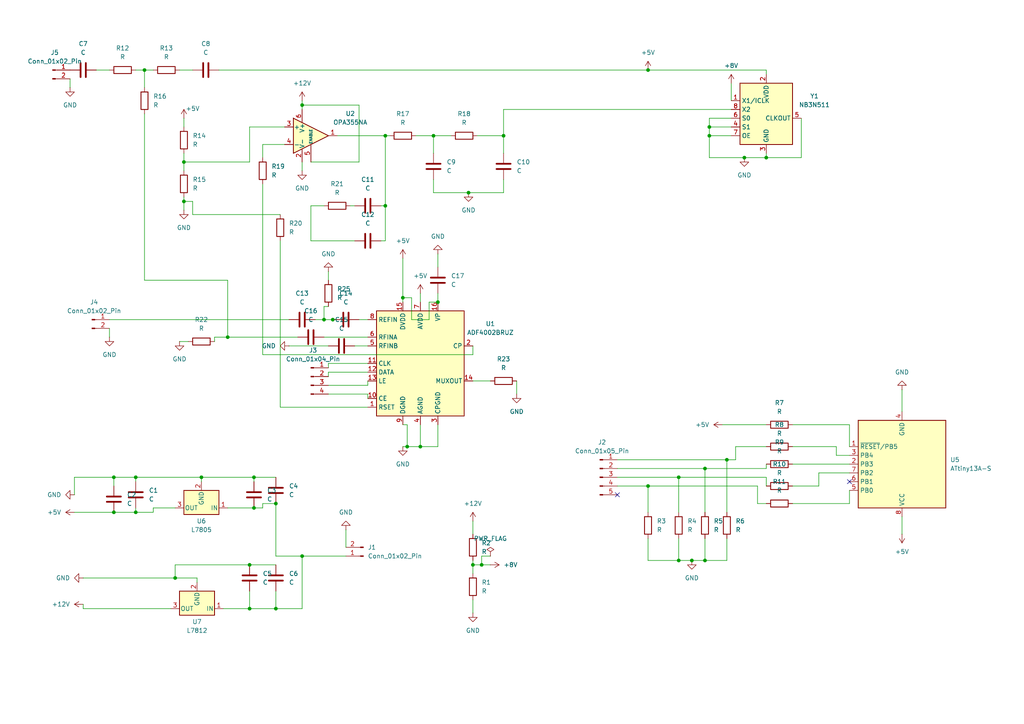
<source format=kicad_sch>
(kicad_sch
	(version 20250114)
	(generator "eeschema")
	(generator_version "9.0")
	(uuid "bce7d07c-6f64-4d28-9743-de273742cbc3")
	(paper "A4")
	(lib_symbols
		(symbol "Amplifier_Operational:OPA355NA"
			(pin_names
				(offset 0.127)
			)
			(exclude_from_sim no)
			(in_bom yes)
			(on_board yes)
			(property "Reference" "U"
				(at 3.81 3.81 0)
				(effects
					(font
						(size 1.27 1.27)
					)
					(justify left)
				)
			)
			(property "Value" "OPA355NA"
				(at 3.81 -3.81 0)
				(effects
					(font
						(size 1.27 1.27)
					)
					(justify left)
				)
			)
			(property "Footprint" "Package_TO_SOT_SMD:SOT-23-6"
				(at 3.81 -6.35 0)
				(effects
					(font
						(size 1.27 1.27)
					)
					(justify left)
					(hide yes)
				)
			)
			(property "Datasheet" "http://www.ti.com/lit/ds/symlink/opa355.pdf"
				(at 3.81 3.81 0)
				(effects
					(font
						(size 1.27 1.27)
					)
					(hide yes)
				)
			)
			(property "Description" "200MHz, CMOS, Operational amplifier, with shutdown, SOT-23-6"
				(at 0 0 0)
				(effects
					(font
						(size 1.27 1.27)
					)
					(hide yes)
				)
			)
			(property "ki_keywords" "operational amplifier opamp shutdown high-speed"
				(at 0 0 0)
				(effects
					(font
						(size 1.27 1.27)
					)
					(hide yes)
				)
			)
			(property "ki_fp_filters" "SOT?23*"
				(at 0 0 0)
				(effects
					(font
						(size 1.27 1.27)
					)
					(hide yes)
				)
			)
			(symbol "OPA355NA_0_1"
				(polyline
					(pts
						(xy -5.08 5.08) (xy 5.08 0) (xy -5.08 -5.08) (xy -5.08 5.08)
					)
					(stroke
						(width 0.254)
						(type default)
					)
					(fill
						(type background)
					)
				)
			)
			(symbol "OPA355NA_1_1"
				(pin input line
					(at -7.62 2.54 0)
					(length 2.54)
					(name "+"
						(effects
							(font
								(size 1.27 1.27)
							)
						)
					)
					(number "3"
						(effects
							(font
								(size 1.27 1.27)
							)
						)
					)
				)
				(pin input line
					(at -7.62 -2.54 0)
					(length 2.54)
					(name "-"
						(effects
							(font
								(size 1.27 1.27)
							)
						)
					)
					(number "4"
						(effects
							(font
								(size 1.27 1.27)
							)
						)
					)
				)
				(pin power_in line
					(at -2.54 7.62 270)
					(length 3.81)
					(name "V+"
						(effects
							(font
								(size 1.27 1.27)
							)
						)
					)
					(number "6"
						(effects
							(font
								(size 1.27 1.27)
							)
						)
					)
				)
				(pin power_in line
					(at -2.54 -7.62 90)
					(length 3.81)
					(name "V-"
						(effects
							(font
								(size 1.27 1.27)
							)
						)
					)
					(number "2"
						(effects
							(font
								(size 1.27 1.27)
							)
						)
					)
				)
				(pin input line
					(at 0 -7.62 90)
					(length 5.08)
					(name "ENABLE"
						(effects
							(font
								(size 0.762 0.762)
							)
						)
					)
					(number "5"
						(effects
							(font
								(size 1.27 1.27)
							)
						)
					)
				)
				(pin output line
					(at 7.62 0 180)
					(length 2.54)
					(name "~"
						(effects
							(font
								(size 1.27 1.27)
							)
						)
					)
					(number "1"
						(effects
							(font
								(size 1.27 1.27)
							)
						)
					)
				)
			)
			(embedded_fonts no)
		)
		(symbol "Conn_01x02_Pin_1"
			(pin_names
				(offset 1.016)
				(hide yes)
			)
			(exclude_from_sim no)
			(in_bom yes)
			(on_board yes)
			(property "Reference" "J1"
				(at -1.27 -2.5401 0)
				(effects
					(font
						(size 1.27 1.27)
					)
					(justify right)
				)
			)
			(property "Value" "Conn_01x02_Pin"
				(at -1.27 -0.0001 0)
				(effects
					(font
						(size 1.27 1.27)
					)
					(justify right)
				)
			)
			(property "Footprint" "Connector_PinHeader_2.00mm:PinHeader_1x02_P2.00mm_Vertical"
				(at 0 0 0)
				(effects
					(font
						(size 1.27 1.27)
					)
					(hide yes)
				)
			)
			(property "Datasheet" "~"
				(at 0 0 0)
				(effects
					(font
						(size 1.27 1.27)
					)
					(hide yes)
				)
			)
			(property "Description" "Generic connector, single row, 01x02, script generated"
				(at 0 0 0)
				(effects
					(font
						(size 1.27 1.27)
					)
					(hide yes)
				)
			)
			(property "ki_locked" ""
				(at 0 0 0)
				(effects
					(font
						(size 1.27 1.27)
					)
				)
			)
			(property "ki_keywords" "connector"
				(at 0 0 0)
				(effects
					(font
						(size 1.27 1.27)
					)
					(hide yes)
				)
			)
			(property "ki_fp_filters" "Connector*:*_1x??_*"
				(at 0 0 0)
				(effects
					(font
						(size 1.27 1.27)
					)
					(hide yes)
				)
			)
			(symbol "Conn_01x02_Pin_1_1_1"
				(rectangle
					(start 0.8636 0.127)
					(end 0 -0.127)
					(stroke
						(width 0.1524)
						(type default)
					)
					(fill
						(type outline)
					)
				)
				(rectangle
					(start 0.8636 -2.413)
					(end 0 -2.667)
					(stroke
						(width 0.1524)
						(type default)
					)
					(fill
						(type outline)
					)
				)
				(polyline
					(pts
						(xy 1.27 0) (xy 0.8636 0)
					)
					(stroke
						(width 0.1524)
						(type default)
					)
					(fill
						(type none)
					)
				)
				(polyline
					(pts
						(xy 1.27 -2.54) (xy 0.8636 -2.54)
					)
					(stroke
						(width 0.1524)
						(type default)
					)
					(fill
						(type none)
					)
				)
				(pin passive line
					(at 5.08 0 180)
					(length 3.81)
					(name "Pin_1"
						(effects
							(font
								(size 1.27 1.27)
							)
						)
					)
					(number "1"
						(effects
							(font
								(size 1.27 1.27)
							)
						)
					)
				)
				(pin power_out line
					(at 5.08 -2.54 180)
					(length 3.81)
					(name "Pin_2"
						(effects
							(font
								(size 1.27 1.27)
							)
						)
					)
					(number "2"
						(effects
							(font
								(size 1.27 1.27)
							)
						)
					)
				)
			)
			(embedded_fonts no)
		)
		(symbol "Connector:Conn_01x02_Pin"
			(pin_names
				(offset 1.016)
				(hide yes)
			)
			(exclude_from_sim no)
			(in_bom yes)
			(on_board yes)
			(property "Reference" "J"
				(at 0 2.54 0)
				(effects
					(font
						(size 1.27 1.27)
					)
				)
			)
			(property "Value" "Conn_01x02_Pin"
				(at 0 -5.08 0)
				(effects
					(font
						(size 1.27 1.27)
					)
				)
			)
			(property "Footprint" ""
				(at 0 0 0)
				(effects
					(font
						(size 1.27 1.27)
					)
					(hide yes)
				)
			)
			(property "Datasheet" "~"
				(at 0 0 0)
				(effects
					(font
						(size 1.27 1.27)
					)
					(hide yes)
				)
			)
			(property "Description" "Generic connector, single row, 01x02, script generated"
				(at 0 0 0)
				(effects
					(font
						(size 1.27 1.27)
					)
					(hide yes)
				)
			)
			(property "ki_locked" ""
				(at 0 0 0)
				(effects
					(font
						(size 1.27 1.27)
					)
				)
			)
			(property "ki_keywords" "connector"
				(at 0 0 0)
				(effects
					(font
						(size 1.27 1.27)
					)
					(hide yes)
				)
			)
			(property "ki_fp_filters" "Connector*:*_1x??_*"
				(at 0 0 0)
				(effects
					(font
						(size 1.27 1.27)
					)
					(hide yes)
				)
			)
			(symbol "Conn_01x02_Pin_1_1"
				(rectangle
					(start 0.8636 0.127)
					(end 0 -0.127)
					(stroke
						(width 0.1524)
						(type default)
					)
					(fill
						(type outline)
					)
				)
				(rectangle
					(start 0.8636 -2.413)
					(end 0 -2.667)
					(stroke
						(width 0.1524)
						(type default)
					)
					(fill
						(type outline)
					)
				)
				(polyline
					(pts
						(xy 1.27 0) (xy 0.8636 0)
					)
					(stroke
						(width 0.1524)
						(type default)
					)
					(fill
						(type none)
					)
				)
				(polyline
					(pts
						(xy 1.27 -2.54) (xy 0.8636 -2.54)
					)
					(stroke
						(width 0.1524)
						(type default)
					)
					(fill
						(type none)
					)
				)
				(pin passive line
					(at 5.08 0 180)
					(length 3.81)
					(name "Pin_1"
						(effects
							(font
								(size 1.27 1.27)
							)
						)
					)
					(number "1"
						(effects
							(font
								(size 1.27 1.27)
							)
						)
					)
				)
				(pin passive line
					(at 5.08 -2.54 180)
					(length 3.81)
					(name "Pin_2"
						(effects
							(font
								(size 1.27 1.27)
							)
						)
					)
					(number "2"
						(effects
							(font
								(size 1.27 1.27)
							)
						)
					)
				)
			)
			(embedded_fonts no)
		)
		(symbol "Connector:Conn_01x04_Pin"
			(pin_names
				(offset 1.016)
				(hide yes)
			)
			(exclude_from_sim no)
			(in_bom yes)
			(on_board yes)
			(property "Reference" "J"
				(at 0 5.08 0)
				(effects
					(font
						(size 1.27 1.27)
					)
				)
			)
			(property "Value" "Conn_01x04_Pin"
				(at 0 -7.62 0)
				(effects
					(font
						(size 1.27 1.27)
					)
				)
			)
			(property "Footprint" ""
				(at 0 0 0)
				(effects
					(font
						(size 1.27 1.27)
					)
					(hide yes)
				)
			)
			(property "Datasheet" "~"
				(at 0 0 0)
				(effects
					(font
						(size 1.27 1.27)
					)
					(hide yes)
				)
			)
			(property "Description" "Generic connector, single row, 01x04, script generated"
				(at 0 0 0)
				(effects
					(font
						(size 1.27 1.27)
					)
					(hide yes)
				)
			)
			(property "ki_locked" ""
				(at 0 0 0)
				(effects
					(font
						(size 1.27 1.27)
					)
				)
			)
			(property "ki_keywords" "connector"
				(at 0 0 0)
				(effects
					(font
						(size 1.27 1.27)
					)
					(hide yes)
				)
			)
			(property "ki_fp_filters" "Connector*:*_1x??_*"
				(at 0 0 0)
				(effects
					(font
						(size 1.27 1.27)
					)
					(hide yes)
				)
			)
			(symbol "Conn_01x04_Pin_1_1"
				(rectangle
					(start 0.8636 2.667)
					(end 0 2.413)
					(stroke
						(width 0.1524)
						(type default)
					)
					(fill
						(type outline)
					)
				)
				(rectangle
					(start 0.8636 0.127)
					(end 0 -0.127)
					(stroke
						(width 0.1524)
						(type default)
					)
					(fill
						(type outline)
					)
				)
				(rectangle
					(start 0.8636 -2.413)
					(end 0 -2.667)
					(stroke
						(width 0.1524)
						(type default)
					)
					(fill
						(type outline)
					)
				)
				(rectangle
					(start 0.8636 -4.953)
					(end 0 -5.207)
					(stroke
						(width 0.1524)
						(type default)
					)
					(fill
						(type outline)
					)
				)
				(polyline
					(pts
						(xy 1.27 2.54) (xy 0.8636 2.54)
					)
					(stroke
						(width 0.1524)
						(type default)
					)
					(fill
						(type none)
					)
				)
				(polyline
					(pts
						(xy 1.27 0) (xy 0.8636 0)
					)
					(stroke
						(width 0.1524)
						(type default)
					)
					(fill
						(type none)
					)
				)
				(polyline
					(pts
						(xy 1.27 -2.54) (xy 0.8636 -2.54)
					)
					(stroke
						(width 0.1524)
						(type default)
					)
					(fill
						(type none)
					)
				)
				(polyline
					(pts
						(xy 1.27 -5.08) (xy 0.8636 -5.08)
					)
					(stroke
						(width 0.1524)
						(type default)
					)
					(fill
						(type none)
					)
				)
				(pin passive line
					(at 5.08 2.54 180)
					(length 3.81)
					(name "Pin_1"
						(effects
							(font
								(size 1.27 1.27)
							)
						)
					)
					(number "1"
						(effects
							(font
								(size 1.27 1.27)
							)
						)
					)
				)
				(pin passive line
					(at 5.08 0 180)
					(length 3.81)
					(name "Pin_2"
						(effects
							(font
								(size 1.27 1.27)
							)
						)
					)
					(number "2"
						(effects
							(font
								(size 1.27 1.27)
							)
						)
					)
				)
				(pin passive line
					(at 5.08 -2.54 180)
					(length 3.81)
					(name "Pin_3"
						(effects
							(font
								(size 1.27 1.27)
							)
						)
					)
					(number "3"
						(effects
							(font
								(size 1.27 1.27)
							)
						)
					)
				)
				(pin passive line
					(at 5.08 -5.08 180)
					(length 3.81)
					(name "Pin_4"
						(effects
							(font
								(size 1.27 1.27)
							)
						)
					)
					(number "4"
						(effects
							(font
								(size 1.27 1.27)
							)
						)
					)
				)
			)
			(embedded_fonts no)
		)
		(symbol "Connector:Conn_01x05_Pin"
			(pin_names
				(offset 1.016)
				(hide yes)
			)
			(exclude_from_sim no)
			(in_bom yes)
			(on_board yes)
			(property "Reference" "J"
				(at 0 7.62 0)
				(effects
					(font
						(size 1.27 1.27)
					)
				)
			)
			(property "Value" "Conn_01x05_Pin"
				(at 0 -7.62 0)
				(effects
					(font
						(size 1.27 1.27)
					)
				)
			)
			(property "Footprint" ""
				(at 0 0 0)
				(effects
					(font
						(size 1.27 1.27)
					)
					(hide yes)
				)
			)
			(property "Datasheet" "~"
				(at 0 0 0)
				(effects
					(font
						(size 1.27 1.27)
					)
					(hide yes)
				)
			)
			(property "Description" "Generic connector, single row, 01x05, script generated"
				(at 0 0 0)
				(effects
					(font
						(size 1.27 1.27)
					)
					(hide yes)
				)
			)
			(property "ki_locked" ""
				(at 0 0 0)
				(effects
					(font
						(size 1.27 1.27)
					)
				)
			)
			(property "ki_keywords" "connector"
				(at 0 0 0)
				(effects
					(font
						(size 1.27 1.27)
					)
					(hide yes)
				)
			)
			(property "ki_fp_filters" "Connector*:*_1x??_*"
				(at 0 0 0)
				(effects
					(font
						(size 1.27 1.27)
					)
					(hide yes)
				)
			)
			(symbol "Conn_01x05_Pin_1_1"
				(rectangle
					(start 0.8636 5.207)
					(end 0 4.953)
					(stroke
						(width 0.1524)
						(type default)
					)
					(fill
						(type outline)
					)
				)
				(rectangle
					(start 0.8636 2.667)
					(end 0 2.413)
					(stroke
						(width 0.1524)
						(type default)
					)
					(fill
						(type outline)
					)
				)
				(rectangle
					(start 0.8636 0.127)
					(end 0 -0.127)
					(stroke
						(width 0.1524)
						(type default)
					)
					(fill
						(type outline)
					)
				)
				(rectangle
					(start 0.8636 -2.413)
					(end 0 -2.667)
					(stroke
						(width 0.1524)
						(type default)
					)
					(fill
						(type outline)
					)
				)
				(rectangle
					(start 0.8636 -4.953)
					(end 0 -5.207)
					(stroke
						(width 0.1524)
						(type default)
					)
					(fill
						(type outline)
					)
				)
				(polyline
					(pts
						(xy 1.27 5.08) (xy 0.8636 5.08)
					)
					(stroke
						(width 0.1524)
						(type default)
					)
					(fill
						(type none)
					)
				)
				(polyline
					(pts
						(xy 1.27 2.54) (xy 0.8636 2.54)
					)
					(stroke
						(width 0.1524)
						(type default)
					)
					(fill
						(type none)
					)
				)
				(polyline
					(pts
						(xy 1.27 0) (xy 0.8636 0)
					)
					(stroke
						(width 0.1524)
						(type default)
					)
					(fill
						(type none)
					)
				)
				(polyline
					(pts
						(xy 1.27 -2.54) (xy 0.8636 -2.54)
					)
					(stroke
						(width 0.1524)
						(type default)
					)
					(fill
						(type none)
					)
				)
				(polyline
					(pts
						(xy 1.27 -5.08) (xy 0.8636 -5.08)
					)
					(stroke
						(width 0.1524)
						(type default)
					)
					(fill
						(type none)
					)
				)
				(pin passive line
					(at 5.08 5.08 180)
					(length 3.81)
					(name "Pin_1"
						(effects
							(font
								(size 1.27 1.27)
							)
						)
					)
					(number "1"
						(effects
							(font
								(size 1.27 1.27)
							)
						)
					)
				)
				(pin passive line
					(at 5.08 2.54 180)
					(length 3.81)
					(name "Pin_2"
						(effects
							(font
								(size 1.27 1.27)
							)
						)
					)
					(number "2"
						(effects
							(font
								(size 1.27 1.27)
							)
						)
					)
				)
				(pin passive line
					(at 5.08 0 180)
					(length 3.81)
					(name "Pin_3"
						(effects
							(font
								(size 1.27 1.27)
							)
						)
					)
					(number "3"
						(effects
							(font
								(size 1.27 1.27)
							)
						)
					)
				)
				(pin passive line
					(at 5.08 -2.54 180)
					(length 3.81)
					(name "Pin_4"
						(effects
							(font
								(size 1.27 1.27)
							)
						)
					)
					(number "4"
						(effects
							(font
								(size 1.27 1.27)
							)
						)
					)
				)
				(pin passive line
					(at 5.08 -5.08 180)
					(length 3.81)
					(name "Pin_5"
						(effects
							(font
								(size 1.27 1.27)
							)
						)
					)
					(number "5"
						(effects
							(font
								(size 1.27 1.27)
							)
						)
					)
				)
			)
			(embedded_fonts no)
		)
		(symbol "Device:C"
			(pin_numbers
				(hide yes)
			)
			(pin_names
				(offset 0.254)
			)
			(exclude_from_sim no)
			(in_bom yes)
			(on_board yes)
			(property "Reference" "C"
				(at 0.635 2.54 0)
				(effects
					(font
						(size 1.27 1.27)
					)
					(justify left)
				)
			)
			(property "Value" "C"
				(at 0.635 -2.54 0)
				(effects
					(font
						(size 1.27 1.27)
					)
					(justify left)
				)
			)
			(property "Footprint" ""
				(at 0.9652 -3.81 0)
				(effects
					(font
						(size 1.27 1.27)
					)
					(hide yes)
				)
			)
			(property "Datasheet" "~"
				(at 0 0 0)
				(effects
					(font
						(size 1.27 1.27)
					)
					(hide yes)
				)
			)
			(property "Description" "Unpolarized capacitor"
				(at 0 0 0)
				(effects
					(font
						(size 1.27 1.27)
					)
					(hide yes)
				)
			)
			(property "ki_keywords" "cap capacitor"
				(at 0 0 0)
				(effects
					(font
						(size 1.27 1.27)
					)
					(hide yes)
				)
			)
			(property "ki_fp_filters" "C_*"
				(at 0 0 0)
				(effects
					(font
						(size 1.27 1.27)
					)
					(hide yes)
				)
			)
			(symbol "C_0_1"
				(polyline
					(pts
						(xy -2.032 0.762) (xy 2.032 0.762)
					)
					(stroke
						(width 0.508)
						(type default)
					)
					(fill
						(type none)
					)
				)
				(polyline
					(pts
						(xy -2.032 -0.762) (xy 2.032 -0.762)
					)
					(stroke
						(width 0.508)
						(type default)
					)
					(fill
						(type none)
					)
				)
			)
			(symbol "C_1_1"
				(pin passive line
					(at 0 3.81 270)
					(length 2.794)
					(name "~"
						(effects
							(font
								(size 1.27 1.27)
							)
						)
					)
					(number "1"
						(effects
							(font
								(size 1.27 1.27)
							)
						)
					)
				)
				(pin passive line
					(at 0 -3.81 90)
					(length 2.794)
					(name "~"
						(effects
							(font
								(size 1.27 1.27)
							)
						)
					)
					(number "2"
						(effects
							(font
								(size 1.27 1.27)
							)
						)
					)
				)
			)
			(embedded_fonts no)
		)
		(symbol "Device:R"
			(pin_numbers
				(hide yes)
			)
			(pin_names
				(offset 0)
			)
			(exclude_from_sim no)
			(in_bom yes)
			(on_board yes)
			(property "Reference" "R"
				(at 2.032 0 90)
				(effects
					(font
						(size 1.27 1.27)
					)
				)
			)
			(property "Value" "R"
				(at 0 0 90)
				(effects
					(font
						(size 1.27 1.27)
					)
				)
			)
			(property "Footprint" ""
				(at -1.778 0 90)
				(effects
					(font
						(size 1.27 1.27)
					)
					(hide yes)
				)
			)
			(property "Datasheet" "~"
				(at 0 0 0)
				(effects
					(font
						(size 1.27 1.27)
					)
					(hide yes)
				)
			)
			(property "Description" "Resistor"
				(at 0 0 0)
				(effects
					(font
						(size 1.27 1.27)
					)
					(hide yes)
				)
			)
			(property "ki_keywords" "R res resistor"
				(at 0 0 0)
				(effects
					(font
						(size 1.27 1.27)
					)
					(hide yes)
				)
			)
			(property "ki_fp_filters" "R_*"
				(at 0 0 0)
				(effects
					(font
						(size 1.27 1.27)
					)
					(hide yes)
				)
			)
			(symbol "R_0_1"
				(rectangle
					(start -1.016 -2.54)
					(end 1.016 2.54)
					(stroke
						(width 0.254)
						(type default)
					)
					(fill
						(type none)
					)
				)
			)
			(symbol "R_1_1"
				(pin passive line
					(at 0 3.81 270)
					(length 1.27)
					(name "~"
						(effects
							(font
								(size 1.27 1.27)
							)
						)
					)
					(number "1"
						(effects
							(font
								(size 1.27 1.27)
							)
						)
					)
				)
				(pin passive line
					(at 0 -3.81 90)
					(length 1.27)
					(name "~"
						(effects
							(font
								(size 1.27 1.27)
							)
						)
					)
					(number "2"
						(effects
							(font
								(size 1.27 1.27)
							)
						)
					)
				)
			)
			(embedded_fonts no)
		)
		(symbol "MCU_Microchip_ATtiny:ATtiny13A-S"
			(exclude_from_sim no)
			(in_bom yes)
			(on_board yes)
			(property "Reference" "U"
				(at -12.7 13.97 0)
				(effects
					(font
						(size 1.27 1.27)
					)
					(justify left bottom)
				)
			)
			(property "Value" "ATtiny13A-S"
				(at 2.54 -13.97 0)
				(effects
					(font
						(size 1.27 1.27)
					)
					(justify left top)
				)
			)
			(property "Footprint" "Package_SO:SOIC-8_5.3x5.3mm_P1.27mm"
				(at 0 0 0)
				(effects
					(font
						(size 1.27 1.27)
						(italic yes)
					)
					(hide yes)
				)
			)
			(property "Datasheet" "https://ww1.microchip.com/downloads/aemDocuments/documents/MCU08/ProductDocuments/DataSheets/ATtiny13A-Data-Sheet-DS40002307A.pdf"
				(at 0 0 0)
				(effects
					(font
						(size 1.27 1.27)
					)
					(hide yes)
				)
			)
			(property "Description" "20MHz, 1kB Flash, 64B SRAM, 64B EEPROM, debugWIRE, SOIC-8 (208 mil)"
				(at 0 0 0)
				(effects
					(font
						(size 1.27 1.27)
					)
					(hide yes)
				)
			)
			(property "ki_keywords" "AVR 8bit Microcontroller tinyAVR"
				(at 0 0 0)
				(effects
					(font
						(size 1.27 1.27)
					)
					(hide yes)
				)
			)
			(property "ki_fp_filters" "*SOIC*5.3x5.3mm*P1.27mm*"
				(at 0 0 0)
				(effects
					(font
						(size 1.27 1.27)
					)
					(hide yes)
				)
			)
			(symbol "ATtiny13A-S_0_1"
				(rectangle
					(start -12.7 -12.7)
					(end 12.7 12.7)
					(stroke
						(width 0.254)
						(type default)
					)
					(fill
						(type background)
					)
				)
			)
			(symbol "ATtiny13A-S_1_1"
				(pin power_in line
					(at 0 15.24 270)
					(length 2.54)
					(name "VCC"
						(effects
							(font
								(size 1.27 1.27)
							)
						)
					)
					(number "8"
						(effects
							(font
								(size 1.27 1.27)
							)
						)
					)
				)
				(pin power_in line
					(at 0 -15.24 90)
					(length 2.54)
					(name "GND"
						(effects
							(font
								(size 1.27 1.27)
							)
						)
					)
					(number "4"
						(effects
							(font
								(size 1.27 1.27)
							)
						)
					)
				)
				(pin bidirectional line
					(at 15.24 7.62 180)
					(length 2.54)
					(name "PB0"
						(effects
							(font
								(size 1.27 1.27)
							)
						)
					)
					(number "5"
						(effects
							(font
								(size 1.27 1.27)
							)
						)
					)
				)
				(pin bidirectional line
					(at 15.24 5.08 180)
					(length 2.54)
					(name "PB1"
						(effects
							(font
								(size 1.27 1.27)
							)
						)
					)
					(number "6"
						(effects
							(font
								(size 1.27 1.27)
							)
						)
					)
				)
				(pin bidirectional line
					(at 15.24 2.54 180)
					(length 2.54)
					(name "PB2"
						(effects
							(font
								(size 1.27 1.27)
							)
						)
					)
					(number "7"
						(effects
							(font
								(size 1.27 1.27)
							)
						)
					)
				)
				(pin bidirectional line
					(at 15.24 0 180)
					(length 2.54)
					(name "PB3"
						(effects
							(font
								(size 1.27 1.27)
							)
						)
					)
					(number "2"
						(effects
							(font
								(size 1.27 1.27)
							)
						)
					)
				)
				(pin bidirectional line
					(at 15.24 -2.54 180)
					(length 2.54)
					(name "PB4"
						(effects
							(font
								(size 1.27 1.27)
							)
						)
					)
					(number "3"
						(effects
							(font
								(size 1.27 1.27)
							)
						)
					)
				)
				(pin bidirectional line
					(at 15.24 -5.08 180)
					(length 2.54)
					(name "~{RESET}/PB5"
						(effects
							(font
								(size 1.27 1.27)
							)
						)
					)
					(number "1"
						(effects
							(font
								(size 1.27 1.27)
							)
						)
					)
				)
			)
			(embedded_fonts no)
		)
		(symbol "Oscillator:NB3N511"
			(exclude_from_sim no)
			(in_bom yes)
			(on_board yes)
			(property "Reference" "Y1"
				(at 13.97 6.4202 0)
				(effects
					(font
						(size 1.27 1.27)
					)
				)
			)
			(property "Value" "NB3N511"
				(at 13.97 3.8802 0)
				(effects
					(font
						(size 1.27 1.27)
					)
				)
			)
			(property "Footprint" "Package_SO:SOIC-8_3.9x4.9mm_P1.27mm"
				(at 1.27 -19.05 0)
				(effects
					(font
						(size 1.27 1.27)
					)
					(hide yes)
				)
			)
			(property "Datasheet" "http://www.onsemi.com/pub/Collateral/NB3N511-D.PDF"
				(at 1.27 -21.59 0)
				(effects
					(font
						(size 1.27 1.27)
					)
					(hide yes)
				)
			)
			(property "Description" "3.3V / 5.0V 14 MHz to 200 MHz PLL Clock Multiplier, SOIC-8"
				(at 0 0 0)
				(effects
					(font
						(size 1.27 1.27)
					)
					(hide yes)
				)
			)
			(property "ki_keywords" "oscillator clock multiplier PLL"
				(at 0 0 0)
				(effects
					(font
						(size 1.27 1.27)
					)
					(hide yes)
				)
			)
			(property "ki_fp_filters" "SOIC*3.9x4.9mm*P1.27mm*"
				(at 0 0 0)
				(effects
					(font
						(size 1.27 1.27)
					)
					(hide yes)
				)
			)
			(symbol "NB3N511_0_1"
				(rectangle
					(start -7.62 10.16)
					(end 7.62 -7.62)
					(stroke
						(width 0.254)
						(type default)
					)
					(fill
						(type background)
					)
				)
			)
			(symbol "NB3N511_1_1"
				(pin input line
					(at -10.16 5.08 0)
					(length 2.54)
					(name "X1/ICLK"
						(effects
							(font
								(size 1.27 1.27)
							)
						)
					)
					(number "1"
						(effects
							(font
								(size 1.27 1.27)
							)
						)
					)
				)
				(pin passive line
					(at -10.16 2.54 0)
					(length 2.54)
					(name "X2"
						(effects
							(font
								(size 1.27 1.27)
							)
						)
					)
					(number "8"
						(effects
							(font
								(size 1.27 1.27)
							)
						)
					)
				)
				(pin input line
					(at -10.16 0 0)
					(length 2.54)
					(name "S0"
						(effects
							(font
								(size 1.27 1.27)
							)
						)
					)
					(number "6"
						(effects
							(font
								(size 1.27 1.27)
							)
						)
					)
				)
				(pin input line
					(at -10.16 -2.54 0)
					(length 2.54)
					(name "S1"
						(effects
							(font
								(size 1.27 1.27)
							)
						)
					)
					(number "4"
						(effects
							(font
								(size 1.27 1.27)
							)
						)
					)
				)
				(pin input line
					(at -10.16 -5.08 0)
					(length 2.54)
					(name "OE"
						(effects
							(font
								(size 1.27 1.27)
							)
						)
					)
					(number "7"
						(effects
							(font
								(size 1.27 1.27)
							)
						)
					)
				)
				(pin power_in line
					(at 0 12.7 270)
					(length 2.54)
					(name "VDD"
						(effects
							(font
								(size 1.27 1.27)
							)
						)
					)
					(number "2"
						(effects
							(font
								(size 1.27 1.27)
							)
						)
					)
				)
				(pin power_in line
					(at 0 -10.16 90)
					(length 2.54)
					(name "GND"
						(effects
							(font
								(size 1.27 1.27)
							)
						)
					)
					(number "3"
						(effects
							(font
								(size 1.27 1.27)
							)
						)
					)
				)
				(pin power_in line
					(at 10.16 0 180)
					(length 2.54)
					(name "CLKOUT"
						(effects
							(font
								(size 1.27 1.27)
							)
						)
					)
					(number "5"
						(effects
							(font
								(size 1.27 1.27)
							)
						)
					)
				)
			)
			(embedded_fonts no)
		)
		(symbol "Regulator_Linear:L7805"
			(pin_names
				(offset 0.254)
			)
			(exclude_from_sim no)
			(in_bom yes)
			(on_board yes)
			(property "Reference" "U6"
				(at 0 3.81 0)
				(effects
					(font
						(size 1.27 1.27)
					)
				)
			)
			(property "Value" "L7805"
				(at 0 6.35 0)
				(effects
					(font
						(size 1.27 1.27)
					)
				)
			)
			(property "Footprint" "Package_TO_SOT_THT:TO-220F-3_Vertical"
				(at 0.635 -3.81 0)
				(effects
					(font
						(size 1.27 1.27)
						(italic yes)
					)
					(justify left)
					(hide yes)
				)
			)
			(property "Datasheet" "http://www.st.com/content/ccc/resource/technical/document/datasheet/41/4f/b3/b0/12/d4/47/88/CD00000444.pdf/files/CD00000444.pdf/jcr:content/translations/en.CD00000444.pdf"
				(at 0 -1.27 0)
				(effects
					(font
						(size 1.27 1.27)
					)
					(hide yes)
				)
			)
			(property "Description" "Positive 1.5A 35V Linear Regulator, Fixed Output 5V, TO-220/TO-263/TO-252"
				(at 0 0 0)
				(effects
					(font
						(size 1.27 1.27)
					)
					(hide yes)
				)
			)
			(property "ki_keywords" "Voltage Regulator 1.5A Positive"
				(at 0 0 0)
				(effects
					(font
						(size 1.27 1.27)
					)
					(hide yes)
				)
			)
			(property "ki_fp_filters" "TO?252* TO?263* TO?220*"
				(at 0 0 0)
				(effects
					(font
						(size 1.27 1.27)
					)
					(hide yes)
				)
			)
			(symbol "L7805_0_1"
				(rectangle
					(start -5.08 1.905)
					(end 5.08 -5.08)
					(stroke
						(width 0.254)
						(type default)
					)
					(fill
						(type background)
					)
				)
			)
			(symbol "L7805_1_1"
				(pin input line
					(at -7.62 0 0)
					(length 2.54)
					(name "IN"
						(effects
							(font
								(size 1.27 1.27)
							)
						)
					)
					(number "1"
						(effects
							(font
								(size 1.27 1.27)
							)
						)
					)
				)
				(pin power_in line
					(at 0 -7.62 90)
					(length 2.54)
					(name "GND"
						(effects
							(font
								(size 1.27 1.27)
							)
						)
					)
					(number "2"
						(effects
							(font
								(size 1.27 1.27)
							)
						)
					)
				)
				(pin power_out line
					(at 7.62 0 180)
					(length 2.54)
					(name "OUT"
						(effects
							(font
								(size 1.27 1.27)
							)
						)
					)
					(number "3"
						(effects
							(font
								(size 1.27 1.27)
							)
						)
					)
				)
			)
			(embedded_fonts no)
		)
		(symbol "Regulator_Linear:L7812"
			(pin_names
				(offset 0.254)
			)
			(exclude_from_sim no)
			(in_bom yes)
			(on_board yes)
			(property "Reference" "U7"
				(at 0 3.81 0)
				(effects
					(font
						(size 1.27 1.27)
					)
				)
			)
			(property "Value" "L7812"
				(at 0 6.35 0)
				(effects
					(font
						(size 1.27 1.27)
					)
				)
			)
			(property "Footprint" "Package_TO_SOT_THT:TO-220F-3_Vertical"
				(at 0.635 -3.81 0)
				(effects
					(font
						(size 1.27 1.27)
						(italic yes)
					)
					(justify left)
					(hide yes)
				)
			)
			(property "Datasheet" "http://www.st.com/content/ccc/resource/technical/document/datasheet/41/4f/b3/b0/12/d4/47/88/CD00000444.pdf/files/CD00000444.pdf/jcr:content/translations/en.CD00000444.pdf"
				(at 0 -1.27 0)
				(effects
					(font
						(size 1.27 1.27)
					)
					(hide yes)
				)
			)
			(property "Description" "Positive 1.5A 35V Linear Regulator, Fixed Output 12V, TO-220/TO-263/TO-252"
				(at 0 0 0)
				(effects
					(font
						(size 1.27 1.27)
					)
					(hide yes)
				)
			)
			(property "ki_keywords" "Voltage Regulator 1.5A Positive"
				(at 0 0 0)
				(effects
					(font
						(size 1.27 1.27)
					)
					(hide yes)
				)
			)
			(property "ki_fp_filters" "TO?252* TO?263* TO?220*"
				(at 0 0 0)
				(effects
					(font
						(size 1.27 1.27)
					)
					(hide yes)
				)
			)
			(symbol "L7812_0_1"
				(rectangle
					(start -5.08 1.905)
					(end 5.08 -5.08)
					(stroke
						(width 0.254)
						(type default)
					)
					(fill
						(type background)
					)
				)
			)
			(symbol "L7812_1_1"
				(pin input line
					(at -7.62 0 0)
					(length 2.54)
					(name "IN"
						(effects
							(font
								(size 1.27 1.27)
							)
						)
					)
					(number "1"
						(effects
							(font
								(size 1.27 1.27)
							)
						)
					)
				)
				(pin power_in line
					(at 0 -7.62 90)
					(length 2.54)
					(name "GND"
						(effects
							(font
								(size 1.27 1.27)
							)
						)
					)
					(number "2"
						(effects
							(font
								(size 1.27 1.27)
							)
						)
					)
				)
				(pin power_out line
					(at 7.62 0 180)
					(length 2.54)
					(name "OUT"
						(effects
							(font
								(size 1.27 1.27)
							)
						)
					)
					(number "3"
						(effects
							(font
								(size 1.27 1.27)
							)
						)
					)
				)
			)
			(embedded_fonts no)
		)
		(symbol "Timer_PLL:ADF4002BRUZ"
			(exclude_from_sim no)
			(in_bom yes)
			(on_board yes)
			(property "Reference" "U"
				(at 12.7 16.51 0)
				(effects
					(font
						(size 1.27 1.27)
					)
					(justify right)
				)
			)
			(property "Value" "ADF4002BRUZ"
				(at 0 0 0)
				(effects
					(font
						(size 1.27 1.27)
					)
				)
			)
			(property "Footprint" "Package_SO:TSSOP-16_4.4x5mm_P0.65mm"
				(at 0 2.54 0)
				(effects
					(font
						(size 1.27 1.27)
					)
					(hide yes)
				)
			)
			(property "Datasheet" "https://www.analog.com/media/en/technical-documentation/data-sheets/ADF4002.pdf"
				(at 0 0 0)
				(effects
					(font
						(size 1.27 1.27)
					)
					(hide yes)
				)
			)
			(property "Description" "400MHz Bandwidth Frequency Synthesizer, TSSOP-16"
				(at 0 0 0)
				(effects
					(font
						(size 1.27 1.27)
					)
					(hide yes)
				)
			)
			(property "ki_keywords" "Analog Devices PFD"
				(at 0 0 0)
				(effects
					(font
						(size 1.27 1.27)
					)
					(hide yes)
				)
			)
			(property "ki_fp_filters" "TSSOP*4.4x5mm*P0.65mm*"
				(at 0 0 0)
				(effects
					(font
						(size 1.27 1.27)
					)
					(hide yes)
				)
			)
			(symbol "ADF4002BRUZ_0_1"
				(rectangle
					(start -12.7 15.24)
					(end 12.7 -15.24)
					(stroke
						(width 0.254)
						(type default)
					)
					(fill
						(type background)
					)
				)
			)
			(symbol "ADF4002BRUZ_1_1"
				(pin input line
					(at -15.24 12.7 0)
					(length 2.54)
					(name "REFIN"
						(effects
							(font
								(size 1.27 1.27)
							)
						)
					)
					(number "8"
						(effects
							(font
								(size 1.27 1.27)
							)
						)
					)
				)
				(pin input line
					(at -15.24 7.62 0)
					(length 2.54)
					(name "RFINA"
						(effects
							(font
								(size 1.27 1.27)
							)
						)
					)
					(number "6"
						(effects
							(font
								(size 1.27 1.27)
							)
						)
					)
				)
				(pin input line
					(at -15.24 5.08 0)
					(length 2.54)
					(name "RFINB"
						(effects
							(font
								(size 1.27 1.27)
							)
						)
					)
					(number "5"
						(effects
							(font
								(size 1.27 1.27)
							)
						)
					)
				)
				(pin input line
					(at -15.24 0 0)
					(length 2.54)
					(name "CLK"
						(effects
							(font
								(size 1.27 1.27)
							)
						)
					)
					(number "11"
						(effects
							(font
								(size 1.27 1.27)
							)
						)
					)
				)
				(pin input line
					(at -15.24 -2.54 0)
					(length 2.54)
					(name "DATA"
						(effects
							(font
								(size 1.27 1.27)
							)
						)
					)
					(number "12"
						(effects
							(font
								(size 1.27 1.27)
							)
						)
					)
				)
				(pin input line
					(at -15.24 -5.08 0)
					(length 2.54)
					(name "LE"
						(effects
							(font
								(size 1.27 1.27)
							)
						)
					)
					(number "13"
						(effects
							(font
								(size 1.27 1.27)
							)
						)
					)
				)
				(pin input line
					(at -15.24 -10.16 0)
					(length 2.54)
					(name "CE"
						(effects
							(font
								(size 1.27 1.27)
							)
						)
					)
					(number "10"
						(effects
							(font
								(size 1.27 1.27)
							)
						)
					)
				)
				(pin input line
					(at -15.24 -12.7 0)
					(length 2.54)
					(name "RSET"
						(effects
							(font
								(size 1.27 1.27)
							)
						)
					)
					(number "1"
						(effects
							(font
								(size 1.27 1.27)
							)
						)
					)
				)
				(pin power_in line
					(at -5.08 17.78 270)
					(length 2.54)
					(name "DVDD"
						(effects
							(font
								(size 1.27 1.27)
							)
						)
					)
					(number "15"
						(effects
							(font
								(size 1.27 1.27)
							)
						)
					)
				)
				(pin power_in line
					(at -5.08 -17.78 90)
					(length 2.54)
					(name "DGND"
						(effects
							(font
								(size 1.27 1.27)
							)
						)
					)
					(number "9"
						(effects
							(font
								(size 1.27 1.27)
							)
						)
					)
				)
				(pin power_in line
					(at 0 17.78 270)
					(length 2.54)
					(name "AVDD"
						(effects
							(font
								(size 1.27 1.27)
							)
						)
					)
					(number "7"
						(effects
							(font
								(size 1.27 1.27)
							)
						)
					)
				)
				(pin power_in line
					(at 0 -17.78 90)
					(length 2.54)
					(name "AGND"
						(effects
							(font
								(size 1.27 1.27)
							)
						)
					)
					(number "4"
						(effects
							(font
								(size 1.27 1.27)
							)
						)
					)
				)
				(pin power_in line
					(at 5.08 17.78 270)
					(length 2.54)
					(name "VP"
						(effects
							(font
								(size 1.27 1.27)
							)
						)
					)
					(number "16"
						(effects
							(font
								(size 1.27 1.27)
							)
						)
					)
				)
				(pin power_in line
					(at 5.08 -17.78 90)
					(length 2.54)
					(name "CPGND"
						(effects
							(font
								(size 1.27 1.27)
							)
						)
					)
					(number "3"
						(effects
							(font
								(size 1.27 1.27)
							)
						)
					)
				)
				(pin output line
					(at 15.24 5.08 180)
					(length 2.54)
					(name "CP"
						(effects
							(font
								(size 1.27 1.27)
							)
						)
					)
					(number "2"
						(effects
							(font
								(size 1.27 1.27)
							)
						)
					)
				)
				(pin output line
					(at 15.24 -5.08 180)
					(length 2.54)
					(name "MUXOUT"
						(effects
							(font
								(size 1.27 1.27)
							)
						)
					)
					(number "14"
						(effects
							(font
								(size 1.27 1.27)
							)
						)
					)
				)
			)
			(embedded_fonts no)
		)
		(symbol "power:+12V"
			(power)
			(pin_numbers
				(hide yes)
			)
			(pin_names
				(offset 0)
				(hide yes)
			)
			(exclude_from_sim no)
			(in_bom yes)
			(on_board yes)
			(property "Reference" "#PWR"
				(at 0 -3.81 0)
				(effects
					(font
						(size 1.27 1.27)
					)
					(hide yes)
				)
			)
			(property "Value" "+12V"
				(at 0 3.556 0)
				(effects
					(font
						(size 1.27 1.27)
					)
				)
			)
			(property "Footprint" ""
				(at 0 0 0)
				(effects
					(font
						(size 1.27 1.27)
					)
					(hide yes)
				)
			)
			(property "Datasheet" ""
				(at 0 0 0)
				(effects
					(font
						(size 1.27 1.27)
					)
					(hide yes)
				)
			)
			(property "Description" "Power symbol creates a global label with name \"+12V\""
				(at 0 0 0)
				(effects
					(font
						(size 1.27 1.27)
					)
					(hide yes)
				)
			)
			(property "ki_keywords" "global power"
				(at 0 0 0)
				(effects
					(font
						(size 1.27 1.27)
					)
					(hide yes)
				)
			)
			(symbol "+12V_0_1"
				(polyline
					(pts
						(xy -0.762 1.27) (xy 0 2.54)
					)
					(stroke
						(width 0)
						(type default)
					)
					(fill
						(type none)
					)
				)
				(polyline
					(pts
						(xy 0 2.54) (xy 0.762 1.27)
					)
					(stroke
						(width 0)
						(type default)
					)
					(fill
						(type none)
					)
				)
				(polyline
					(pts
						(xy 0 0) (xy 0 2.54)
					)
					(stroke
						(width 0)
						(type default)
					)
					(fill
						(type none)
					)
				)
			)
			(symbol "+12V_1_1"
				(pin power_in line
					(at 0 0 90)
					(length 0)
					(name "~"
						(effects
							(font
								(size 1.27 1.27)
							)
						)
					)
					(number "1"
						(effects
							(font
								(size 1.27 1.27)
							)
						)
					)
				)
			)
			(embedded_fonts no)
		)
		(symbol "power:+5V"
			(power)
			(pin_numbers
				(hide yes)
			)
			(pin_names
				(offset 0)
				(hide yes)
			)
			(exclude_from_sim no)
			(in_bom yes)
			(on_board yes)
			(property "Reference" "#PWR"
				(at 0 -3.81 0)
				(effects
					(font
						(size 1.27 1.27)
					)
					(hide yes)
				)
			)
			(property "Value" "+5V"
				(at 0 3.556 0)
				(effects
					(font
						(size 1.27 1.27)
					)
				)
			)
			(property "Footprint" ""
				(at 0 0 0)
				(effects
					(font
						(size 1.27 1.27)
					)
					(hide yes)
				)
			)
			(property "Datasheet" ""
				(at 0 0 0)
				(effects
					(font
						(size 1.27 1.27)
					)
					(hide yes)
				)
			)
			(property "Description" "Power symbol creates a global label with name \"+5V\""
				(at 0 0 0)
				(effects
					(font
						(size 1.27 1.27)
					)
					(hide yes)
				)
			)
			(property "ki_keywords" "global power"
				(at 0 0 0)
				(effects
					(font
						(size 1.27 1.27)
					)
					(hide yes)
				)
			)
			(symbol "+5V_0_1"
				(polyline
					(pts
						(xy -0.762 1.27) (xy 0 2.54)
					)
					(stroke
						(width 0)
						(type default)
					)
					(fill
						(type none)
					)
				)
				(polyline
					(pts
						(xy 0 2.54) (xy 0.762 1.27)
					)
					(stroke
						(width 0)
						(type default)
					)
					(fill
						(type none)
					)
				)
				(polyline
					(pts
						(xy 0 0) (xy 0 2.54)
					)
					(stroke
						(width 0)
						(type default)
					)
					(fill
						(type none)
					)
				)
			)
			(symbol "+5V_1_1"
				(pin power_in line
					(at 0 0 90)
					(length 0)
					(name "~"
						(effects
							(font
								(size 1.27 1.27)
							)
						)
					)
					(number "1"
						(effects
							(font
								(size 1.27 1.27)
							)
						)
					)
				)
			)
			(embedded_fonts no)
		)
		(symbol "power:+8V"
			(power)
			(pin_numbers
				(hide yes)
			)
			(pin_names
				(offset 0)
				(hide yes)
			)
			(exclude_from_sim no)
			(in_bom yes)
			(on_board yes)
			(property "Reference" "#PWR"
				(at 0 -3.81 0)
				(effects
					(font
						(size 1.27 1.27)
					)
					(hide yes)
				)
			)
			(property "Value" "+8V"
				(at 0 3.556 0)
				(effects
					(font
						(size 1.27 1.27)
					)
				)
			)
			(property "Footprint" ""
				(at 0 0 0)
				(effects
					(font
						(size 1.27 1.27)
					)
					(hide yes)
				)
			)
			(property "Datasheet" ""
				(at 0 0 0)
				(effects
					(font
						(size 1.27 1.27)
					)
					(hide yes)
				)
			)
			(property "Description" "Power symbol creates a global label with name \"+8V\""
				(at 0 0 0)
				(effects
					(font
						(size 1.27 1.27)
					)
					(hide yes)
				)
			)
			(property "ki_keywords" "global power"
				(at 0 0 0)
				(effects
					(font
						(size 1.27 1.27)
					)
					(hide yes)
				)
			)
			(symbol "+8V_0_1"
				(polyline
					(pts
						(xy -0.762 1.27) (xy 0 2.54)
					)
					(stroke
						(width 0)
						(type default)
					)
					(fill
						(type none)
					)
				)
				(polyline
					(pts
						(xy 0 2.54) (xy 0.762 1.27)
					)
					(stroke
						(width 0)
						(type default)
					)
					(fill
						(type none)
					)
				)
				(polyline
					(pts
						(xy 0 0) (xy 0 2.54)
					)
					(stroke
						(width 0)
						(type default)
					)
					(fill
						(type none)
					)
				)
			)
			(symbol "+8V_1_1"
				(pin power_in line
					(at 0 0 90)
					(length 0)
					(name "~"
						(effects
							(font
								(size 1.27 1.27)
							)
						)
					)
					(number "1"
						(effects
							(font
								(size 1.27 1.27)
							)
						)
					)
				)
			)
			(embedded_fonts no)
		)
		(symbol "power:GND"
			(power)
			(pin_numbers
				(hide yes)
			)
			(pin_names
				(offset 0)
				(hide yes)
			)
			(exclude_from_sim no)
			(in_bom yes)
			(on_board yes)
			(property "Reference" "#PWR"
				(at 0 -6.35 0)
				(effects
					(font
						(size 1.27 1.27)
					)
					(hide yes)
				)
			)
			(property "Value" "GND"
				(at 0 -3.81 0)
				(effects
					(font
						(size 1.27 1.27)
					)
				)
			)
			(property "Footprint" ""
				(at 0 0 0)
				(effects
					(font
						(size 1.27 1.27)
					)
					(hide yes)
				)
			)
			(property "Datasheet" ""
				(at 0 0 0)
				(effects
					(font
						(size 1.27 1.27)
					)
					(hide yes)
				)
			)
			(property "Description" "Power symbol creates a global label with name \"GND\" , ground"
				(at 0 0 0)
				(effects
					(font
						(size 1.27 1.27)
					)
					(hide yes)
				)
			)
			(property "ki_keywords" "global power"
				(at 0 0 0)
				(effects
					(font
						(size 1.27 1.27)
					)
					(hide yes)
				)
			)
			(symbol "GND_0_1"
				(polyline
					(pts
						(xy 0 0) (xy 0 -1.27) (xy 1.27 -1.27) (xy 0 -2.54) (xy -1.27 -1.27) (xy 0 -1.27)
					)
					(stroke
						(width 0)
						(type default)
					)
					(fill
						(type none)
					)
				)
			)
			(symbol "GND_1_1"
				(pin power_in line
					(at 0 0 270)
					(length 0)
					(name "~"
						(effects
							(font
								(size 1.27 1.27)
							)
						)
					)
					(number "1"
						(effects
							(font
								(size 1.27 1.27)
							)
						)
					)
				)
			)
			(embedded_fonts no)
		)
		(symbol "power:PWR_FLAG"
			(power)
			(pin_numbers
				(hide yes)
			)
			(pin_names
				(offset 0)
				(hide yes)
			)
			(exclude_from_sim no)
			(in_bom yes)
			(on_board yes)
			(property "Reference" "#FLG"
				(at 0 1.905 0)
				(effects
					(font
						(size 1.27 1.27)
					)
					(hide yes)
				)
			)
			(property "Value" "PWR_FLAG"
				(at 0 3.81 0)
				(effects
					(font
						(size 1.27 1.27)
					)
				)
			)
			(property "Footprint" ""
				(at 0 0 0)
				(effects
					(font
						(size 1.27 1.27)
					)
					(hide yes)
				)
			)
			(property "Datasheet" "~"
				(at 0 0 0)
				(effects
					(font
						(size 1.27 1.27)
					)
					(hide yes)
				)
			)
			(property "Description" "Special symbol for telling ERC where power comes from"
				(at 0 0 0)
				(effects
					(font
						(size 1.27 1.27)
					)
					(hide yes)
				)
			)
			(property "ki_keywords" "flag power"
				(at 0 0 0)
				(effects
					(font
						(size 1.27 1.27)
					)
					(hide yes)
				)
			)
			(symbol "PWR_FLAG_0_0"
				(pin power_out line
					(at 0 0 90)
					(length 0)
					(name "~"
						(effects
							(font
								(size 1.27 1.27)
							)
						)
					)
					(number "1"
						(effects
							(font
								(size 1.27 1.27)
							)
						)
					)
				)
			)
			(symbol "PWR_FLAG_0_1"
				(polyline
					(pts
						(xy 0 0) (xy 0 1.27) (xy -1.016 1.905) (xy 0 2.54) (xy 1.016 1.905) (xy 0 1.27)
					)
					(stroke
						(width 0)
						(type default)
					)
					(fill
						(type none)
					)
				)
			)
			(embedded_fonts no)
		)
	)
	(junction
		(at 87.63 161.29)
		(diameter 0)
		(color 0 0 0 0)
		(uuid "04e4c4c0-5d64-46bf-8b5f-d23c97e7a4ef")
	)
	(junction
		(at 50.8 167.64)
		(diameter 0)
		(color 0 0 0 0)
		(uuid "04eb4e8b-9201-4dae-9146-c4e940f5f533")
	)
	(junction
		(at 116.84 86.36)
		(diameter 0)
		(color 0 0 0 0)
		(uuid "11d10f70-e1ed-4827-8ba2-6292c3d30fb4")
	)
	(junction
		(at 146.05 39.37)
		(diameter 0)
		(color 0 0 0 0)
		(uuid "12896001-a096-4cbd-99db-42d273edf681")
	)
	(junction
		(at 73.66 147.32)
		(diameter 0)
		(color 0 0 0 0)
		(uuid "12e3ee62-1ebb-48ac-9184-3fbec2f06388")
	)
	(junction
		(at 135.89 55.88)
		(diameter 0)
		(color 0 0 0 0)
		(uuid "18e90fe9-34bc-40f6-90e5-d11360aa60f6")
	)
	(junction
		(at 87.63 30.48)
		(diameter 0)
		(color 0 0 0 0)
		(uuid "3644a2c3-9b3b-439b-95fb-6871b47b5f18")
	)
	(junction
		(at 187.96 20.32)
		(diameter 0)
		(color 0 0 0 0)
		(uuid "3e0e71cc-5f94-4368-b674-75ad6a0ee74a")
	)
	(junction
		(at 137.16 163.83)
		(diameter 0)
		(color 0 0 0 0)
		(uuid "4bf5eb16-22fb-4c60-9b97-9f27976e4147")
	)
	(junction
		(at 33.02 138.43)
		(diameter 0)
		(color 0 0 0 0)
		(uuid "4d1b3987-eb9c-4c5e-997b-40f222c439c4")
	)
	(junction
		(at 41.91 20.32)
		(diameter 0)
		(color 0 0 0 0)
		(uuid "4f006fdc-60b8-44da-8071-c7e226a51b3d")
	)
	(junction
		(at 205.74 36.83)
		(diameter 0)
		(color 0 0 0 0)
		(uuid "52be1a1f-3e79-42fb-9f8b-f53378b88d58")
	)
	(junction
		(at 66.04 97.79)
		(diameter 0)
		(color 0 0 0 0)
		(uuid "5407363c-b273-4d19-bd95-efddc2150bae")
	)
	(junction
		(at 58.42 138.43)
		(diameter 0)
		(color 0 0 0 0)
		(uuid "5df64422-58c7-4d74-a28e-f4dfedfea577")
	)
	(junction
		(at 125.73 39.37)
		(diameter 0)
		(color 0 0 0 0)
		(uuid "5f17df80-b1bd-4918-97b8-8a78135c7673")
	)
	(junction
		(at 215.9 45.72)
		(diameter 0)
		(color 0 0 0 0)
		(uuid "6145de90-2125-4543-b8f4-c0b4cf3aaec9")
	)
	(junction
		(at 210.82 133.35)
		(diameter 0)
		(color 0 0 0 0)
		(uuid "64bed1fc-8835-4259-a0a6-a7b87646f158")
	)
	(junction
		(at 121.92 129.54)
		(diameter 0)
		(color 0 0 0 0)
		(uuid "68416488-ebda-456c-9830-d258533cd3a1")
	)
	(junction
		(at 53.34 58.42)
		(diameter 0)
		(color 0 0 0 0)
		(uuid "6949ca25-3a77-4d12-a67f-3bd299a9dd04")
	)
	(junction
		(at 187.96 140.97)
		(diameter 0)
		(color 0 0 0 0)
		(uuid "69f880a3-abb9-49c0-bc2f-73eaa0d2f9ba")
	)
	(junction
		(at 222.25 45.72)
		(diameter 0)
		(color 0 0 0 0)
		(uuid "77b23e48-260b-42b9-8a4d-b23566718956")
	)
	(junction
		(at 80.01 176.53)
		(diameter 0)
		(color 0 0 0 0)
		(uuid "7ddfff65-c962-44c2-86fe-b8822ccb4502")
	)
	(junction
		(at 73.66 138.43)
		(diameter 0)
		(color 0 0 0 0)
		(uuid "7f6418af-ccba-49ba-aac8-bc4b07e3b986")
	)
	(junction
		(at 127 87.63)
		(diameter 0)
		(color 0 0 0 0)
		(uuid "83b08524-2edb-445b-9f17-3d5af649ecf7")
	)
	(junction
		(at 118.11 129.54)
		(diameter 0)
		(color 0 0 0 0)
		(uuid "897c276a-a001-4d83-a7d5-ac36c0effdd7")
	)
	(junction
		(at 204.47 135.89)
		(diameter 0)
		(color 0 0 0 0)
		(uuid "8bf5137c-9aa7-4d11-b89b-68e4643e007d")
	)
	(junction
		(at 96.52 92.71)
		(diameter 0)
		(color 0 0 0 0)
		(uuid "8c26ead7-bea8-4061-8e78-f8690bb8df82")
	)
	(junction
		(at 80.01 146.05)
		(diameter 0)
		(color 0 0 0 0)
		(uuid "9fd8bf94-0fa7-4220-b367-f4cbefbedaf3")
	)
	(junction
		(at 111.76 59.69)
		(diameter 0)
		(color 0 0 0 0)
		(uuid "a9a4f965-7d91-4ffb-9392-6ef71172a497")
	)
	(junction
		(at 204.47 162.56)
		(diameter 0)
		(color 0 0 0 0)
		(uuid "ae38b5ea-6473-428f-9eb5-3b8b8e73bea0")
	)
	(junction
		(at 93.98 92.71)
		(diameter 0)
		(color 0 0 0 0)
		(uuid "b2459c32-7221-4454-99c5-480ab0e82279")
	)
	(junction
		(at 196.85 162.56)
		(diameter 0)
		(color 0 0 0 0)
		(uuid "b2f4a063-a43b-488e-a218-4b6c1c8f416b")
	)
	(junction
		(at 72.39 163.83)
		(diameter 0)
		(color 0 0 0 0)
		(uuid "b63bb18b-a8a0-42f7-acd3-73055162cec1")
	)
	(junction
		(at 33.02 148.59)
		(diameter 0)
		(color 0 0 0 0)
		(uuid "bbd69dd5-9987-4042-86e4-02272c3d4f0f")
	)
	(junction
		(at 39.37 148.59)
		(diameter 0)
		(color 0 0 0 0)
		(uuid "c544d7ed-6469-46d3-9ed5-f870395fb707")
	)
	(junction
		(at 111.76 39.37)
		(diameter 0)
		(color 0 0 0 0)
		(uuid "d1960be3-62f2-4add-a8be-94cab6464ad2")
	)
	(junction
		(at 39.37 138.43)
		(diameter 0)
		(color 0 0 0 0)
		(uuid "e0fb58fc-4e2a-4356-a9e6-2be5c197e18e")
	)
	(junction
		(at 200.66 162.56)
		(diameter 0)
		(color 0 0 0 0)
		(uuid "e3788aba-8d25-4207-ab4e-3c9169283099")
	)
	(junction
		(at 72.39 176.53)
		(diameter 0)
		(color 0 0 0 0)
		(uuid "e63d98cf-b266-4feb-a9c2-464f7a1f31cf")
	)
	(junction
		(at 196.85 138.43)
		(diameter 0)
		(color 0 0 0 0)
		(uuid "e924fbde-3a07-4d52-b5fb-0aa6836c3504")
	)
	(junction
		(at 205.74 39.37)
		(diameter 0)
		(color 0 0 0 0)
		(uuid "ec9fa3aa-a18b-4aa3-82c8-1992aecec9df")
	)
	(junction
		(at 139.7 163.83)
		(diameter 0)
		(color 0 0 0 0)
		(uuid "f29b15f9-00fc-4195-9ed1-dc82ae5ce26c")
	)
	(junction
		(at 53.34 46.99)
		(diameter 0)
		(color 0 0 0 0)
		(uuid "fc991ab3-ea6c-42ba-b0c1-5af6b9e0acfa")
	)
	(no_connect
		(at 246.38 139.7)
		(uuid "19cf1630-2b87-4cad-bfbd-820ca34f2bd4")
	)
	(no_connect
		(at 179.07 143.51)
		(uuid "7a291ef2-a16e-462e-b875-5b8237b3daf7")
	)
	(wire
		(pts
			(xy 53.34 46.99) (xy 72.39 46.99)
		)
		(stroke
			(width 0)
			(type default)
		)
		(uuid "0197ce6a-3117-45b7-bb58-84ea811b0ee8")
	)
	(wire
		(pts
			(xy 27.94 20.32) (xy 31.75 20.32)
		)
		(stroke
			(width 0)
			(type default)
		)
		(uuid "0242ed19-e8c8-4385-876f-6cb8a3b4c107")
	)
	(wire
		(pts
			(xy 73.66 138.43) (xy 80.01 138.43)
		)
		(stroke
			(width 0)
			(type default)
		)
		(uuid "05fe57f6-cbf6-472d-a43f-3d27b0a86628")
	)
	(wire
		(pts
			(xy 119.38 92.71) (xy 119.38 86.36)
		)
		(stroke
			(width 0)
			(type default)
		)
		(uuid "063ce5c1-ecd6-4972-a228-9acea801861a")
	)
	(wire
		(pts
			(xy 90.17 59.69) (xy 93.98 59.69)
		)
		(stroke
			(width 0)
			(type default)
		)
		(uuid "0735cba1-1af2-45e4-8cb3-bc466042308d")
	)
	(wire
		(pts
			(xy 127 129.54) (xy 127 123.19)
		)
		(stroke
			(width 0)
			(type default)
		)
		(uuid "0869fa2e-49c3-408c-9b2b-f34eed958e8a")
	)
	(wire
		(pts
			(xy 179.07 135.89) (xy 204.47 135.89)
		)
		(stroke
			(width 0)
			(type default)
		)
		(uuid "0f0e8547-4684-4ea6-bce4-9732d6aba3bf")
	)
	(wire
		(pts
			(xy 212.09 24.13) (xy 212.09 29.21)
		)
		(stroke
			(width 0)
			(type default)
		)
		(uuid "0f5b6e85-4c3b-47a0-aeb4-c7afaab3b3bb")
	)
	(wire
		(pts
			(xy 179.07 138.43) (xy 196.85 138.43)
		)
		(stroke
			(width 0)
			(type default)
		)
		(uuid "0fcd7437-e534-4391-9e76-4dc754309997")
	)
	(wire
		(pts
			(xy 44.45 147.32) (xy 44.45 148.59)
		)
		(stroke
			(width 0)
			(type default)
		)
		(uuid "1063b7de-3dc1-4a69-94c0-91093adcf732")
	)
	(wire
		(pts
			(xy 39.37 138.43) (xy 39.37 139.7)
		)
		(stroke
			(width 0)
			(type default)
		)
		(uuid "10e756cf-3f84-4fd4-a799-8734601b4ba9")
	)
	(wire
		(pts
			(xy 137.16 110.49) (xy 142.24 110.49)
		)
		(stroke
			(width 0)
			(type default)
		)
		(uuid "16d854f4-8e3b-4ca1-a1a8-2db4f0bbe5d3")
	)
	(wire
		(pts
			(xy 111.76 69.85) (xy 111.76 59.69)
		)
		(stroke
			(width 0)
			(type default)
		)
		(uuid "17006709-e30b-400b-b290-827179f07883")
	)
	(wire
		(pts
			(xy 31.75 92.71) (xy 83.82 92.71)
		)
		(stroke
			(width 0)
			(type default)
		)
		(uuid "181d13fc-bf05-47f2-8d37-41135d113c25")
	)
	(wire
		(pts
			(xy 76.2 45.72) (xy 76.2 41.91)
		)
		(stroke
			(width 0)
			(type default)
		)
		(uuid "1af0dded-c6c4-4fc6-b5bd-6d3db6e87cad")
	)
	(wire
		(pts
			(xy 76.2 146.05) (xy 76.2 147.32)
		)
		(stroke
			(width 0)
			(type default)
		)
		(uuid "1b11c00c-24a0-4321-b233-026f6a20b701")
	)
	(wire
		(pts
			(xy 80.01 161.29) (xy 87.63 161.29)
		)
		(stroke
			(width 0)
			(type default)
		)
		(uuid "1ba571c5-e376-4bfb-8d93-4287717e1ae0")
	)
	(wire
		(pts
			(xy 58.42 139.7) (xy 58.42 138.43)
		)
		(stroke
			(width 0)
			(type default)
		)
		(uuid "1bdbd136-62f7-4dab-b6fc-604e9e42691a")
	)
	(wire
		(pts
			(xy 50.8 167.64) (xy 24.13 167.64)
		)
		(stroke
			(width 0)
			(type default)
		)
		(uuid "1d5fed06-5228-4515-9027-2b879ec8f6de")
	)
	(wire
		(pts
			(xy 187.96 156.21) (xy 187.96 162.56)
		)
		(stroke
			(width 0)
			(type default)
		)
		(uuid "1dc98ba8-78e5-4452-9b37-25a0eb594f8f")
	)
	(wire
		(pts
			(xy 146.05 55.88) (xy 135.89 55.88)
		)
		(stroke
			(width 0)
			(type default)
		)
		(uuid "1e7d4a9e-1239-4c6d-9bd0-c16d75542973")
	)
	(wire
		(pts
			(xy 80.01 146.05) (xy 80.01 161.29)
		)
		(stroke
			(width 0)
			(type default)
		)
		(uuid "2017af09-77f7-4680-a7fd-fce1874c07c5")
	)
	(wire
		(pts
			(xy 222.25 20.32) (xy 187.96 20.32)
		)
		(stroke
			(width 0)
			(type default)
		)
		(uuid "20ae3342-e36a-4f6e-b9d4-ab39afa7427b")
	)
	(wire
		(pts
			(xy 222.25 45.72) (xy 215.9 45.72)
		)
		(stroke
			(width 0)
			(type default)
		)
		(uuid "22b42aa2-b61b-442d-9fb9-6ae0ac2e9e6d")
	)
	(wire
		(pts
			(xy 204.47 135.89) (xy 222.25 135.89)
		)
		(stroke
			(width 0)
			(type default)
		)
		(uuid "24b73e4d-802f-41da-a5e7-07b82f0f677f")
	)
	(wire
		(pts
			(xy 96.52 92.71) (xy 97.79 92.71)
		)
		(stroke
			(width 0)
			(type default)
		)
		(uuid "2561478e-01b5-47e9-a039-b1f76a18fed4")
	)
	(wire
		(pts
			(xy 93.98 97.79) (xy 106.68 97.79)
		)
		(stroke
			(width 0)
			(type default)
		)
		(uuid "27cea55d-15ee-4f69-826c-397da4b3fdb0")
	)
	(wire
		(pts
			(xy 229.87 146.05) (xy 246.38 146.05)
		)
		(stroke
			(width 0)
			(type default)
		)
		(uuid "27d05321-a3c1-449e-8886-e0fe43805d2f")
	)
	(wire
		(pts
			(xy 24.13 176.53) (xy 24.13 175.26)
		)
		(stroke
			(width 0)
			(type default)
		)
		(uuid "29a0ae62-d2ea-48cd-9dc9-aae718c3acac")
	)
	(wire
		(pts
			(xy 106.68 111.76) (xy 106.68 110.49)
		)
		(stroke
			(width 0)
			(type default)
		)
		(uuid "2a601435-d6d7-4393-acb3-74cb3a0bb96e")
	)
	(wire
		(pts
			(xy 196.85 138.43) (xy 222.25 138.43)
		)
		(stroke
			(width 0)
			(type default)
		)
		(uuid "2ac486d8-6090-4c92-b6a2-1884e4022a7e")
	)
	(wire
		(pts
			(xy 76.2 147.32) (xy 73.66 147.32)
		)
		(stroke
			(width 0)
			(type default)
		)
		(uuid "2d52d054-6d54-472d-95e2-d66d4c3fb261")
	)
	(wire
		(pts
			(xy 212.09 31.75) (xy 146.05 31.75)
		)
		(stroke
			(width 0)
			(type default)
		)
		(uuid "2e1d30ea-a4fc-43b7-8b65-c4db4e7ba193")
	)
	(wire
		(pts
			(xy 41.91 20.32) (xy 44.45 20.32)
		)
		(stroke
			(width 0)
			(type default)
		)
		(uuid "2f6240bd-2fda-4b27-a839-6ddaa4c8b903")
	)
	(wire
		(pts
			(xy 100.33 153.67) (xy 100.33 158.75)
		)
		(stroke
			(width 0)
			(type default)
		)
		(uuid "2fed1fba-5d50-4ca6-845e-98a1feb24cea")
	)
	(wire
		(pts
			(xy 93.98 88.9) (xy 93.98 92.71)
		)
		(stroke
			(width 0)
			(type default)
		)
		(uuid "30e95e21-b62e-4c68-bd35-c4f4849a4f62")
	)
	(wire
		(pts
			(xy 95.25 114.3) (xy 106.68 114.3)
		)
		(stroke
			(width 0)
			(type default)
		)
		(uuid "3252f7fe-9cd0-420a-80c9-eb5383031247")
	)
	(wire
		(pts
			(xy 39.37 138.43) (xy 33.02 138.43)
		)
		(stroke
			(width 0)
			(type default)
		)
		(uuid "32b31fb1-4287-430d-95a7-e0beb04bc516")
	)
	(wire
		(pts
			(xy 39.37 20.32) (xy 41.91 20.32)
		)
		(stroke
			(width 0)
			(type default)
		)
		(uuid "33c64fcf-d038-4c76-81a0-013c3f966a81")
	)
	(wire
		(pts
			(xy 72.39 46.99) (xy 72.39 36.83)
		)
		(stroke
			(width 0)
			(type default)
		)
		(uuid "3425a992-4d91-4ebf-b616-625b79bae664")
	)
	(wire
		(pts
			(xy 95.25 107.95) (xy 95.25 109.22)
		)
		(stroke
			(width 0)
			(type default)
		)
		(uuid "3706fcb1-1300-4da6-96d9-0fd741895991")
	)
	(wire
		(pts
			(xy 104.14 30.48) (xy 87.63 30.48)
		)
		(stroke
			(width 0)
			(type default)
		)
		(uuid "37f8b091-b052-4581-9ae8-7fdfa99fd16c")
	)
	(wire
		(pts
			(xy 222.25 138.43) (xy 222.25 140.97)
		)
		(stroke
			(width 0)
			(type default)
		)
		(uuid "38c0467b-d3b2-4d7c-b0a1-2cf6c25f8724")
	)
	(wire
		(pts
			(xy 242.57 132.08) (xy 246.38 132.08)
		)
		(stroke
			(width 0)
			(type default)
		)
		(uuid "39dd8ff2-eef3-41a5-a72f-06bff6524dbf")
	)
	(wire
		(pts
			(xy 137.16 162.56) (xy 137.16 163.83)
		)
		(stroke
			(width 0)
			(type default)
		)
		(uuid "39e94241-4dbc-4e5b-a4f6-1e03ad44084c")
	)
	(wire
		(pts
			(xy 57.15 167.64) (xy 50.8 167.64)
		)
		(stroke
			(width 0)
			(type default)
		)
		(uuid "3b1454d9-92d8-4c4b-941e-d6034f7b7717")
	)
	(wire
		(pts
			(xy 39.37 148.59) (xy 39.37 147.32)
		)
		(stroke
			(width 0)
			(type default)
		)
		(uuid "3cb18dbd-762c-484c-9baa-592f88132112")
	)
	(wire
		(pts
			(xy 232.41 45.72) (xy 222.25 45.72)
		)
		(stroke
			(width 0)
			(type default)
		)
		(uuid "3d038fd7-4e02-4b27-9864-45ba955f83cb")
	)
	(wire
		(pts
			(xy 83.82 100.33) (xy 95.25 100.33)
		)
		(stroke
			(width 0)
			(type default)
		)
		(uuid "3f0363cb-aa8e-48a6-860f-c8e660a031ad")
	)
	(wire
		(pts
			(xy 205.74 39.37) (xy 212.09 39.37)
		)
		(stroke
			(width 0)
			(type default)
		)
		(uuid "4165dcfd-5cf2-4d63-b71f-e013bac3632c")
	)
	(wire
		(pts
			(xy 125.73 52.07) (xy 125.73 55.88)
		)
		(stroke
			(width 0)
			(type default)
		)
		(uuid "419b001e-2ec6-4e75-ae0e-44372a5f95b8")
	)
	(wire
		(pts
			(xy 72.39 36.83) (xy 82.55 36.83)
		)
		(stroke
			(width 0)
			(type default)
		)
		(uuid "41c24e79-f18e-40fc-aa73-e119003567a4")
	)
	(wire
		(pts
			(xy 80.01 146.05) (xy 76.2 146.05)
		)
		(stroke
			(width 0)
			(type default)
		)
		(uuid "4345de61-a98e-49f9-93c2-19229fa34bdb")
	)
	(wire
		(pts
			(xy 205.74 36.83) (xy 205.74 39.37)
		)
		(stroke
			(width 0)
			(type default)
		)
		(uuid "4422d7f1-70a8-4209-b047-2a700c06a50e")
	)
	(wire
		(pts
			(xy 87.63 29.21) (xy 87.63 30.48)
		)
		(stroke
			(width 0)
			(type default)
		)
		(uuid "447a54be-c8da-4969-9f6b-df7a551e68ac")
	)
	(wire
		(pts
			(xy 118.11 129.54) (xy 121.92 129.54)
		)
		(stroke
			(width 0)
			(type default)
		)
		(uuid "464be0a5-bfb5-4d86-9c25-5b63e8b7c0c1")
	)
	(wire
		(pts
			(xy 87.63 161.29) (xy 100.33 161.29)
		)
		(stroke
			(width 0)
			(type default)
		)
		(uuid "46d6ac8d-d69d-4e4a-abbd-9543412632e5")
	)
	(wire
		(pts
			(xy 62.23 97.79) (xy 62.23 99.06)
		)
		(stroke
			(width 0)
			(type default)
		)
		(uuid "490cdac1-1989-4d2c-a7f1-f4f07e378337")
	)
	(wire
		(pts
			(xy 125.73 55.88) (xy 135.89 55.88)
		)
		(stroke
			(width 0)
			(type default)
		)
		(uuid "4919ceed-9a23-48ae-8c8c-3b4b35f60be4")
	)
	(wire
		(pts
			(xy 31.75 97.79) (xy 31.75 95.25)
		)
		(stroke
			(width 0)
			(type default)
		)
		(uuid "4a0d1027-d64e-4b8f-930a-c457032e54d8")
	)
	(wire
		(pts
			(xy 87.63 30.48) (xy 87.63 31.75)
		)
		(stroke
			(width 0)
			(type default)
		)
		(uuid "4cda130e-c157-49b1-90f6-01831357ab8c")
	)
	(wire
		(pts
			(xy 187.96 140.97) (xy 219.71 140.97)
		)
		(stroke
			(width 0)
			(type default)
		)
		(uuid "4ea55839-9560-4d3a-8ea2-6b342a7e4eca")
	)
	(wire
		(pts
			(xy 137.16 151.13) (xy 137.16 154.94)
		)
		(stroke
			(width 0)
			(type default)
		)
		(uuid "4fc51f92-3d1f-40b4-9ca2-dc2fecb62b90")
	)
	(wire
		(pts
			(xy 205.74 45.72) (xy 215.9 45.72)
		)
		(stroke
			(width 0)
			(type default)
		)
		(uuid "53301a4a-03e7-47f3-863b-4f8466be9c7d")
	)
	(wire
		(pts
			(xy 95.25 88.9) (xy 93.98 88.9)
		)
		(stroke
			(width 0)
			(type default)
		)
		(uuid "53bcaf5c-ba7d-45ca-8d90-a16da4683575")
	)
	(wire
		(pts
			(xy 55.88 62.23) (xy 55.88 58.42)
		)
		(stroke
			(width 0)
			(type default)
		)
		(uuid "5666d4c4-1c96-40f8-94f6-89e354afd93f")
	)
	(wire
		(pts
			(xy 138.43 39.37) (xy 146.05 39.37)
		)
		(stroke
			(width 0)
			(type default)
		)
		(uuid "56fafaf5-31cf-40e5-b950-483920c93dd6")
	)
	(wire
		(pts
			(xy 146.05 52.07) (xy 146.05 55.88)
		)
		(stroke
			(width 0)
			(type default)
		)
		(uuid "59ae5af0-fedb-4403-b7c4-468ceb63dae7")
	)
	(wire
		(pts
			(xy 49.53 176.53) (xy 24.13 176.53)
		)
		(stroke
			(width 0)
			(type default)
		)
		(uuid "5a1347d8-2d5f-4259-ab17-949ed059be4a")
	)
	(wire
		(pts
			(xy 121.92 85.09) (xy 121.92 87.63)
		)
		(stroke
			(width 0)
			(type default)
		)
		(uuid "5ae0b280-c353-4530-a0fa-b0ace2f6b2df")
	)
	(wire
		(pts
			(xy 57.15 168.91) (xy 57.15 167.64)
		)
		(stroke
			(width 0)
			(type default)
		)
		(uuid "5f53a76f-fe72-462a-b095-3ae77809e815")
	)
	(wire
		(pts
			(xy 76.2 53.34) (xy 76.2 102.87)
		)
		(stroke
			(width 0)
			(type default)
		)
		(uuid "64fcb00a-529b-436e-a96c-b1ba65ab4cfe")
	)
	(wire
		(pts
			(xy 66.04 81.28) (xy 66.04 97.79)
		)
		(stroke
			(width 0)
			(type default)
		)
		(uuid "66e061c7-37c7-40a4-98f3-d683a4365e7f")
	)
	(wire
		(pts
			(xy 72.39 163.83) (xy 80.01 163.83)
		)
		(stroke
			(width 0)
			(type default)
		)
		(uuid "675954b7-ba57-49c3-80a1-ec398310ddb5")
	)
	(wire
		(pts
			(xy 127 85.09) (xy 127 87.63)
		)
		(stroke
			(width 0)
			(type default)
		)
		(uuid "68eb0769-dc25-4b7e-963a-6895b8ede743")
	)
	(wire
		(pts
			(xy 149.86 110.49) (xy 149.86 114.3)
		)
		(stroke
			(width 0)
			(type default)
		)
		(uuid "6b059752-33f4-4ed6-8754-faf020e04dc1")
	)
	(wire
		(pts
			(xy 222.25 44.45) (xy 222.25 45.72)
		)
		(stroke
			(width 0)
			(type default)
		)
		(uuid "6c341e61-8eba-48c7-a186-f197ef5d7e10")
	)
	(wire
		(pts
			(xy 41.91 33.02) (xy 41.91 81.28)
		)
		(stroke
			(width 0)
			(type default)
		)
		(uuid "6c954b7e-9cd7-469c-a2b5-d94d198cc24d")
	)
	(wire
		(pts
			(xy 237.49 140.97) (xy 237.49 137.16)
		)
		(stroke
			(width 0)
			(type default)
		)
		(uuid "6ea5703e-aaff-44f5-8708-13310a612d74")
	)
	(wire
		(pts
			(xy 80.01 176.53) (xy 87.63 176.53)
		)
		(stroke
			(width 0)
			(type default)
		)
		(uuid "6f12d64f-8c73-4abe-a3ba-f6825a5f47cd")
	)
	(wire
		(pts
			(xy 137.16 100.33) (xy 137.16 102.87)
		)
		(stroke
			(width 0)
			(type default)
		)
		(uuid "6fba8268-1159-4d25-a4f5-750bca2ab572")
	)
	(wire
		(pts
			(xy 127 87.63) (xy 124.46 87.63)
		)
		(stroke
			(width 0)
			(type default)
		)
		(uuid "7040a150-390c-4537-92c3-bb2a55de504c")
	)
	(wire
		(pts
			(xy 137.16 163.83) (xy 137.16 166.37)
		)
		(stroke
			(width 0)
			(type default)
		)
		(uuid "70d1670f-8ff3-49c5-bf38-7e05b613eadd")
	)
	(wire
		(pts
			(xy 196.85 156.21) (xy 196.85 162.56)
		)
		(stroke
			(width 0)
			(type default)
		)
		(uuid "71478ee1-2880-4f80-a65f-c5b615c3380f")
	)
	(wire
		(pts
			(xy 66.04 97.79) (xy 86.36 97.79)
		)
		(stroke
			(width 0)
			(type default)
		)
		(uuid "716da1e3-fe0d-4348-bb55-9d2f7b902fd5")
	)
	(wire
		(pts
			(xy 102.87 100.33) (xy 106.68 100.33)
		)
		(stroke
			(width 0)
			(type default)
		)
		(uuid "71d84819-7811-4e3a-883c-0a9da456b7a1")
	)
	(wire
		(pts
			(xy 204.47 135.89) (xy 204.47 148.59)
		)
		(stroke
			(width 0)
			(type default)
		)
		(uuid "71f5a614-63b2-4186-9fd9-464ac455ee23")
	)
	(wire
		(pts
			(xy 229.87 134.62) (xy 246.38 134.62)
		)
		(stroke
			(width 0)
			(type default)
		)
		(uuid "7257f2bb-f8db-43b7-9e8a-31cc8ddb1c86")
	)
	(wire
		(pts
			(xy 179.07 140.97) (xy 187.96 140.97)
		)
		(stroke
			(width 0)
			(type default)
		)
		(uuid "74bec5a8-de71-4aec-b777-ff3aba33be97")
	)
	(wire
		(pts
			(xy 196.85 162.56) (xy 200.66 162.56)
		)
		(stroke
			(width 0)
			(type default)
		)
		(uuid "78b498f6-31f6-40ae-9464-1535bf41f364")
	)
	(wire
		(pts
			(xy 213.36 129.54) (xy 222.25 129.54)
		)
		(stroke
			(width 0)
			(type default)
		)
		(uuid "7d5b2c9e-220b-4419-b42f-79a4e95858fa")
	)
	(wire
		(pts
			(xy 204.47 156.21) (xy 204.47 162.56)
		)
		(stroke
			(width 0)
			(type default)
		)
		(uuid "7e51f384-1ef2-435f-8678-43d9efd0dc74")
	)
	(wire
		(pts
			(xy 72.39 176.53) (xy 64.77 176.53)
		)
		(stroke
			(width 0)
			(type default)
		)
		(uuid "8067840f-c437-46bc-8ceb-f37d3cac26cf")
	)
	(wire
		(pts
			(xy 41.91 81.28) (xy 66.04 81.28)
		)
		(stroke
			(width 0)
			(type default)
		)
		(uuid "81edfd79-912a-4fd3-96c4-28e289b4b180")
	)
	(wire
		(pts
			(xy 124.46 92.71) (xy 119.38 92.71)
		)
		(stroke
			(width 0)
			(type default)
		)
		(uuid "860cf215-3bdc-455c-abf4-75eac7cc5fb1")
	)
	(wire
		(pts
			(xy 106.68 107.95) (xy 95.25 107.95)
		)
		(stroke
			(width 0)
			(type default)
		)
		(uuid "873926c4-bfbe-422f-9fae-b11825b785d6")
	)
	(wire
		(pts
			(xy 111.76 59.69) (xy 111.76 39.37)
		)
		(stroke
			(width 0)
			(type default)
		)
		(uuid "88100b75-9543-4a97-807a-9bb829e20cd7")
	)
	(wire
		(pts
			(xy 41.91 20.32) (xy 41.91 25.4)
		)
		(stroke
			(width 0)
			(type default)
		)
		(uuid "8a03e11b-5210-4ca8-858b-307b1de97a06")
	)
	(wire
		(pts
			(xy 124.46 87.63) (xy 124.46 92.71)
		)
		(stroke
			(width 0)
			(type default)
		)
		(uuid "8b83880b-38f0-454f-83bd-ec51bb86e49a")
	)
	(wire
		(pts
			(xy 139.7 163.83) (xy 137.16 163.83)
		)
		(stroke
			(width 0)
			(type default)
		)
		(uuid "8ceb7e01-7ba0-40e2-a92e-349d66378496")
	)
	(wire
		(pts
			(xy 53.34 57.15) (xy 53.34 58.42)
		)
		(stroke
			(width 0)
			(type default)
		)
		(uuid "8e5b5a9a-7019-40cb-8e1a-5f6d1268b76a")
	)
	(wire
		(pts
			(xy 52.07 99.06) (xy 54.61 99.06)
		)
		(stroke
			(width 0)
			(type default)
		)
		(uuid "8e763a3e-df54-47e4-96c9-5fb006d787c4")
	)
	(wire
		(pts
			(xy 33.02 148.59) (xy 39.37 148.59)
		)
		(stroke
			(width 0)
			(type default)
		)
		(uuid "8ec7a73c-1955-4b62-b9a3-f52cc7749b3d")
	)
	(wire
		(pts
			(xy 116.84 129.54) (xy 118.11 129.54)
		)
		(stroke
			(width 0)
			(type default)
		)
		(uuid "8eea5781-153f-4959-b143-de2eed10ff4c")
	)
	(wire
		(pts
			(xy 210.82 156.21) (xy 210.82 162.56)
		)
		(stroke
			(width 0)
			(type default)
		)
		(uuid "90c85a64-163b-4816-b2e4-f9c6a21a7912")
	)
	(wire
		(pts
			(xy 33.02 138.43) (xy 21.59 138.43)
		)
		(stroke
			(width 0)
			(type default)
		)
		(uuid "9214edc3-ce8b-4ec6-ac83-3b227d131105")
	)
	(wire
		(pts
			(xy 213.36 133.35) (xy 213.36 129.54)
		)
		(stroke
			(width 0)
			(type default)
		)
		(uuid "92382e75-f52b-4e6a-9357-917ddbb1a352")
	)
	(wire
		(pts
			(xy 95.25 105.41) (xy 95.25 106.68)
		)
		(stroke
			(width 0)
			(type default)
		)
		(uuid "9390f9fc-19cf-466c-b1c8-7905f69b9bb3")
	)
	(wire
		(pts
			(xy 205.74 39.37) (xy 205.74 45.72)
		)
		(stroke
			(width 0)
			(type default)
		)
		(uuid "94e1af4b-5c01-41d0-be75-4e9db5e08b12")
	)
	(wire
		(pts
			(xy 104.14 92.71) (xy 106.68 92.71)
		)
		(stroke
			(width 0)
			(type default)
		)
		(uuid "95b088a6-caa7-4f8b-93bf-01867d09fb43")
	)
	(wire
		(pts
			(xy 212.09 34.29) (xy 205.74 34.29)
		)
		(stroke
			(width 0)
			(type default)
		)
		(uuid "96b342b8-2fe4-40d2-bd5d-5449ba8e3521")
	)
	(wire
		(pts
			(xy 229.87 129.54) (xy 242.57 129.54)
		)
		(stroke
			(width 0)
			(type default)
		)
		(uuid "97c74f34-ef36-4da5-807e-8648091fd89f")
	)
	(wire
		(pts
			(xy 120.65 39.37) (xy 125.73 39.37)
		)
		(stroke
			(width 0)
			(type default)
		)
		(uuid "98427307-0c23-4b62-a889-ad2ac44a6aff")
	)
	(wire
		(pts
			(xy 91.44 92.71) (xy 93.98 92.71)
		)
		(stroke
			(width 0)
			(type default)
		)
		(uuid "98847f78-9032-4f87-8815-c261c4701891")
	)
	(wire
		(pts
			(xy 87.63 46.99) (xy 87.63 49.53)
		)
		(stroke
			(width 0)
			(type default)
		)
		(uuid "997abf9c-2756-4410-a516-464a1dbed582")
	)
	(wire
		(pts
			(xy 146.05 39.37) (xy 146.05 44.45)
		)
		(stroke
			(width 0)
			(type default)
		)
		(uuid "9f132a38-4672-4746-8d2a-f446f27be75a")
	)
	(wire
		(pts
			(xy 118.11 123.19) (xy 116.84 123.19)
		)
		(stroke
			(width 0)
			(type default)
		)
		(uuid "9f56ca49-3a78-4864-948f-ceca40f0addd")
	)
	(wire
		(pts
			(xy 44.45 148.59) (xy 39.37 148.59)
		)
		(stroke
			(width 0)
			(type default)
		)
		(uuid "a0448793-3122-49b2-8893-24ff32877f74")
	)
	(wire
		(pts
			(xy 229.87 123.19) (xy 246.38 123.19)
		)
		(stroke
			(width 0)
			(type default)
		)
		(uuid "a14c0caf-0d49-4b64-bdad-024e4adc373d")
	)
	(wire
		(pts
			(xy 121.92 123.19) (xy 121.92 129.54)
		)
		(stroke
			(width 0)
			(type default)
		)
		(uuid "a387733a-c5cf-4176-ba5f-35c8d25b4f99")
	)
	(wire
		(pts
			(xy 116.84 74.93) (xy 116.84 86.36)
		)
		(stroke
			(width 0)
			(type default)
		)
		(uuid "a3d29152-7294-41dd-acc5-ade6db33df43")
	)
	(wire
		(pts
			(xy 76.2 102.87) (xy 137.16 102.87)
		)
		(stroke
			(width 0)
			(type default)
		)
		(uuid "a723a815-d185-4773-b39c-6313d5aa603c")
	)
	(wire
		(pts
			(xy 53.34 34.29) (xy 53.34 36.83)
		)
		(stroke
			(width 0)
			(type default)
		)
		(uuid "a7693868-33e0-4e84-b72a-1ae5996b2e9e")
	)
	(wire
		(pts
			(xy 209.55 123.19) (xy 222.25 123.19)
		)
		(stroke
			(width 0)
			(type default)
		)
		(uuid "a8f4506d-a70a-4be0-97f7-650e6c3223a2")
	)
	(wire
		(pts
			(xy 125.73 39.37) (xy 130.81 39.37)
		)
		(stroke
			(width 0)
			(type default)
		)
		(uuid "aa9155f8-9e55-4b6b-a741-d476ec386ed4")
	)
	(wire
		(pts
			(xy 261.62 113.03) (xy 261.62 119.38)
		)
		(stroke
			(width 0)
			(type default)
		)
		(uuid "aba8ed0a-89e5-4733-b4a5-c212dcee1768")
	)
	(wire
		(pts
			(xy 62.23 97.79) (xy 66.04 97.79)
		)
		(stroke
			(width 0)
			(type default)
		)
		(uuid "ac1993fe-3121-4f21-af13-b1196ee827fb")
	)
	(wire
		(pts
			(xy 246.38 123.19) (xy 246.38 129.54)
		)
		(stroke
			(width 0)
			(type default)
		)
		(uuid "af91a56d-61b4-40d0-be97-76b9aea86c1e")
	)
	(wire
		(pts
			(xy 139.7 161.29) (xy 139.7 163.83)
		)
		(stroke
			(width 0)
			(type default)
		)
		(uuid "af93fb2b-7f53-4f24-b101-9199a4e41746")
	)
	(wire
		(pts
			(xy 95.25 111.76) (xy 106.68 111.76)
		)
		(stroke
			(width 0)
			(type default)
		)
		(uuid "b08a52f1-59e0-4217-b2b0-afee85fe1653")
	)
	(wire
		(pts
			(xy 97.79 39.37) (xy 111.76 39.37)
		)
		(stroke
			(width 0)
			(type default)
		)
		(uuid "b1220194-8035-4839-8090-0dad5e5bd358")
	)
	(wire
		(pts
			(xy 111.76 39.37) (xy 113.03 39.37)
		)
		(stroke
			(width 0)
			(type default)
		)
		(uuid "b30de098-a969-41a8-bee6-dccc66394879")
	)
	(wire
		(pts
			(xy 53.34 58.42) (xy 55.88 58.42)
		)
		(stroke
			(width 0)
			(type default)
		)
		(uuid "b4ca5f29-e392-4cf2-b156-fb433f8cc216")
	)
	(wire
		(pts
			(xy 200.66 162.56) (xy 204.47 162.56)
		)
		(stroke
			(width 0)
			(type default)
		)
		(uuid "b71626f4-ac6d-467c-beb7-ed2a3a8ad493")
	)
	(wire
		(pts
			(xy 95.25 78.74) (xy 95.25 81.28)
		)
		(stroke
			(width 0)
			(type default)
		)
		(uuid "b7ac0f2c-37e1-424f-b8ba-2d7d218e1dea")
	)
	(wire
		(pts
			(xy 101.6 59.69) (xy 102.87 59.69)
		)
		(stroke
			(width 0)
			(type default)
		)
		(uuid "b7cb17a1-c3a7-43ed-9a40-be9c3ef53c24")
	)
	(wire
		(pts
			(xy 72.39 171.45) (xy 72.39 176.53)
		)
		(stroke
			(width 0)
			(type default)
		)
		(uuid "b8d6a9a5-7b1e-47a1-ae64-6c1d15c69354")
	)
	(wire
		(pts
			(xy 119.38 86.36) (xy 116.84 86.36)
		)
		(stroke
			(width 0)
			(type default)
		)
		(uuid "bb8b9095-0525-4b25-87ea-6abec34b2a89")
	)
	(wire
		(pts
			(xy 242.57 129.54) (xy 242.57 132.08)
		)
		(stroke
			(width 0)
			(type default)
		)
		(uuid "bba24cf2-85c6-46be-b054-b7d8e385ed26")
	)
	(wire
		(pts
			(xy 90.17 46.99) (xy 104.14 46.99)
		)
		(stroke
			(width 0)
			(type default)
		)
		(uuid "bc2b1715-d3e2-4830-bc94-4982d0cae9b7")
	)
	(wire
		(pts
			(xy 229.87 140.97) (xy 237.49 140.97)
		)
		(stroke
			(width 0)
			(type default)
		)
		(uuid "bd847961-63ce-4723-9605-f035c1e82355")
	)
	(wire
		(pts
			(xy 90.17 69.85) (xy 102.87 69.85)
		)
		(stroke
			(width 0)
			(type default)
		)
		(uuid "bdcf44dd-0f16-48e8-9f49-4adf641ecfee")
	)
	(wire
		(pts
			(xy 53.34 44.45) (xy 53.34 46.99)
		)
		(stroke
			(width 0)
			(type default)
		)
		(uuid "be6d530f-c770-420d-a630-8357b86cf22a")
	)
	(wire
		(pts
			(xy 81.28 62.23) (xy 55.88 62.23)
		)
		(stroke
			(width 0)
			(type default)
		)
		(uuid "bee7c72e-ffde-417c-8f1d-402f149c75dd")
	)
	(wire
		(pts
			(xy 246.38 146.05) (xy 246.38 142.24)
		)
		(stroke
			(width 0)
			(type default)
		)
		(uuid "c159fbff-6d2c-4676-bd06-88b962648793")
	)
	(wire
		(pts
			(xy 58.42 138.43) (xy 73.66 138.43)
		)
		(stroke
			(width 0)
			(type default)
		)
		(uuid "c164a7c6-8321-4e39-aa21-ddfdf841107d")
	)
	(wire
		(pts
			(xy 142.24 163.83) (xy 139.7 163.83)
		)
		(stroke
			(width 0)
			(type default)
		)
		(uuid "c6abe537-5d61-4550-9a8b-926acdfd377f")
	)
	(wire
		(pts
			(xy 196.85 138.43) (xy 196.85 148.59)
		)
		(stroke
			(width 0)
			(type default)
		)
		(uuid "c7d9c1d4-9458-4a09-8abf-8c0e1d647a0b")
	)
	(wire
		(pts
			(xy 104.14 46.99) (xy 104.14 30.48)
		)
		(stroke
			(width 0)
			(type default)
		)
		(uuid "c7eb2caa-e151-47b5-9d0e-d9b04b54cd62")
	)
	(wire
		(pts
			(xy 127 73.66) (xy 127 77.47)
		)
		(stroke
			(width 0)
			(type default)
		)
		(uuid "c8b13267-1834-4cdc-9628-ccc7cd479a41")
	)
	(wire
		(pts
			(xy 106.68 114.3) (xy 106.68 115.57)
		)
		(stroke
			(width 0)
			(type default)
		)
		(uuid "c91a8fa7-6822-4ba4-a7a7-3bdd700756f2")
	)
	(wire
		(pts
			(xy 53.34 46.99) (xy 53.34 49.53)
		)
		(stroke
			(width 0)
			(type default)
		)
		(uuid "c94f48c0-8beb-49e9-9469-d826d7c2344e")
	)
	(wire
		(pts
			(xy 187.96 162.56) (xy 196.85 162.56)
		)
		(stroke
			(width 0)
			(type default)
		)
		(uuid "cb1c11f7-1a1b-4710-9c24-fe97fa193f62")
	)
	(wire
		(pts
			(xy 72.39 163.83) (xy 50.8 163.83)
		)
		(stroke
			(width 0)
			(type default)
		)
		(uuid "cb7a5933-92d4-4591-963a-2a7edf5ff1ae")
	)
	(wire
		(pts
			(xy 219.71 140.97) (xy 219.71 146.05)
		)
		(stroke
			(width 0)
			(type default)
		)
		(uuid "ce32f86c-0921-45a1-bcbc-5b0c801e5691")
	)
	(wire
		(pts
			(xy 21.59 138.43) (xy 21.59 143.51)
		)
		(stroke
			(width 0)
			(type default)
		)
		(uuid "ced2e315-87fb-4361-947d-2677134775dc")
	)
	(wire
		(pts
			(xy 210.82 133.35) (xy 213.36 133.35)
		)
		(stroke
			(width 0)
			(type default)
		)
		(uuid "d05fba55-0a4d-4846-bf7a-1dbd1d76bad7")
	)
	(wire
		(pts
			(xy 52.07 20.32) (xy 55.88 20.32)
		)
		(stroke
			(width 0)
			(type default)
		)
		(uuid "d14fcaa8-aa7e-4d93-8974-b5506725e33c")
	)
	(wire
		(pts
			(xy 261.62 149.86) (xy 261.62 154.94)
		)
		(stroke
			(width 0)
			(type default)
		)
		(uuid "d2a1aa67-a83f-4c63-bde3-912b61933b40")
	)
	(wire
		(pts
			(xy 205.74 34.29) (xy 205.74 36.83)
		)
		(stroke
			(width 0)
			(type default)
		)
		(uuid "d439c183-01c3-4eb3-8ad5-e93f623092f7")
	)
	(wire
		(pts
			(xy 50.8 147.32) (xy 44.45 147.32)
		)
		(stroke
			(width 0)
			(type default)
		)
		(uuid "d5866c3e-f9e2-40a7-b18e-a00a00e2bb25")
	)
	(wire
		(pts
			(xy 33.02 138.43) (xy 33.02 140.97)
		)
		(stroke
			(width 0)
			(type default)
		)
		(uuid "d6608fdb-87ba-4f79-a795-e49a46b8b449")
	)
	(wire
		(pts
			(xy 106.68 105.41) (xy 95.25 105.41)
		)
		(stroke
			(width 0)
			(type default)
		)
		(uuid "d9f54997-436c-4640-be83-e0f53ae7c872")
	)
	(wire
		(pts
			(xy 80.01 171.45) (xy 80.01 176.53)
		)
		(stroke
			(width 0)
			(type default)
		)
		(uuid "db28c2c2-2cf1-4252-be39-a39d1038e392")
	)
	(wire
		(pts
			(xy 50.8 163.83) (xy 50.8 167.64)
		)
		(stroke
			(width 0)
			(type default)
		)
		(uuid "dc3f476d-0793-4315-a9ae-76cb4384d888")
	)
	(wire
		(pts
			(xy 80.01 176.53) (xy 72.39 176.53)
		)
		(stroke
			(width 0)
			(type default)
		)
		(uuid "dd110cd5-00e5-44c7-83bc-854cfff7f8a9")
	)
	(wire
		(pts
			(xy 179.07 133.35) (xy 210.82 133.35)
		)
		(stroke
			(width 0)
			(type default)
		)
		(uuid "de981389-f589-4605-a27d-dba6d64a249f")
	)
	(wire
		(pts
			(xy 205.74 36.83) (xy 212.09 36.83)
		)
		(stroke
			(width 0)
			(type default)
		)
		(uuid "e180f526-6eb3-44c8-99c3-0aceb7b0a27a")
	)
	(wire
		(pts
			(xy 237.49 137.16) (xy 246.38 137.16)
		)
		(stroke
			(width 0)
			(type default)
		)
		(uuid "e4348b3f-5c0f-4da8-a2a7-f114ec58b75a")
	)
	(wire
		(pts
			(xy 110.49 69.85) (xy 111.76 69.85)
		)
		(stroke
			(width 0)
			(type default)
		)
		(uuid "e47e8466-600d-4c86-88f2-5ce4ee666d96")
	)
	(wire
		(pts
			(xy 187.96 20.32) (xy 63.5 20.32)
		)
		(stroke
			(width 0)
			(type default)
		)
		(uuid "e4b30bf4-7c4d-4541-aade-c34185982d31")
	)
	(wire
		(pts
			(xy 90.17 59.69) (xy 90.17 69.85)
		)
		(stroke
			(width 0)
			(type default)
		)
		(uuid "e4b94ba5-5fab-4544-bf61-3da4309e5c6d")
	)
	(wire
		(pts
			(xy 73.66 138.43) (xy 73.66 139.7)
		)
		(stroke
			(width 0)
			(type default)
		)
		(uuid "e4e903bf-17e8-4aea-8071-f4f449149574")
	)
	(wire
		(pts
			(xy 93.98 92.71) (xy 96.52 92.71)
		)
		(stroke
			(width 0)
			(type default)
		)
		(uuid "e565e1ce-069e-481c-83c3-495b1c08d983")
	)
	(wire
		(pts
			(xy 87.63 176.53) (xy 87.63 161.29)
		)
		(stroke
			(width 0)
			(type default)
		)
		(uuid "e57e5ae9-a2eb-4dfe-9c41-92a696cbad25")
	)
	(wire
		(pts
			(xy 222.25 135.89) (xy 222.25 134.62)
		)
		(stroke
			(width 0)
			(type default)
		)
		(uuid "e6667f1a-8eec-45fb-931d-006eb54f550c")
	)
	(wire
		(pts
			(xy 81.28 118.11) (xy 106.68 118.11)
		)
		(stroke
			(width 0)
			(type default)
		)
		(uuid "e718e7b4-add0-4272-9aa2-0966e9195835")
	)
	(wire
		(pts
			(xy 21.59 148.59) (xy 33.02 148.59)
		)
		(stroke
			(width 0)
			(type default)
		)
		(uuid "e72c6dec-ce9b-489d-b7f4-56bb5d2efd7f")
	)
	(wire
		(pts
			(xy 76.2 41.91) (xy 82.55 41.91)
		)
		(stroke
			(width 0)
			(type default)
		)
		(uuid "e7bdf9f6-3f31-4764-aeb9-c52af16a0053")
	)
	(wire
		(pts
			(xy 222.25 21.59) (xy 222.25 20.32)
		)
		(stroke
			(width 0)
			(type default)
		)
		(uuid "eb08289e-a83d-402f-bc57-d84ba4af6412")
	)
	(wire
		(pts
			(xy 219.71 146.05) (xy 222.25 146.05)
		)
		(stroke
			(width 0)
			(type default)
		)
		(uuid "ebd4af05-2b3d-4c79-b2f9-8ab64c292801")
	)
	(wire
		(pts
			(xy 187.96 140.97) (xy 187.96 148.59)
		)
		(stroke
			(width 0)
			(type default)
		)
		(uuid "eca6a78b-8289-4b7f-acc9-687039fe9bc4")
	)
	(wire
		(pts
			(xy 20.32 25.4) (xy 20.32 22.86)
		)
		(stroke
			(width 0)
			(type default)
		)
		(uuid "efa8c028-2ca7-4cc5-aa1c-1c47fa09bf8a")
	)
	(wire
		(pts
			(xy 142.24 161.29) (xy 139.7 161.29)
		)
		(stroke
			(width 0)
			(type default)
		)
		(uuid "f025de6f-3908-48ec-bc36-c7c5982d62a1")
	)
	(wire
		(pts
			(xy 125.73 39.37) (xy 125.73 44.45)
		)
		(stroke
			(width 0)
			(type default)
		)
		(uuid "f038bbf7-6380-48fd-b59e-1a4670681b4d")
	)
	(wire
		(pts
			(xy 210.82 133.35) (xy 210.82 148.59)
		)
		(stroke
			(width 0)
			(type default)
		)
		(uuid "f08b6a67-61f1-4689-8da1-3279954c703e")
	)
	(wire
		(pts
			(xy 39.37 138.43) (xy 58.42 138.43)
		)
		(stroke
			(width 0)
			(type default)
		)
		(uuid "f0cd74bb-7247-4afc-af44-286e8aff3daf")
	)
	(wire
		(pts
			(xy 118.11 129.54) (xy 118.11 123.19)
		)
		(stroke
			(width 0)
			(type default)
		)
		(uuid "f1308453-edde-4d99-b310-e685c830a04c")
	)
	(wire
		(pts
			(xy 66.04 147.32) (xy 73.66 147.32)
		)
		(stroke
			(width 0)
			(type default)
		)
		(uuid "f1b96180-4495-4b73-a934-3d3f4e02c3cc")
	)
	(wire
		(pts
			(xy 116.84 86.36) (xy 116.84 87.63)
		)
		(stroke
			(width 0)
			(type default)
		)
		(uuid "f383d70c-a550-4743-afca-d51d871d29ac")
	)
	(wire
		(pts
			(xy 121.92 129.54) (xy 127 129.54)
		)
		(stroke
			(width 0)
			(type default)
		)
		(uuid "f4376041-3a80-430a-bfb6-76fb3371218e")
	)
	(wire
		(pts
			(xy 232.41 34.29) (xy 232.41 45.72)
		)
		(stroke
			(width 0)
			(type default)
		)
		(uuid "f4aedc80-536a-43d7-a58c-7b4394a565a4")
	)
	(wire
		(pts
			(xy 110.49 59.69) (xy 111.76 59.69)
		)
		(stroke
			(width 0)
			(type default)
		)
		(uuid "f5b55505-d12f-43f4-8aab-f288af0146d7")
	)
	(wire
		(pts
			(xy 204.47 162.56) (xy 210.82 162.56)
		)
		(stroke
			(width 0)
			(type default)
		)
		(uuid "f86ef659-332a-47b5-a79f-e27f287a7bbf")
	)
	(wire
		(pts
			(xy 146.05 31.75) (xy 146.05 39.37)
		)
		(stroke
			(width 0)
			(type default)
		)
		(uuid "f968242a-9da3-4a13-98f6-d1336f907929")
	)
	(wire
		(pts
			(xy 53.34 58.42) (xy 53.34 60.96)
		)
		(stroke
			(width 0)
			(type default)
		)
		(uuid "fb0c7ddc-7ca6-43e5-93bc-c9aa65319177")
	)
	(wire
		(pts
			(xy 81.28 69.85) (xy 81.28 118.11)
		)
		(stroke
			(width 0)
			(type default)
		)
		(uuid "fcdb5b9b-f07b-4bb9-9013-c47e124ea491")
	)
	(wire
		(pts
			(xy 137.16 173.99) (xy 137.16 177.8)
		)
		(stroke
			(width 0)
			(type default)
		)
		(uuid "fdbdef16-5862-4582-8c65-17ad596df819")
	)
	(symbol
		(lib_id "Device:R")
		(at 97.79 59.69 90)
		(unit 1)
		(exclude_from_sim no)
		(in_bom yes)
		(on_board yes)
		(dnp no)
		(fields_autoplaced yes)
		(uuid "04b2a6b9-0be1-4fdc-822c-95f537db1622")
		(property "Reference" "R21"
			(at 97.79 53.34 90)
			(effects
				(font
					(size 1.27 1.27)
				)
			)
		)
		(property "Value" "R"
			(at 97.79 55.88 90)
			(effects
				(font
					(size 1.27 1.27)
				)
			)
		)
		(property "Footprint" "Resistor_THT:R_Axial_DIN0204_L3.6mm_D1.6mm_P1.90mm_Vertical"
			(at 97.79 61.468 90)
			(effects
				(font
					(size 1.27 1.27)
				)
				(hide yes)
			)
		)
		(property "Datasheet" "~"
			(at 97.79 59.69 0)
			(effects
				(font
					(size 1.27 1.27)
				)
				(hide yes)
			)
		)
		(property "Description" "Resistor"
			(at 97.79 59.69 0)
			(effects
				(font
					(size 1.27 1.27)
				)
				(hide yes)
			)
		)
		(pin "1"
			(uuid "c86f4492-3437-4d1c-8af9-77436f5f347f")
		)
		(pin "2"
			(uuid "2b60c673-8100-4947-add7-6890a42e9689")
		)
		(instances
			(project "pll"
				(path "/bce7d07c-6f64-4d28-9743-de273742cbc3"
					(reference "R21")
					(unit 1)
				)
			)
		)
	)
	(symbol
		(lib_id "power:PWR_FLAG")
		(at 142.24 161.29 0)
		(unit 1)
		(exclude_from_sim no)
		(in_bom yes)
		(on_board yes)
		(dnp no)
		(fields_autoplaced yes)
		(uuid "04fc6270-4b7c-4c9c-9c36-aa7f35a4847c")
		(property "Reference" "#FLG01"
			(at 142.24 159.385 0)
			(effects
				(font
					(size 1.27 1.27)
				)
				(hide yes)
			)
		)
		(property "Value" "PWR_FLAG"
			(at 142.24 156.21 0)
			(effects
				(font
					(size 1.27 1.27)
				)
			)
		)
		(property "Footprint" ""
			(at 142.24 161.29 0)
			(effects
				(font
					(size 1.27 1.27)
				)
				(hide yes)
			)
		)
		(property "Datasheet" "~"
			(at 142.24 161.29 0)
			(effects
				(font
					(size 1.27 1.27)
				)
				(hide yes)
			)
		)
		(property "Description" "Special symbol for telling ERC where power comes from"
			(at 142.24 161.29 0)
			(effects
				(font
					(size 1.27 1.27)
				)
				(hide yes)
			)
		)
		(pin "1"
			(uuid "af1c861a-c4bb-4faa-8ee7-26c64888a683")
		)
		(instances
			(project ""
				(path "/bce7d07c-6f64-4d28-9743-de273742cbc3"
					(reference "#FLG01")
					(unit 1)
				)
			)
		)
	)
	(symbol
		(lib_id "Device:R")
		(at 41.91 29.21 0)
		(unit 1)
		(exclude_from_sim no)
		(in_bom yes)
		(on_board yes)
		(dnp no)
		(fields_autoplaced yes)
		(uuid "0dba7b03-149a-457d-a206-164f8885227c")
		(property "Reference" "R16"
			(at 44.45 27.9399 0)
			(effects
				(font
					(size 1.27 1.27)
				)
				(justify left)
			)
		)
		(property "Value" "R"
			(at 44.45 30.4799 0)
			(effects
				(font
					(size 1.27 1.27)
				)
				(justify left)
			)
		)
		(property "Footprint" "Resistor_THT:R_Axial_DIN0204_L3.6mm_D1.6mm_P1.90mm_Vertical"
			(at 40.132 29.21 90)
			(effects
				(font
					(size 1.27 1.27)
				)
				(hide yes)
			)
		)
		(property "Datasheet" "~"
			(at 41.91 29.21 0)
			(effects
				(font
					(size 1.27 1.27)
				)
				(hide yes)
			)
		)
		(property "Description" "Resistor"
			(at 41.91 29.21 0)
			(effects
				(font
					(size 1.27 1.27)
				)
				(hide yes)
			)
		)
		(pin "2"
			(uuid "fec5510e-8bb4-4c34-a755-e8b4c3312540")
		)
		(pin "1"
			(uuid "dec97f62-1e17-4061-8fc8-a57c8b567b01")
		)
		(instances
			(project "pll"
				(path "/bce7d07c-6f64-4d28-9743-de273742cbc3"
					(reference "R16")
					(unit 1)
				)
			)
		)
	)
	(symbol
		(lib_id "Device:R")
		(at 226.06 134.62 90)
		(unit 1)
		(exclude_from_sim no)
		(in_bom yes)
		(on_board yes)
		(dnp no)
		(fields_autoplaced yes)
		(uuid "13a4233f-d92f-4217-b378-e0103b0ddc29")
		(property "Reference" "R9"
			(at 226.06 128.27 90)
			(effects
				(font
					(size 1.27 1.27)
				)
			)
		)
		(property "Value" "R"
			(at 226.06 130.81 90)
			(effects
				(font
					(size 1.27 1.27)
				)
			)
		)
		(property "Footprint" "Resistor_THT:R_Axial_DIN0204_L3.6mm_D1.6mm_P1.90mm_Vertical"
			(at 226.06 136.398 90)
			(effects
				(font
					(size 1.27 1.27)
				)
				(hide yes)
			)
		)
		(property "Datasheet" "~"
			(at 226.06 134.62 0)
			(effects
				(font
					(size 1.27 1.27)
				)
				(hide yes)
			)
		)
		(property "Description" "Resistor"
			(at 226.06 134.62 0)
			(effects
				(font
					(size 1.27 1.27)
				)
				(hide yes)
			)
		)
		(pin "1"
			(uuid "26f7cb30-b22b-4180-a2b3-77351c1a0806")
		)
		(pin "2"
			(uuid "c190561f-f81a-434a-b95d-d7fb78b22a4a")
		)
		(instances
			(project "pll"
				(path "/bce7d07c-6f64-4d28-9743-de273742cbc3"
					(reference "R9")
					(unit 1)
				)
			)
		)
	)
	(symbol
		(lib_id "Device:R")
		(at 226.06 129.54 90)
		(unit 1)
		(exclude_from_sim no)
		(in_bom yes)
		(on_board yes)
		(dnp no)
		(fields_autoplaced yes)
		(uuid "167cb919-0eb7-44ba-899c-517cbc3b984a")
		(property "Reference" "R8"
			(at 226.06 123.19 90)
			(effects
				(font
					(size 1.27 1.27)
				)
			)
		)
		(property "Value" "R"
			(at 226.06 125.73 90)
			(effects
				(font
					(size 1.27 1.27)
				)
			)
		)
		(property "Footprint" "Resistor_THT:R_Axial_DIN0204_L3.6mm_D1.6mm_P1.90mm_Vertical"
			(at 226.06 131.318 90)
			(effects
				(font
					(size 1.27 1.27)
				)
				(hide yes)
			)
		)
		(property "Datasheet" "~"
			(at 226.06 129.54 0)
			(effects
				(font
					(size 1.27 1.27)
				)
				(hide yes)
			)
		)
		(property "Description" "Resistor"
			(at 226.06 129.54 0)
			(effects
				(font
					(size 1.27 1.27)
				)
				(hide yes)
			)
		)
		(pin "1"
			(uuid "5edcf686-df6f-4bc0-b48d-d97701e51b19")
		)
		(pin "2"
			(uuid "b0a9f040-c77f-4bee-8ea8-5659511fb75a")
		)
		(instances
			(project ""
				(path "/bce7d07c-6f64-4d28-9743-de273742cbc3"
					(reference "R8")
					(unit 1)
				)
			)
		)
	)
	(symbol
		(lib_id "power:GND")
		(at 215.9 45.72 0)
		(unit 1)
		(exclude_from_sim no)
		(in_bom yes)
		(on_board yes)
		(dnp no)
		(fields_autoplaced yes)
		(uuid "179c8404-e95e-41b1-84ab-af53c7005f25")
		(property "Reference" "#PWR016"
			(at 215.9 52.07 0)
			(effects
				(font
					(size 1.27 1.27)
				)
				(hide yes)
			)
		)
		(property "Value" "GND"
			(at 215.9 50.8 0)
			(effects
				(font
					(size 1.27 1.27)
				)
			)
		)
		(property "Footprint" ""
			(at 215.9 45.72 0)
			(effects
				(font
					(size 1.27 1.27)
				)
				(hide yes)
			)
		)
		(property "Datasheet" ""
			(at 215.9 45.72 0)
			(effects
				(font
					(size 1.27 1.27)
				)
				(hide yes)
			)
		)
		(property "Description" "Power symbol creates a global label with name \"GND\" , ground"
			(at 215.9 45.72 0)
			(effects
				(font
					(size 1.27 1.27)
				)
				(hide yes)
			)
		)
		(pin "1"
			(uuid "ae39d0e4-d57a-4ddd-aee0-9de333b1ada3")
		)
		(instances
			(project ""
				(path "/bce7d07c-6f64-4d28-9743-de273742cbc3"
					(reference "#PWR016")
					(unit 1)
				)
			)
		)
	)
	(symbol
		(lib_id "Device:C")
		(at 99.06 100.33 90)
		(unit 1)
		(exclude_from_sim no)
		(in_bom yes)
		(on_board yes)
		(dnp no)
		(fields_autoplaced yes)
		(uuid "18d85ae9-d5e2-4dca-9636-6b20a7cc6f96")
		(property "Reference" "C15"
			(at 99.06 92.71 90)
			(effects
				(font
					(size 1.27 1.27)
				)
			)
		)
		(property "Value" "C"
			(at 99.06 95.25 90)
			(effects
				(font
					(size 1.27 1.27)
				)
			)
		)
		(property "Footprint" "Capacitor_THT:C_Axial_L3.8mm_D2.6mm_P7.50mm_Horizontal"
			(at 102.87 99.3648 0)
			(effects
				(font
					(size 1.27 1.27)
				)
				(hide yes)
			)
		)
		(property "Datasheet" "~"
			(at 99.06 100.33 0)
			(effects
				(font
					(size 1.27 1.27)
				)
				(hide yes)
			)
		)
		(property "Description" "Unpolarized capacitor"
			(at 99.06 100.33 0)
			(effects
				(font
					(size 1.27 1.27)
				)
				(hide yes)
			)
		)
		(pin "2"
			(uuid "8608d9ed-3cb2-46be-ace9-dbf0811692dd")
		)
		(pin "1"
			(uuid "ef166c9e-436c-436d-87b6-6cce870970e0")
		)
		(instances
			(project "pll"
				(path "/bce7d07c-6f64-4d28-9743-de273742cbc3"
					(reference "C15")
					(unit 1)
				)
			)
		)
	)
	(symbol
		(lib_id "power:GND")
		(at 200.66 162.56 0)
		(unit 1)
		(exclude_from_sim no)
		(in_bom yes)
		(on_board yes)
		(dnp no)
		(fields_autoplaced yes)
		(uuid "1a84f34e-e626-4dc0-be89-b8e8322c188a")
		(property "Reference" "#PWR011"
			(at 200.66 168.91 0)
			(effects
				(font
					(size 1.27 1.27)
				)
				(hide yes)
			)
		)
		(property "Value" "GND"
			(at 200.66 167.64 0)
			(effects
				(font
					(size 1.27 1.27)
				)
			)
		)
		(property "Footprint" ""
			(at 200.66 162.56 0)
			(effects
				(font
					(size 1.27 1.27)
				)
				(hide yes)
			)
		)
		(property "Datasheet" ""
			(at 200.66 162.56 0)
			(effects
				(font
					(size 1.27 1.27)
				)
				(hide yes)
			)
		)
		(property "Description" "Power symbol creates a global label with name \"GND\" , ground"
			(at 200.66 162.56 0)
			(effects
				(font
					(size 1.27 1.27)
				)
				(hide yes)
			)
		)
		(pin "1"
			(uuid "66e8c668-3cd2-461f-a33c-04c62af4721f")
		)
		(instances
			(project ""
				(path "/bce7d07c-6f64-4d28-9743-de273742cbc3"
					(reference "#PWR011")
					(unit 1)
				)
			)
		)
	)
	(symbol
		(lib_id "power:GND")
		(at 21.59 143.51 270)
		(unit 1)
		(exclude_from_sim no)
		(in_bom yes)
		(on_board yes)
		(dnp no)
		(fields_autoplaced yes)
		(uuid "1ae19e4b-8e11-4b3f-a05d-ae992906785c")
		(property "Reference" "#PWR04"
			(at 15.24 143.51 0)
			(effects
				(font
					(size 1.27 1.27)
				)
				(hide yes)
			)
		)
		(property "Value" "GND"
			(at 17.78 143.5099 90)
			(effects
				(font
					(size 1.27 1.27)
				)
				(justify right)
			)
		)
		(property "Footprint" ""
			(at 21.59 143.51 0)
			(effects
				(font
					(size 1.27 1.27)
				)
				(hide yes)
			)
		)
		(property "Datasheet" ""
			(at 21.59 143.51 0)
			(effects
				(font
					(size 1.27 1.27)
				)
				(hide yes)
			)
		)
		(property "Description" "Power symbol creates a global label with name \"GND\" , ground"
			(at 21.59 143.51 0)
			(effects
				(font
					(size 1.27 1.27)
				)
				(hide yes)
			)
		)
		(pin "1"
			(uuid "75f08f89-0bc9-4494-aa63-8b37b887cf36")
		)
		(instances
			(project ""
				(path "/bce7d07c-6f64-4d28-9743-de273742cbc3"
					(reference "#PWR04")
					(unit 1)
				)
			)
		)
	)
	(symbol
		(lib_id "Device:R")
		(at 146.05 110.49 90)
		(unit 1)
		(exclude_from_sim no)
		(in_bom yes)
		(on_board yes)
		(dnp no)
		(fields_autoplaced yes)
		(uuid "1f28b960-21d2-4a6e-9d2a-a4698a56cfb6")
		(property "Reference" "R23"
			(at 146.05 104.14 90)
			(effects
				(font
					(size 1.27 1.27)
				)
			)
		)
		(property "Value" "R"
			(at 146.05 106.68 90)
			(effects
				(font
					(size 1.27 1.27)
				)
			)
		)
		(property "Footprint" "Resistor_THT:R_Axial_DIN0204_L3.6mm_D1.6mm_P1.90mm_Vertical"
			(at 146.05 112.268 90)
			(effects
				(font
					(size 1.27 1.27)
				)
				(hide yes)
			)
		)
		(property "Datasheet" "~"
			(at 146.05 110.49 0)
			(effects
				(font
					(size 1.27 1.27)
				)
				(hide yes)
			)
		)
		(property "Description" "Resistor"
			(at 146.05 110.49 0)
			(effects
				(font
					(size 1.27 1.27)
				)
				(hide yes)
			)
		)
		(pin "2"
			(uuid "13204ccb-b859-41f8-84e1-e427bd2c5141")
		)
		(pin "1"
			(uuid "ea30ac80-3978-4723-b4ba-d499aa82fe26")
		)
		(instances
			(project "pll"
				(path "/bce7d07c-6f64-4d28-9743-de273742cbc3"
					(reference "R23")
					(unit 1)
				)
			)
		)
	)
	(symbol
		(lib_id "Device:C")
		(at 127 81.28 180)
		(unit 1)
		(exclude_from_sim no)
		(in_bom yes)
		(on_board yes)
		(dnp no)
		(fields_autoplaced yes)
		(uuid "20350895-266f-4f05-b3ad-5ff5d04513e8")
		(property "Reference" "C17"
			(at 130.81 80.0099 0)
			(effects
				(font
					(size 1.27 1.27)
				)
				(justify right)
			)
		)
		(property "Value" "C"
			(at 130.81 82.5499 0)
			(effects
				(font
					(size 1.27 1.27)
				)
				(justify right)
			)
		)
		(property "Footprint" "Capacitor_THT:C_Axial_L3.8mm_D2.6mm_P7.50mm_Horizontal"
			(at 126.0348 77.47 0)
			(effects
				(font
					(size 1.27 1.27)
				)
				(hide yes)
			)
		)
		(property "Datasheet" "~"
			(at 127 81.28 0)
			(effects
				(font
					(size 1.27 1.27)
				)
				(hide yes)
			)
		)
		(property "Description" "Unpolarized capacitor"
			(at 127 81.28 0)
			(effects
				(font
					(size 1.27 1.27)
				)
				(hide yes)
			)
		)
		(pin "2"
			(uuid "7d1fdee3-030b-4824-bc84-90d3d1e0a3a4")
		)
		(pin "1"
			(uuid "539c7425-38d2-4328-a8dd-6102e4c76faf")
		)
		(instances
			(project "pll"
				(path "/bce7d07c-6f64-4d28-9743-de273742cbc3"
					(reference "C17")
					(unit 1)
				)
			)
		)
	)
	(symbol
		(lib_id "power:GND")
		(at 127 73.66 180)
		(unit 1)
		(exclude_from_sim no)
		(in_bom yes)
		(on_board yes)
		(dnp no)
		(fields_autoplaced yes)
		(uuid "20972ac9-361f-4663-845c-42e32001f40c")
		(property "Reference" "#PWR024"
			(at 127 67.31 0)
			(effects
				(font
					(size 1.27 1.27)
				)
				(hide yes)
			)
		)
		(property "Value" "GND"
			(at 127 68.58 0)
			(effects
				(font
					(size 1.27 1.27)
				)
			)
		)
		(property "Footprint" ""
			(at 127 73.66 0)
			(effects
				(font
					(size 1.27 1.27)
				)
				(hide yes)
			)
		)
		(property "Datasheet" ""
			(at 127 73.66 0)
			(effects
				(font
					(size 1.27 1.27)
				)
				(hide yes)
			)
		)
		(property "Description" "Power symbol creates a global label with name \"GND\" , ground"
			(at 127 73.66 0)
			(effects
				(font
					(size 1.27 1.27)
				)
				(hide yes)
			)
		)
		(pin "1"
			(uuid "ae8772bc-a51d-4e33-acc3-81f9fc9c21fd")
		)
		(instances
			(project "pll"
				(path "/bce7d07c-6f64-4d28-9743-de273742cbc3"
					(reference "#PWR024")
					(unit 1)
				)
			)
		)
	)
	(symbol
		(lib_id "Device:R")
		(at 210.82 152.4 180)
		(unit 1)
		(exclude_from_sim no)
		(in_bom yes)
		(on_board yes)
		(dnp no)
		(fields_autoplaced yes)
		(uuid "20b41ed6-a8e7-4219-881b-a12e60566c7f")
		(property "Reference" "R6"
			(at 213.36 151.1299 0)
			(effects
				(font
					(size 1.27 1.27)
				)
				(justify right)
			)
		)
		(property "Value" "R"
			(at 213.36 153.6699 0)
			(effects
				(font
					(size 1.27 1.27)
				)
				(justify right)
			)
		)
		(property "Footprint" "Resistor_THT:R_Axial_DIN0204_L3.6mm_D1.6mm_P1.90mm_Vertical"
			(at 212.598 152.4 90)
			(effects
				(font
					(size 1.27 1.27)
				)
				(hide yes)
			)
		)
		(property "Datasheet" "~"
			(at 210.82 152.4 0)
			(effects
				(font
					(size 1.27 1.27)
				)
				(hide yes)
			)
		)
		(property "Description" "Resistor"
			(at 210.82 152.4 0)
			(effects
				(font
					(size 1.27 1.27)
				)
				(hide yes)
			)
		)
		(pin "2"
			(uuid "ec598e7d-6699-4c9f-9ab2-c4f63bd873f4")
		)
		(pin "1"
			(uuid "8ae64d0b-8b79-4dc1-a697-7cb9e8c940f0")
		)
		(instances
			(project ""
				(path "/bce7d07c-6f64-4d28-9743-de273742cbc3"
					(reference "R6")
					(unit 1)
				)
			)
		)
	)
	(symbol
		(lib_id "Device:C")
		(at 125.73 48.26 180)
		(unit 1)
		(exclude_from_sim no)
		(in_bom yes)
		(on_board yes)
		(dnp no)
		(fields_autoplaced yes)
		(uuid "2238dd1e-033f-4c75-a5ca-9a978ebe5a0a")
		(property "Reference" "C9"
			(at 129.54 46.9899 0)
			(effects
				(font
					(size 1.27 1.27)
				)
				(justify right)
			)
		)
		(property "Value" "C"
			(at 129.54 49.5299 0)
			(effects
				(font
					(size 1.27 1.27)
				)
				(justify right)
			)
		)
		(property "Footprint" "Capacitor_THT:C_Axial_L3.8mm_D2.6mm_P7.50mm_Horizontal"
			(at 124.7648 44.45 0)
			(effects
				(font
					(size 1.27 1.27)
				)
				(hide yes)
			)
		)
		(property "Datasheet" "~"
			(at 125.73 48.26 0)
			(effects
				(font
					(size 1.27 1.27)
				)
				(hide yes)
			)
		)
		(property "Description" "Unpolarized capacitor"
			(at 125.73 48.26 0)
			(effects
				(font
					(size 1.27 1.27)
				)
				(hide yes)
			)
		)
		(pin "2"
			(uuid "56bf6227-bb99-4231-9ef3-52d24b9aa710")
		)
		(pin "1"
			(uuid "8ebf9ec4-fd40-4c14-8158-05b218307b38")
		)
		(instances
			(project "pll"
				(path "/bce7d07c-6f64-4d28-9743-de273742cbc3"
					(reference "C9")
					(unit 1)
				)
			)
		)
	)
	(symbol
		(lib_id "Connector:Conn_01x04_Pin")
		(at 90.17 109.22 0)
		(unit 1)
		(exclude_from_sim no)
		(in_bom yes)
		(on_board yes)
		(dnp no)
		(fields_autoplaced yes)
		(uuid "235054e6-382d-4831-a8cf-def2a4ef3512")
		(property "Reference" "J3"
			(at 90.805 101.6 0)
			(effects
				(font
					(size 1.27 1.27)
				)
			)
		)
		(property "Value" "Conn_01x04_Pin"
			(at 90.805 104.14 0)
			(effects
				(font
					(size 1.27 1.27)
				)
			)
		)
		(property "Footprint" "Connector_PinHeader_1.00mm:PinHeader_1x04_P1.00mm_Vertical"
			(at 90.17 109.22 0)
			(effects
				(font
					(size 1.27 1.27)
				)
				(hide yes)
			)
		)
		(property "Datasheet" "~"
			(at 90.17 109.22 0)
			(effects
				(font
					(size 1.27 1.27)
				)
				(hide yes)
			)
		)
		(property "Description" "Generic connector, single row, 01x04, script generated"
			(at 90.17 109.22 0)
			(effects
				(font
					(size 1.27 1.27)
				)
				(hide yes)
			)
		)
		(pin "2"
			(uuid "debad139-6553-4a62-b46b-df8e8237bc44")
		)
		(pin "3"
			(uuid "aea1365c-5243-4819-898f-4b02e23e5e75")
		)
		(pin "4"
			(uuid "995bfccf-f477-4643-850f-57c07f971b5f")
		)
		(pin "1"
			(uuid "51cd1622-7637-4c4b-8a60-3bdbf1f266f9")
		)
		(instances
			(project ""
				(path "/bce7d07c-6f64-4d28-9743-de273742cbc3"
					(reference "J3")
					(unit 1)
				)
			)
		)
	)
	(symbol
		(lib_id "Device:R")
		(at 95.25 85.09 0)
		(unit 1)
		(exclude_from_sim no)
		(in_bom yes)
		(on_board yes)
		(dnp no)
		(fields_autoplaced yes)
		(uuid "2397a225-95a4-4efd-bf43-61af899f52c1")
		(property "Reference" "R25"
			(at 97.79 83.8199 0)
			(effects
				(font
					(size 1.27 1.27)
				)
				(justify left)
			)
		)
		(property "Value" "R"
			(at 97.79 86.3599 0)
			(effects
				(font
					(size 1.27 1.27)
				)
				(justify left)
			)
		)
		(property "Footprint" "Resistor_THT:R_Axial_DIN0204_L3.6mm_D1.6mm_P1.90mm_Vertical"
			(at 93.472 85.09 90)
			(effects
				(font
					(size 1.27 1.27)
				)
				(hide yes)
			)
		)
		(property "Datasheet" "~"
			(at 95.25 85.09 0)
			(effects
				(font
					(size 1.27 1.27)
				)
				(hide yes)
			)
		)
		(property "Description" "Resistor"
			(at 95.25 85.09 0)
			(effects
				(font
					(size 1.27 1.27)
				)
				(hide yes)
			)
		)
		(pin "2"
			(uuid "0f59a319-fecd-48f5-856a-9d3cc14a8719")
		)
		(pin "1"
			(uuid "b6d225e9-2cf4-4655-9aae-866c98dd6988")
		)
		(instances
			(project "pll"
				(path "/bce7d07c-6f64-4d28-9743-de273742cbc3"
					(reference "R25")
					(unit 1)
				)
			)
		)
	)
	(symbol
		(lib_id "power:GND")
		(at 20.32 25.4 0)
		(unit 1)
		(exclude_from_sim no)
		(in_bom yes)
		(on_board yes)
		(dnp no)
		(fields_autoplaced yes)
		(uuid "240db5e0-a522-4ace-a878-1f0716ab361c")
		(property "Reference" "#PWR028"
			(at 20.32 31.75 0)
			(effects
				(font
					(size 1.27 1.27)
				)
				(hide yes)
			)
		)
		(property "Value" "GND"
			(at 20.32 30.48 0)
			(effects
				(font
					(size 1.27 1.27)
				)
			)
		)
		(property "Footprint" ""
			(at 20.32 25.4 0)
			(effects
				(font
					(size 1.27 1.27)
				)
				(hide yes)
			)
		)
		(property "Datasheet" ""
			(at 20.32 25.4 0)
			(effects
				(font
					(size 1.27 1.27)
				)
				(hide yes)
			)
		)
		(property "Description" "Power symbol creates a global label with name \"GND\" , ground"
			(at 20.32 25.4 0)
			(effects
				(font
					(size 1.27 1.27)
				)
				(hide yes)
			)
		)
		(pin "1"
			(uuid "0dcd7077-3e27-47e5-a920-80345155a349")
		)
		(instances
			(project "pll"
				(path "/bce7d07c-6f64-4d28-9743-de273742cbc3"
					(reference "#PWR028")
					(unit 1)
				)
			)
		)
	)
	(symbol
		(lib_id "Connector:Conn_01x02_Pin")
		(at 26.67 92.71 0)
		(unit 1)
		(exclude_from_sim no)
		(in_bom yes)
		(on_board yes)
		(dnp no)
		(fields_autoplaced yes)
		(uuid "248a199e-e93c-44c5-a20d-9410949826f8")
		(property "Reference" "J4"
			(at 27.305 87.63 0)
			(effects
				(font
					(size 1.27 1.27)
				)
			)
		)
		(property "Value" "Conn_01x02_Pin"
			(at 27.305 90.17 0)
			(effects
				(font
					(size 1.27 1.27)
				)
			)
		)
		(property "Footprint" "Connector_PinHeader_1.00mm:PinHeader_1x02_P1.00mm_Vertical"
			(at 26.67 92.71 0)
			(effects
				(font
					(size 1.27 1.27)
				)
				(hide yes)
			)
		)
		(property "Datasheet" "~"
			(at 26.67 92.71 0)
			(effects
				(font
					(size 1.27 1.27)
				)
				(hide yes)
			)
		)
		(property "Description" "Generic connector, single row, 01x02, script generated"
			(at 26.67 92.71 0)
			(effects
				(font
					(size 1.27 1.27)
				)
				(hide yes)
			)
		)
		(pin "2"
			(uuid "79c39364-1b5d-47c7-bba0-ee9233aeab48")
		)
		(pin "1"
			(uuid "b3cb5b97-6444-40bf-be71-679fc2f8c0d9")
		)
		(instances
			(project ""
				(path "/bce7d07c-6f64-4d28-9743-de273742cbc3"
					(reference "J4")
					(unit 1)
				)
			)
		)
	)
	(symbol
		(lib_id "power:+5V")
		(at 209.55 123.19 90)
		(unit 1)
		(exclude_from_sim no)
		(in_bom yes)
		(on_board yes)
		(dnp no)
		(fields_autoplaced yes)
		(uuid "24979896-23bc-4904-9613-599e99ee741d")
		(property "Reference" "#PWR010"
			(at 213.36 123.19 0)
			(effects
				(font
					(size 1.27 1.27)
				)
				(hide yes)
			)
		)
		(property "Value" "+5V"
			(at 205.74 123.1899 90)
			(effects
				(font
					(size 1.27 1.27)
				)
				(justify left)
			)
		)
		(property "Footprint" ""
			(at 209.55 123.19 0)
			(effects
				(font
					(size 1.27 1.27)
				)
				(hide yes)
			)
		)
		(property "Datasheet" ""
			(at 209.55 123.19 0)
			(effects
				(font
					(size 1.27 1.27)
				)
				(hide yes)
			)
		)
		(property "Description" "Power symbol creates a global label with name \"+5V\""
			(at 209.55 123.19 0)
			(effects
				(font
					(size 1.27 1.27)
				)
				(hide yes)
			)
		)
		(pin "1"
			(uuid "42aba0cb-4b2b-4466-a70a-9002b7c9d7ce")
		)
		(instances
			(project ""
				(path "/bce7d07c-6f64-4d28-9743-de273742cbc3"
					(reference "#PWR010")
					(unit 1)
				)
			)
		)
	)
	(symbol
		(lib_id "Device:C")
		(at 90.17 97.79 90)
		(unit 1)
		(exclude_from_sim no)
		(in_bom yes)
		(on_board yes)
		(dnp no)
		(fields_autoplaced yes)
		(uuid "2e550232-9d84-48b8-936e-f695901b3b57")
		(property "Reference" "C16"
			(at 90.17 90.17 90)
			(effects
				(font
					(size 1.27 1.27)
				)
			)
		)
		(property "Value" "C"
			(at 90.17 92.71 90)
			(effects
				(font
					(size 1.27 1.27)
				)
			)
		)
		(property "Footprint" "Capacitor_THT:C_Axial_L3.8mm_D2.6mm_P7.50mm_Horizontal"
			(at 93.98 96.8248 0)
			(effects
				(font
					(size 1.27 1.27)
				)
				(hide yes)
			)
		)
		(property "Datasheet" "~"
			(at 90.17 97.79 0)
			(effects
				(font
					(size 1.27 1.27)
				)
				(hide yes)
			)
		)
		(property "Description" "Unpolarized capacitor"
			(at 90.17 97.79 0)
			(effects
				(font
					(size 1.27 1.27)
				)
				(hide yes)
			)
		)
		(pin "2"
			(uuid "dae27f80-6f83-499c-98bb-2e06c54eac29")
		)
		(pin "1"
			(uuid "4d0dcf23-73df-4a69-9693-d412a8661fb4")
		)
		(instances
			(project "pll"
				(path "/bce7d07c-6f64-4d28-9743-de273742cbc3"
					(reference "C16")
					(unit 1)
				)
			)
		)
	)
	(symbol
		(lib_id "Device:R")
		(at 226.06 123.19 90)
		(unit 1)
		(exclude_from_sim no)
		(in_bom yes)
		(on_board yes)
		(dnp no)
		(fields_autoplaced yes)
		(uuid "326f033e-deb7-4132-a41b-5292dce714d1")
		(property "Reference" "R7"
			(at 226.06 116.84 90)
			(effects
				(font
					(size 1.27 1.27)
				)
			)
		)
		(property "Value" "R"
			(at 226.06 119.38 90)
			(effects
				(font
					(size 1.27 1.27)
				)
			)
		)
		(property "Footprint" "Resistor_THT:R_Axial_DIN0204_L3.6mm_D1.6mm_P1.90mm_Vertical"
			(at 226.06 124.968 90)
			(effects
				(font
					(size 1.27 1.27)
				)
				(hide yes)
			)
		)
		(property "Datasheet" "~"
			(at 226.06 123.19 0)
			(effects
				(font
					(size 1.27 1.27)
				)
				(hide yes)
			)
		)
		(property "Description" "Resistor"
			(at 226.06 123.19 0)
			(effects
				(font
					(size 1.27 1.27)
				)
				(hide yes)
			)
		)
		(pin "1"
			(uuid "2ba615df-ec00-4165-a6d3-3473a6d54620")
		)
		(pin "2"
			(uuid "21acbb02-38ad-441b-a31c-06f287cefe36")
		)
		(instances
			(project ""
				(path "/bce7d07c-6f64-4d28-9743-de273742cbc3"
					(reference "R7")
					(unit 1)
				)
			)
		)
	)
	(symbol
		(lib_id "Device:C")
		(at 33.02 144.78 0)
		(unit 1)
		(exclude_from_sim no)
		(in_bom yes)
		(on_board yes)
		(dnp no)
		(fields_autoplaced yes)
		(uuid "3387e165-38f8-4a17-93d2-7bc8b4cb8b9a")
		(property "Reference" "C2"
			(at 36.83 143.5099 0)
			(effects
				(font
					(size 1.27 1.27)
				)
				(justify left)
			)
		)
		(property "Value" "C"
			(at 36.83 146.0499 0)
			(effects
				(font
					(size 1.27 1.27)
				)
				(justify left)
			)
		)
		(property "Footprint" "Capacitor_THT:C_Axial_L3.8mm_D2.6mm_P7.50mm_Horizontal"
			(at 33.9852 148.59 0)
			(effects
				(font
					(size 1.27 1.27)
				)
				(hide yes)
			)
		)
		(property "Datasheet" "~"
			(at 33.02 144.78 0)
			(effects
				(font
					(size 1.27 1.27)
				)
				(hide yes)
			)
		)
		(property "Description" "Unpolarized capacitor"
			(at 33.02 144.78 0)
			(effects
				(font
					(size 1.27 1.27)
				)
				(hide yes)
			)
		)
		(pin "2"
			(uuid "02ef6991-f4c1-4ed1-8538-b97fa9c1d19a")
		)
		(pin "1"
			(uuid "70e3a375-7a58-4f34-a326-a30f8eefdee9")
		)
		(instances
			(project ""
				(path "/bce7d07c-6f64-4d28-9743-de273742cbc3"
					(reference "C2")
					(unit 1)
				)
			)
		)
	)
	(symbol
		(lib_id "Device:C")
		(at 100.33 92.71 90)
		(unit 1)
		(exclude_from_sim no)
		(in_bom yes)
		(on_board yes)
		(dnp no)
		(fields_autoplaced yes)
		(uuid "3b999625-e005-44ff-ad3a-f87c39b6baf9")
		(property "Reference" "C14"
			(at 100.33 85.09 90)
			(effects
				(font
					(size 1.27 1.27)
				)
			)
		)
		(property "Value" "C"
			(at 100.33 87.63 90)
			(effects
				(font
					(size 1.27 1.27)
				)
			)
		)
		(property "Footprint" "Capacitor_THT:C_Axial_L3.8mm_D2.6mm_P7.50mm_Horizontal"
			(at 104.14 91.7448 0)
			(effects
				(font
					(size 1.27 1.27)
				)
				(hide yes)
			)
		)
		(property "Datasheet" "~"
			(at 100.33 92.71 0)
			(effects
				(font
					(size 1.27 1.27)
				)
				(hide yes)
			)
		)
		(property "Description" "Unpolarized capacitor"
			(at 100.33 92.71 0)
			(effects
				(font
					(size 1.27 1.27)
				)
				(hide yes)
			)
		)
		(pin "2"
			(uuid "1926c8ca-ece1-4f28-8780-6decdcf47471")
		)
		(pin "1"
			(uuid "8be01243-5a16-4a4d-866d-922728246491")
		)
		(instances
			(project "pll"
				(path "/bce7d07c-6f64-4d28-9743-de273742cbc3"
					(reference "C14")
					(unit 1)
				)
			)
		)
	)
	(symbol
		(lib_id "power:GND")
		(at 100.33 153.67 180)
		(unit 1)
		(exclude_from_sim no)
		(in_bom yes)
		(on_board yes)
		(dnp no)
		(fields_autoplaced yes)
		(uuid "3d83e6e9-5bf9-4635-b2a9-ce4ca8aa7849")
		(property "Reference" "#PWR03"
			(at 100.33 147.32 0)
			(effects
				(font
					(size 1.27 1.27)
				)
				(hide yes)
			)
		)
		(property "Value" "GND"
			(at 100.33 148.59 0)
			(effects
				(font
					(size 1.27 1.27)
				)
			)
		)
		(property "Footprint" ""
			(at 100.33 153.67 0)
			(effects
				(font
					(size 1.27 1.27)
				)
				(hide yes)
			)
		)
		(property "Datasheet" ""
			(at 100.33 153.67 0)
			(effects
				(font
					(size 1.27 1.27)
				)
				(hide yes)
			)
		)
		(property "Description" "Power symbol creates a global label with name \"GND\" , ground"
			(at 100.33 153.67 0)
			(effects
				(font
					(size 1.27 1.27)
				)
				(hide yes)
			)
		)
		(pin "1"
			(uuid "0db89234-ec00-4165-95b8-ee375402b999")
		)
		(instances
			(project ""
				(path "/bce7d07c-6f64-4d28-9743-de273742cbc3"
					(reference "#PWR03")
					(unit 1)
				)
			)
		)
	)
	(symbol
		(lib_id "Device:R")
		(at 137.16 170.18 0)
		(unit 1)
		(exclude_from_sim no)
		(in_bom yes)
		(on_board yes)
		(dnp no)
		(fields_autoplaced yes)
		(uuid "4c2f76e0-28b8-4814-b661-eb511d02a483")
		(property "Reference" "R1"
			(at 139.7 168.9099 0)
			(effects
				(font
					(size 1.27 1.27)
				)
				(justify left)
			)
		)
		(property "Value" "R"
			(at 139.7 171.4499 0)
			(effects
				(font
					(size 1.27 1.27)
				)
				(justify left)
			)
		)
		(property "Footprint" "Resistor_THT:R_Axial_DIN0204_L3.6mm_D1.6mm_P1.90mm_Vertical"
			(at 135.382 170.18 90)
			(effects
				(font
					(size 1.27 1.27)
				)
				(hide yes)
			)
		)
		(property "Datasheet" "~"
			(at 137.16 170.18 0)
			(effects
				(font
					(size 1.27 1.27)
				)
				(hide yes)
			)
		)
		(property "Description" "Resistor"
			(at 137.16 170.18 0)
			(effects
				(font
					(size 1.27 1.27)
				)
				(hide yes)
			)
		)
		(pin "1"
			(uuid "8404155a-18e9-472a-9fd1-95db3a0cf1f3")
		)
		(pin "2"
			(uuid "2052fd6b-f160-49ff-8b75-0cf19a20aad5")
		)
		(instances
			(project ""
				(path "/bce7d07c-6f64-4d28-9743-de273742cbc3"
					(reference "R1")
					(unit 1)
				)
			)
		)
	)
	(symbol
		(lib_id "Device:C")
		(at 59.69 20.32 90)
		(unit 1)
		(exclude_from_sim no)
		(in_bom yes)
		(on_board yes)
		(dnp no)
		(fields_autoplaced yes)
		(uuid "4da9603f-01bc-48e0-ba3d-0bbbe7604fb7")
		(property "Reference" "C8"
			(at 59.69 12.7 90)
			(effects
				(font
					(size 1.27 1.27)
				)
			)
		)
		(property "Value" "C"
			(at 59.69 15.24 90)
			(effects
				(font
					(size 1.27 1.27)
				)
			)
		)
		(property "Footprint" "Capacitor_THT:C_Axial_L3.8mm_D2.6mm_P7.50mm_Horizontal"
			(at 63.5 19.3548 0)
			(effects
				(font
					(size 1.27 1.27)
				)
				(hide yes)
			)
		)
		(property "Datasheet" "~"
			(at 59.69 20.32 0)
			(effects
				(font
					(size 1.27 1.27)
				)
				(hide yes)
			)
		)
		(property "Description" "Unpolarized capacitor"
			(at 59.69 20.32 0)
			(effects
				(font
					(size 1.27 1.27)
				)
				(hide yes)
			)
		)
		(pin "2"
			(uuid "6d622424-aebb-4599-a694-498db55c09e8")
		)
		(pin "1"
			(uuid "f634240f-57fb-4daf-be39-efe07efc9671")
		)
		(instances
			(project ""
				(path "/bce7d07c-6f64-4d28-9743-de273742cbc3"
					(reference "C8")
					(unit 1)
				)
			)
		)
	)
	(symbol
		(lib_id "Device:C")
		(at 24.13 20.32 90)
		(unit 1)
		(exclude_from_sim no)
		(in_bom yes)
		(on_board yes)
		(dnp no)
		(fields_autoplaced yes)
		(uuid "4ff13065-3e9a-420d-bf49-7cc7409f8919")
		(property "Reference" "C7"
			(at 24.13 12.7 90)
			(effects
				(font
					(size 1.27 1.27)
				)
			)
		)
		(property "Value" "C"
			(at 24.13 15.24 90)
			(effects
				(font
					(size 1.27 1.27)
				)
			)
		)
		(property "Footprint" "Capacitor_THT:C_Axial_L3.8mm_D2.6mm_P7.50mm_Horizontal"
			(at 27.94 19.3548 0)
			(effects
				(font
					(size 1.27 1.27)
				)
				(hide yes)
			)
		)
		(property "Datasheet" "~"
			(at 24.13 20.32 0)
			(effects
				(font
					(size 1.27 1.27)
				)
				(hide yes)
			)
		)
		(property "Description" "Unpolarized capacitor"
			(at 24.13 20.32 0)
			(effects
				(font
					(size 1.27 1.27)
				)
				(hide yes)
			)
		)
		(pin "1"
			(uuid "c01b7da2-87ae-4de0-9417-9cf75af24ced")
		)
		(pin "2"
			(uuid "b5d18bdd-0869-4245-a868-ae34df74051b")
		)
		(instances
			(project ""
				(path "/bce7d07c-6f64-4d28-9743-de273742cbc3"
					(reference "C7")
					(unit 1)
				)
			)
		)
	)
	(symbol
		(lib_id "Device:C")
		(at 80.01 142.24 0)
		(unit 1)
		(exclude_from_sim no)
		(in_bom yes)
		(on_board yes)
		(dnp no)
		(fields_autoplaced yes)
		(uuid "5060b5e7-4caf-4766-af8c-a6657d58cd35")
		(property "Reference" "C4"
			(at 83.82 140.9699 0)
			(effects
				(font
					(size 1.27 1.27)
				)
				(justify left)
			)
		)
		(property "Value" "C"
			(at 83.82 143.5099 0)
			(effects
				(font
					(size 1.27 1.27)
				)
				(justify left)
			)
		)
		(property "Footprint" "Capacitor_THT:C_Axial_L3.8mm_D2.6mm_P7.50mm_Horizontal"
			(at 80.9752 146.05 0)
			(effects
				(font
					(size 1.27 1.27)
				)
				(hide yes)
			)
		)
		(property "Datasheet" "~"
			(at 80.01 142.24 0)
			(effects
				(font
					(size 1.27 1.27)
				)
				(hide yes)
			)
		)
		(property "Description" "Unpolarized capacitor"
			(at 80.01 142.24 0)
			(effects
				(font
					(size 1.27 1.27)
				)
				(hide yes)
			)
		)
		(pin "2"
			(uuid "4da5ac1b-4a35-4798-89c3-53de6ecf3e07")
		)
		(pin "1"
			(uuid "a810666a-4468-4db4-95cb-d9e9dd649eb7")
		)
		(instances
			(project ""
				(path "/bce7d07c-6f64-4d28-9743-de273742cbc3"
					(reference "C4")
					(unit 1)
				)
			)
		)
	)
	(symbol
		(lib_id "power:+12V")
		(at 87.63 29.21 0)
		(unit 1)
		(exclude_from_sim no)
		(in_bom yes)
		(on_board yes)
		(dnp no)
		(fields_autoplaced yes)
		(uuid "54bff625-7a27-49bf-90c3-00b0b9fdb052")
		(property "Reference" "#PWR029"
			(at 87.63 33.02 0)
			(effects
				(font
					(size 1.27 1.27)
				)
				(hide yes)
			)
		)
		(property "Value" "+12V"
			(at 87.63 24.13 0)
			(effects
				(font
					(size 1.27 1.27)
				)
			)
		)
		(property "Footprint" ""
			(at 87.63 29.21 0)
			(effects
				(font
					(size 1.27 1.27)
				)
				(hide yes)
			)
		)
		(property "Datasheet" ""
			(at 87.63 29.21 0)
			(effects
				(font
					(size 1.27 1.27)
				)
				(hide yes)
			)
		)
		(property "Description" "Power symbol creates a global label with name \"+12V\""
			(at 87.63 29.21 0)
			(effects
				(font
					(size 1.27 1.27)
				)
				(hide yes)
			)
		)
		(pin "1"
			(uuid "4f6c001f-15b0-4b36-99bd-71a3a75c0aea")
		)
		(instances
			(project ""
				(path "/bce7d07c-6f64-4d28-9743-de273742cbc3"
					(reference "#PWR029")
					(unit 1)
				)
			)
		)
	)
	(symbol
		(lib_id "Device:R")
		(at 76.2 49.53 0)
		(unit 1)
		(exclude_from_sim no)
		(in_bom yes)
		(on_board yes)
		(dnp no)
		(fields_autoplaced yes)
		(uuid "57e93f77-6da6-45bd-8b69-ad1bdaeed6c4")
		(property "Reference" "R19"
			(at 78.74 48.2599 0)
			(effects
				(font
					(size 1.27 1.27)
				)
				(justify left)
			)
		)
		(property "Value" "R"
			(at 78.74 50.7999 0)
			(effects
				(font
					(size 1.27 1.27)
				)
				(justify left)
			)
		)
		(property "Footprint" "Resistor_THT:R_Axial_DIN0204_L3.6mm_D1.6mm_P1.90mm_Vertical"
			(at 74.422 49.53 90)
			(effects
				(font
					(size 1.27 1.27)
				)
				(hide yes)
			)
		)
		(property "Datasheet" "~"
			(at 76.2 49.53 0)
			(effects
				(font
					(size 1.27 1.27)
				)
				(hide yes)
			)
		)
		(property "Description" "Resistor"
			(at 76.2 49.53 0)
			(effects
				(font
					(size 1.27 1.27)
				)
				(hide yes)
			)
		)
		(pin "2"
			(uuid "0c804b45-aad6-488b-95ac-dbce86bcc46b")
		)
		(pin "1"
			(uuid "66e1e455-2070-4a39-a1f4-eb230e749175")
		)
		(instances
			(project "pll"
				(path "/bce7d07c-6f64-4d28-9743-de273742cbc3"
					(reference "R19")
					(unit 1)
				)
			)
		)
	)
	(symbol
		(lib_id "Device:R")
		(at 53.34 40.64 0)
		(unit 1)
		(exclude_from_sim no)
		(in_bom yes)
		(on_board yes)
		(dnp no)
		(fields_autoplaced yes)
		(uuid "597e1e9f-2113-4d15-bab8-8c78ac4dacbc")
		(property "Reference" "R14"
			(at 55.88 39.3699 0)
			(effects
				(font
					(size 1.27 1.27)
				)
				(justify left)
			)
		)
		(property "Value" "R"
			(at 55.88 41.9099 0)
			(effects
				(font
					(size 1.27 1.27)
				)
				(justify left)
			)
		)
		(property "Footprint" "Resistor_THT:R_Axial_DIN0204_L3.6mm_D1.6mm_P1.90mm_Vertical"
			(at 51.562 40.64 90)
			(effects
				(font
					(size 1.27 1.27)
				)
				(hide yes)
			)
		)
		(property "Datasheet" "~"
			(at 53.34 40.64 0)
			(effects
				(font
					(size 1.27 1.27)
				)
				(hide yes)
			)
		)
		(property "Description" "Resistor"
			(at 53.34 40.64 0)
			(effects
				(font
					(size 1.27 1.27)
				)
				(hide yes)
			)
		)
		(pin "2"
			(uuid "6d318b09-bc63-4c98-8ff2-c91ee5a213ce")
		)
		(pin "1"
			(uuid "ff3f2f8f-f3f2-4b46-abce-59e0c7c2ed28")
		)
		(instances
			(project ""
				(path "/bce7d07c-6f64-4d28-9743-de273742cbc3"
					(reference "R14")
					(unit 1)
				)
			)
		)
	)
	(symbol
		(lib_id "Device:R")
		(at 226.06 146.05 90)
		(unit 1)
		(exclude_from_sim no)
		(in_bom yes)
		(on_board yes)
		(dnp no)
		(fields_autoplaced yes)
		(uuid "5ddcf26b-7f53-41af-8581-97753bf0f305")
		(property "Reference" "R11"
			(at 226.06 139.7 90)
			(effects
				(font
					(size 1.27 1.27)
				)
			)
		)
		(property "Value" "R"
			(at 226.06 142.24 90)
			(effects
				(font
					(size 1.27 1.27)
				)
			)
		)
		(property "Footprint" "Resistor_THT:R_Axial_DIN0204_L3.6mm_D1.6mm_P1.90mm_Vertical"
			(at 226.06 147.828 90)
			(effects
				(font
					(size 1.27 1.27)
				)
				(hide yes)
			)
		)
		(property "Datasheet" "~"
			(at 226.06 146.05 0)
			(effects
				(font
					(size 1.27 1.27)
				)
				(hide yes)
			)
		)
		(property "Description" "Resistor"
			(at 226.06 146.05 0)
			(effects
				(font
					(size 1.27 1.27)
				)
				(hide yes)
			)
		)
		(pin "1"
			(uuid "6a942d22-9bee-474d-9bfd-1103997df232")
		)
		(pin "2"
			(uuid "2a70dd86-4197-42a5-8845-216aa7458ef5")
		)
		(instances
			(project "pll"
				(path "/bce7d07c-6f64-4d28-9743-de273742cbc3"
					(reference "R11")
					(unit 1)
				)
			)
		)
	)
	(symbol
		(lib_id "Device:R")
		(at 81.28 66.04 0)
		(unit 1)
		(exclude_from_sim no)
		(in_bom yes)
		(on_board yes)
		(dnp no)
		(fields_autoplaced yes)
		(uuid "5f49e1f9-502e-4402-b447-71683fe3049f")
		(property "Reference" "R20"
			(at 83.82 64.7699 0)
			(effects
				(font
					(size 1.27 1.27)
				)
				(justify left)
			)
		)
		(property "Value" "R"
			(at 83.82 67.3099 0)
			(effects
				(font
					(size 1.27 1.27)
				)
				(justify left)
			)
		)
		(property "Footprint" "Resistor_THT:R_Axial_DIN0204_L3.6mm_D1.6mm_P1.90mm_Vertical"
			(at 79.502 66.04 90)
			(effects
				(font
					(size 1.27 1.27)
				)
				(hide yes)
			)
		)
		(property "Datasheet" "~"
			(at 81.28 66.04 0)
			(effects
				(font
					(size 1.27 1.27)
				)
				(hide yes)
			)
		)
		(property "Description" "Resistor"
			(at 81.28 66.04 0)
			(effects
				(font
					(size 1.27 1.27)
				)
				(hide yes)
			)
		)
		(pin "2"
			(uuid "ceb1f819-cda3-4d6b-a45c-6a8009ae34c4")
		)
		(pin "1"
			(uuid "be3c9921-a35f-4227-a316-dafc2e30820c")
		)
		(instances
			(project "pll"
				(path "/bce7d07c-6f64-4d28-9743-de273742cbc3"
					(reference "R20")
					(unit 1)
				)
			)
		)
	)
	(symbol
		(lib_id "Device:R")
		(at 137.16 158.75 0)
		(unit 1)
		(exclude_from_sim no)
		(in_bom yes)
		(on_board yes)
		(dnp no)
		(fields_autoplaced yes)
		(uuid "5fee7337-6e79-4088-b321-aaa769476fad")
		(property "Reference" "R2"
			(at 139.7 157.4799 0)
			(effects
				(font
					(size 1.27 1.27)
				)
				(justify left)
			)
		)
		(property "Value" "R"
			(at 139.7 160.0199 0)
			(effects
				(font
					(size 1.27 1.27)
				)
				(justify left)
			)
		)
		(property "Footprint" "Resistor_THT:R_Axial_DIN0204_L3.6mm_D1.6mm_P1.90mm_Vertical"
			(at 135.382 158.75 90)
			(effects
				(font
					(size 1.27 1.27)
				)
				(hide yes)
			)
		)
		(property "Datasheet" "~"
			(at 137.16 158.75 0)
			(effects
				(font
					(size 1.27 1.27)
				)
				(hide yes)
			)
		)
		(property "Description" "Resistor"
			(at 137.16 158.75 0)
			(effects
				(font
					(size 1.27 1.27)
				)
				(hide yes)
			)
		)
		(pin "1"
			(uuid "7b1356fd-9288-4e61-8544-c7f77c313e15")
		)
		(pin "2"
			(uuid "73e58b24-f221-41b0-be20-c5fa9854afdf")
		)
		(instances
			(project ""
				(path "/bce7d07c-6f64-4d28-9743-de273742cbc3"
					(reference "R2")
					(unit 1)
				)
			)
		)
	)
	(symbol
		(lib_id "power:+5V")
		(at 261.62 154.94 180)
		(unit 1)
		(exclude_from_sim no)
		(in_bom yes)
		(on_board yes)
		(dnp no)
		(fields_autoplaced yes)
		(uuid "680ec3a3-f3ac-4e8c-bf5e-f6b09d5ba7c9")
		(property "Reference" "#PWR09"
			(at 261.62 151.13 0)
			(effects
				(font
					(size 1.27 1.27)
				)
				(hide yes)
			)
		)
		(property "Value" "+5V"
			(at 261.62 160.02 0)
			(effects
				(font
					(size 1.27 1.27)
				)
			)
		)
		(property "Footprint" ""
			(at 261.62 154.94 0)
			(effects
				(font
					(size 1.27 1.27)
				)
				(hide yes)
			)
		)
		(property "Datasheet" ""
			(at 261.62 154.94 0)
			(effects
				(font
					(size 1.27 1.27)
				)
				(hide yes)
			)
		)
		(property "Description" "Power symbol creates a global label with name \"+5V\""
			(at 261.62 154.94 0)
			(effects
				(font
					(size 1.27 1.27)
				)
				(hide yes)
			)
		)
		(pin "1"
			(uuid "da6c962a-b63d-45ab-a8ba-bc42b1dce928")
		)
		(instances
			(project ""
				(path "/bce7d07c-6f64-4d28-9743-de273742cbc3"
					(reference "#PWR09")
					(unit 1)
				)
			)
		)
	)
	(symbol
		(lib_id "Connector:Conn_01x02_Pin")
		(at 15.24 20.32 0)
		(unit 1)
		(exclude_from_sim no)
		(in_bom yes)
		(on_board yes)
		(dnp no)
		(fields_autoplaced yes)
		(uuid "6a3f389a-8b89-4404-aff5-3a44ffa44753")
		(property "Reference" "J5"
			(at 15.875 15.24 0)
			(effects
				(font
					(size 1.27 1.27)
				)
			)
		)
		(property "Value" "Conn_01x02_Pin"
			(at 15.875 17.78 0)
			(effects
				(font
					(size 1.27 1.27)
				)
			)
		)
		(property "Footprint" "Connector_PinHeader_1.00mm:PinHeader_1x02_P1.00mm_Vertical"
			(at 15.24 20.32 0)
			(effects
				(font
					(size 1.27 1.27)
				)
				(hide yes)
			)
		)
		(property "Datasheet" "~"
			(at 15.24 20.32 0)
			(effects
				(font
					(size 1.27 1.27)
				)
				(hide yes)
			)
		)
		(property "Description" "Generic connector, single row, 01x02, script generated"
			(at 15.24 20.32 0)
			(effects
				(font
					(size 1.27 1.27)
				)
				(hide yes)
			)
		)
		(pin "2"
			(uuid "deb08aa5-0d29-47ee-8439-df8c05914186")
		)
		(pin "1"
			(uuid "d6e30659-30d6-4a4e-8b59-34f7b768a55f")
		)
		(instances
			(project "pll"
				(path "/bce7d07c-6f64-4d28-9743-de273742cbc3"
					(reference "J5")
					(unit 1)
				)
			)
		)
	)
	(symbol
		(lib_id "Device:R")
		(at 58.42 99.06 90)
		(unit 1)
		(exclude_from_sim no)
		(in_bom yes)
		(on_board yes)
		(dnp no)
		(fields_autoplaced yes)
		(uuid "6afdee4e-9459-4668-a5af-7f6efd7d1d31")
		(property "Reference" "R22"
			(at 58.42 92.71 90)
			(effects
				(font
					(size 1.27 1.27)
				)
			)
		)
		(property "Value" "R"
			(at 58.42 95.25 90)
			(effects
				(font
					(size 1.27 1.27)
				)
			)
		)
		(property "Footprint" "Resistor_THT:R_Axial_DIN0204_L3.6mm_D1.6mm_P1.90mm_Vertical"
			(at 58.42 100.838 90)
			(effects
				(font
					(size 1.27 1.27)
				)
				(hide yes)
			)
		)
		(property "Datasheet" "~"
			(at 58.42 99.06 0)
			(effects
				(font
					(size 1.27 1.27)
				)
				(hide yes)
			)
		)
		(property "Description" "Resistor"
			(at 58.42 99.06 0)
			(effects
				(font
					(size 1.27 1.27)
				)
				(hide yes)
			)
		)
		(pin "2"
			(uuid "63874ed9-b4ad-4679-978b-11cc7b67923c")
		)
		(pin "1"
			(uuid "fc861891-929d-4c65-a4fd-f8d4ed16f398")
		)
		(instances
			(project "pll"
				(path "/bce7d07c-6f64-4d28-9743-de273742cbc3"
					(reference "R22")
					(unit 1)
				)
			)
		)
	)
	(symbol
		(lib_id "Device:R")
		(at 35.56 20.32 90)
		(unit 1)
		(exclude_from_sim no)
		(in_bom yes)
		(on_board yes)
		(dnp no)
		(fields_autoplaced yes)
		(uuid "771d425c-059e-4752-8643-8d28aa27c46a")
		(property "Reference" "R12"
			(at 35.56 13.97 90)
			(effects
				(font
					(size 1.27 1.27)
				)
			)
		)
		(property "Value" "R"
			(at 35.56 16.51 90)
			(effects
				(font
					(size 1.27 1.27)
				)
			)
		)
		(property "Footprint" "Resistor_THT:R_Axial_DIN0204_L3.6mm_D1.6mm_P1.90mm_Vertical"
			(at 35.56 22.098 90)
			(effects
				(font
					(size 1.27 1.27)
				)
				(hide yes)
			)
		)
		(property "Datasheet" "~"
			(at 35.56 20.32 0)
			(effects
				(font
					(size 1.27 1.27)
				)
				(hide yes)
			)
		)
		(property "Description" "Resistor"
			(at 35.56 20.32 0)
			(effects
				(font
					(size 1.27 1.27)
				)
				(hide yes)
			)
		)
		(pin "1"
			(uuid "4160b99a-6ba6-4f80-a494-ef157d9069bd")
		)
		(pin "2"
			(uuid "221937d9-2cde-4942-b53f-669f337e9e4e")
		)
		(instances
			(project ""
				(path "/bce7d07c-6f64-4d28-9743-de273742cbc3"
					(reference "R12")
					(unit 1)
				)
			)
		)
	)
	(symbol
		(lib_id "power:+8V")
		(at 142.24 163.83 270)
		(unit 1)
		(exclude_from_sim no)
		(in_bom yes)
		(on_board yes)
		(dnp no)
		(fields_autoplaced yes)
		(uuid "7ece569d-fbf8-493e-a83e-7a4afff53d10")
		(property "Reference" "#PWR08"
			(at 138.43 163.83 0)
			(effects
				(font
					(size 1.27 1.27)
				)
				(hide yes)
			)
		)
		(property "Value" "+8V"
			(at 146.05 163.8299 90)
			(effects
				(font
					(size 1.27 1.27)
				)
				(justify left)
			)
		)
		(property "Footprint" ""
			(at 142.24 163.83 0)
			(effects
				(font
					(size 1.27 1.27)
				)
				(hide yes)
			)
		)
		(property "Datasheet" ""
			(at 142.24 163.83 0)
			(effects
				(font
					(size 1.27 1.27)
				)
				(hide yes)
			)
		)
		(property "Description" "Power symbol creates a global label with name \"+8V\""
			(at 142.24 163.83 0)
			(effects
				(font
					(size 1.27 1.27)
				)
				(hide yes)
			)
		)
		(pin "1"
			(uuid "e6ba20ac-2428-4c95-bf62-d662643c27cf")
		)
		(instances
			(project ""
				(path "/bce7d07c-6f64-4d28-9743-de273742cbc3"
					(reference "#PWR08")
					(unit 1)
				)
			)
		)
	)
	(symbol
		(lib_id "Device:R")
		(at 116.84 39.37 90)
		(unit 1)
		(exclude_from_sim no)
		(in_bom yes)
		(on_board yes)
		(dnp no)
		(fields_autoplaced yes)
		(uuid "80974cff-f305-46fe-80e8-2fa714e02d22")
		(property "Reference" "R17"
			(at 116.84 33.02 90)
			(effects
				(font
					(size 1.27 1.27)
				)
			)
		)
		(property "Value" "R"
			(at 116.84 35.56 90)
			(effects
				(font
					(size 1.27 1.27)
				)
			)
		)
		(property "Footprint" "Resistor_THT:R_Axial_DIN0204_L3.6mm_D1.6mm_P1.90mm_Vertical"
			(at 116.84 41.148 90)
			(effects
				(font
					(size 1.27 1.27)
				)
				(hide yes)
			)
		)
		(property "Datasheet" "~"
			(at 116.84 39.37 0)
			(effects
				(font
					(size 1.27 1.27)
				)
				(hide yes)
			)
		)
		(property "Description" "Resistor"
			(at 116.84 39.37 0)
			(effects
				(font
					(size 1.27 1.27)
				)
				(hide yes)
			)
		)
		(pin "1"
			(uuid "ec9afbb3-92b0-4b03-8f8d-2a36152a9012")
		)
		(pin "2"
			(uuid "a854b897-bdf2-4b08-9ce3-6ce4f272ac11")
		)
		(instances
			(project "pll"
				(path "/bce7d07c-6f64-4d28-9743-de273742cbc3"
					(reference "R17")
					(unit 1)
				)
			)
		)
	)
	(symbol
		(lib_id "power:+5V")
		(at 53.34 34.29 0)
		(unit 1)
		(exclude_from_sim no)
		(in_bom yes)
		(on_board yes)
		(dnp no)
		(uuid "8ae67370-516d-40ad-be0e-baaf9fbc937e")
		(property "Reference" "#PWR014"
			(at 53.34 38.1 0)
			(effects
				(font
					(size 1.27 1.27)
				)
				(hide yes)
			)
		)
		(property "Value" "+5V"
			(at 55.88 31.496 0)
			(effects
				(font
					(size 1.27 1.27)
				)
			)
		)
		(property "Footprint" ""
			(at 53.34 34.29 0)
			(effects
				(font
					(size 1.27 1.27)
				)
				(hide yes)
			)
		)
		(property "Datasheet" ""
			(at 53.34 34.29 0)
			(effects
				(font
					(size 1.27 1.27)
				)
				(hide yes)
			)
		)
		(property "Description" "Power symbol creates a global label with name \"+5V\""
			(at 53.34 34.29 0)
			(effects
				(font
					(size 1.27 1.27)
				)
				(hide yes)
			)
		)
		(pin "1"
			(uuid "8de64d35-5a74-4e5e-a0d6-76bbb70009e9")
		)
		(instances
			(project ""
				(path "/bce7d07c-6f64-4d28-9743-de273742cbc3"
					(reference "#PWR014")
					(unit 1)
				)
			)
		)
	)
	(symbol
		(lib_id "power:GND")
		(at 261.62 113.03 180)
		(unit 1)
		(exclude_from_sim no)
		(in_bom yes)
		(on_board yes)
		(dnp no)
		(fields_autoplaced yes)
		(uuid "8df8a5d0-dba0-4263-8d6c-a1247ac0e9be")
		(property "Reference" "#PWR012"
			(at 261.62 106.68 0)
			(effects
				(font
					(size 1.27 1.27)
				)
				(hide yes)
			)
		)
		(property "Value" "GND"
			(at 261.62 107.95 0)
			(effects
				(font
					(size 1.27 1.27)
				)
			)
		)
		(property "Footprint" ""
			(at 261.62 113.03 0)
			(effects
				(font
					(size 1.27 1.27)
				)
				(hide yes)
			)
		)
		(property "Datasheet" ""
			(at 261.62 113.03 0)
			(effects
				(font
					(size 1.27 1.27)
				)
				(hide yes)
			)
		)
		(property "Description" "Power symbol creates a global label with name \"GND\" , ground"
			(at 261.62 113.03 0)
			(effects
				(font
					(size 1.27 1.27)
				)
				(hide yes)
			)
		)
		(pin "1"
			(uuid "2670712a-c8bc-49a4-b632-3c998120abec")
		)
		(instances
			(project ""
				(path "/bce7d07c-6f64-4d28-9743-de273742cbc3"
					(reference "#PWR012")
					(unit 1)
				)
			)
		)
	)
	(symbol
		(lib_id "power:GND")
		(at 116.84 129.54 0)
		(unit 1)
		(exclude_from_sim no)
		(in_bom yes)
		(on_board yes)
		(dnp no)
		(fields_autoplaced yes)
		(uuid "9063b989-1b7b-4211-a497-c23124a47e2c")
		(property "Reference" "#PWR022"
			(at 116.84 135.89 0)
			(effects
				(font
					(size 1.27 1.27)
				)
				(hide yes)
			)
		)
		(property "Value" "GND"
			(at 116.84 134.62 0)
			(effects
				(font
					(size 1.27 1.27)
				)
			)
		)
		(property "Footprint" ""
			(at 116.84 129.54 0)
			(effects
				(font
					(size 1.27 1.27)
				)
				(hide yes)
			)
		)
		(property "Datasheet" ""
			(at 116.84 129.54 0)
			(effects
				(font
					(size 1.27 1.27)
				)
				(hide yes)
			)
		)
		(property "Description" "Power symbol creates a global label with name \"GND\" , ground"
			(at 116.84 129.54 0)
			(effects
				(font
					(size 1.27 1.27)
				)
				(hide yes)
			)
		)
		(pin "1"
			(uuid "1feabcbd-8318-4d07-8794-bf09ac178d35")
		)
		(instances
			(project "pll"
				(path "/bce7d07c-6f64-4d28-9743-de273742cbc3"
					(reference "#PWR022")
					(unit 1)
				)
			)
		)
	)
	(symbol
		(lib_id "Device:R")
		(at 134.62 39.37 90)
		(unit 1)
		(exclude_from_sim no)
		(in_bom yes)
		(on_board yes)
		(dnp no)
		(fields_autoplaced yes)
		(uuid "95bd0e25-772c-4835-8651-8baea02154ed")
		(property "Reference" "R18"
			(at 134.62 33.02 90)
			(effects
				(font
					(size 1.27 1.27)
				)
			)
		)
		(property "Value" "R"
			(at 134.62 35.56 90)
			(effects
				(font
					(size 1.27 1.27)
				)
			)
		)
		(property "Footprint" "Resistor_THT:R_Axial_DIN0204_L3.6mm_D1.6mm_P1.90mm_Vertical"
			(at 134.62 41.148 90)
			(effects
				(font
					(size 1.27 1.27)
				)
				(hide yes)
			)
		)
		(property "Datasheet" "~"
			(at 134.62 39.37 0)
			(effects
				(font
					(size 1.27 1.27)
				)
				(hide yes)
			)
		)
		(property "Description" "Resistor"
			(at 134.62 39.37 0)
			(effects
				(font
					(size 1.27 1.27)
				)
				(hide yes)
			)
		)
		(pin "1"
			(uuid "49cce52e-3058-40f9-bf7f-5c19581e095c")
		)
		(pin "2"
			(uuid "ca9f0afe-b969-41ce-86e4-d1bf26f978f3")
		)
		(instances
			(project "pll"
				(path "/bce7d07c-6f64-4d28-9743-de273742cbc3"
					(reference "R18")
					(unit 1)
				)
			)
		)
	)
	(symbol
		(lib_id "Timer_PLL:ADF4002BRUZ")
		(at 121.92 105.41 0)
		(unit 1)
		(exclude_from_sim no)
		(in_bom yes)
		(on_board yes)
		(dnp no)
		(fields_autoplaced yes)
		(uuid "95c3ae5f-d788-4e23-a335-e13a712d1831")
		(property "Reference" "U1"
			(at 142.24 93.9098 0)
			(effects
				(font
					(size 1.27 1.27)
				)
			)
		)
		(property "Value" "ADF4002BRUZ"
			(at 142.24 96.4498 0)
			(effects
				(font
					(size 1.27 1.27)
				)
			)
		)
		(property "Footprint" "Package_SO:TSSOP-16_4.4x5mm_P0.65mm"
			(at 121.92 102.87 0)
			(effects
				(font
					(size 1.27 1.27)
				)
				(hide yes)
			)
		)
		(property "Datasheet" "https://www.analog.com/media/en/technical-documentation/data-sheets/ADF4002.pdf"
			(at 121.92 105.41 0)
			(effects
				(font
					(size 1.27 1.27)
				)
				(hide yes)
			)
		)
		(property "Description" "400MHz Bandwidth Frequency Synthesizer, TSSOP-16"
			(at 121.92 105.41 0)
			(effects
				(font
					(size 1.27 1.27)
				)
				(hide yes)
			)
		)
		(pin "2"
			(uuid "68eafb88-04ac-4830-ae79-a1fa98cde8ec")
		)
		(pin "10"
			(uuid "5c61e5ca-c694-4435-b388-30a3a6e905e2")
		)
		(pin "6"
			(uuid "69f00547-68c2-4b55-83ba-013a1b0e0b45")
		)
		(pin "16"
			(uuid "2aff9921-9961-4c1a-8981-089ad3265022")
		)
		(pin "12"
			(uuid "487d12bd-ced1-41b8-9b68-712805f0bf7b")
		)
		(pin "14"
			(uuid "82cd24f5-dc2a-4553-a50b-adb645482178")
		)
		(pin "7"
			(uuid "09aff311-bd9e-463d-a3cc-e69e4016f6af")
		)
		(pin "5"
			(uuid "c96d7587-2f35-493c-a0e6-59ba7faae048")
		)
		(pin "11"
			(uuid "ac5166a4-76d6-49ad-9ccf-1ef9a30d41e7")
		)
		(pin "9"
			(uuid "00aea0a2-c343-4a3e-bc69-edd47084c6ad")
		)
		(pin "15"
			(uuid "3278efe5-80d8-4aea-8666-718098107606")
		)
		(pin "1"
			(uuid "efba679f-0f80-469e-977e-5ea5b45da488")
		)
		(pin "4"
			(uuid "f546942b-4fc4-4d67-87c6-78875c1e2c4c")
		)
		(pin "3"
			(uuid "31e3a06c-718b-43aa-88e0-c4c50569f93e")
		)
		(pin "13"
			(uuid "60f475f5-b738-46cd-b6af-5221ab693fcd")
		)
		(pin "8"
			(uuid "6eccabc3-bb12-433a-86ac-541c6532f71f")
		)
		(instances
			(project ""
				(path "/bce7d07c-6f64-4d28-9743-de273742cbc3"
					(reference "U1")
					(unit 1)
				)
			)
		)
	)
	(symbol
		(lib_id "power:+5V")
		(at 187.96 20.32 0)
		(unit 1)
		(exclude_from_sim no)
		(in_bom yes)
		(on_board yes)
		(dnp no)
		(fields_autoplaced yes)
		(uuid "95d6b0ef-2f31-4ad1-a574-20a34b966cbf")
		(property "Reference" "#PWR030"
			(at 187.96 24.13 0)
			(effects
				(font
					(size 1.27 1.27)
				)
				(hide yes)
			)
		)
		(property "Value" "+5V"
			(at 187.96 15.24 0)
			(effects
				(font
					(size 1.27 1.27)
				)
			)
		)
		(property "Footprint" ""
			(at 187.96 20.32 0)
			(effects
				(font
					(size 1.27 1.27)
				)
				(hide yes)
			)
		)
		(property "Datasheet" ""
			(at 187.96 20.32 0)
			(effects
				(font
					(size 1.27 1.27)
				)
				(hide yes)
			)
		)
		(property "Description" "Power symbol creates a global label with name \"+5V\""
			(at 187.96 20.32 0)
			(effects
				(font
					(size 1.27 1.27)
				)
				(hide yes)
			)
		)
		(pin "1"
			(uuid "c120c66b-7973-4455-a0f6-f21eaed4090d")
		)
		(instances
			(project "pll"
				(path "/bce7d07c-6f64-4d28-9743-de273742cbc3"
					(reference "#PWR030")
					(unit 1)
				)
			)
		)
	)
	(symbol
		(lib_id "Device:R")
		(at 53.34 53.34 0)
		(unit 1)
		(exclude_from_sim no)
		(in_bom yes)
		(on_board yes)
		(dnp no)
		(fields_autoplaced yes)
		(uuid "97208baa-f493-40a4-9e5d-2bc88205de38")
		(property "Reference" "R15"
			(at 55.88 52.0699 0)
			(effects
				(font
					(size 1.27 1.27)
				)
				(justify left)
			)
		)
		(property "Value" "R"
			(at 55.88 54.6099 0)
			(effects
				(font
					(size 1.27 1.27)
				)
				(justify left)
			)
		)
		(property "Footprint" "Resistor_THT:R_Axial_DIN0204_L3.6mm_D1.6mm_P1.90mm_Vertical"
			(at 51.562 53.34 90)
			(effects
				(font
					(size 1.27 1.27)
				)
				(hide yes)
			)
		)
		(property "Datasheet" "~"
			(at 53.34 53.34 0)
			(effects
				(font
					(size 1.27 1.27)
				)
				(hide yes)
			)
		)
		(property "Description" "Resistor"
			(at 53.34 53.34 0)
			(effects
				(font
					(size 1.27 1.27)
				)
				(hide yes)
			)
		)
		(pin "2"
			(uuid "d80cfb55-c433-439b-ba66-366f31189156")
		)
		(pin "1"
			(uuid "bee0ccf2-4186-4735-8782-d4705e82d1ae")
		)
		(instances
			(project ""
				(path "/bce7d07c-6f64-4d28-9743-de273742cbc3"
					(reference "R15")
					(unit 1)
				)
			)
		)
	)
	(symbol
		(lib_id "Device:C")
		(at 87.63 92.71 90)
		(unit 1)
		(exclude_from_sim no)
		(in_bom yes)
		(on_board yes)
		(dnp no)
		(fields_autoplaced yes)
		(uuid "978104e4-5bf0-43d3-b2a9-af2c2314af27")
		(property "Reference" "C13"
			(at 87.63 85.09 90)
			(effects
				(font
					(size 1.27 1.27)
				)
			)
		)
		(property "Value" "C"
			(at 87.63 87.63 90)
			(effects
				(font
					(size 1.27 1.27)
				)
			)
		)
		(property "Footprint" "Capacitor_THT:C_Axial_L3.8mm_D2.6mm_P7.50mm_Horizontal"
			(at 91.44 91.7448 0)
			(effects
				(font
					(size 1.27 1.27)
				)
				(hide yes)
			)
		)
		(property "Datasheet" "~"
			(at 87.63 92.71 0)
			(effects
				(font
					(size 1.27 1.27)
				)
				(hide yes)
			)
		)
		(property "Description" "Unpolarized capacitor"
			(at 87.63 92.71 0)
			(effects
				(font
					(size 1.27 1.27)
				)
				(hide yes)
			)
		)
		(pin "2"
			(uuid "4e917599-3794-440a-8fc5-c8f70affb014")
		)
		(pin "1"
			(uuid "7e628b9b-a4ec-4e8c-b306-3de27b4d68b1")
		)
		(instances
			(project "pll"
				(path "/bce7d07c-6f64-4d28-9743-de273742cbc3"
					(reference "C13")
					(unit 1)
				)
			)
		)
	)
	(symbol
		(lib_id "Device:R")
		(at 187.96 152.4 0)
		(unit 1)
		(exclude_from_sim no)
		(in_bom yes)
		(on_board yes)
		(dnp no)
		(fields_autoplaced yes)
		(uuid "995ea336-75d8-4626-97e0-6989b99cf911")
		(property "Reference" "R3"
			(at 190.5 151.1299 0)
			(effects
				(font
					(size 1.27 1.27)
				)
				(justify left)
			)
		)
		(property "Value" "R"
			(at 190.5 153.6699 0)
			(effects
				(font
					(size 1.27 1.27)
				)
				(justify left)
			)
		)
		(property "Footprint" "Resistor_THT:R_Axial_DIN0204_L3.6mm_D1.6mm_P1.90mm_Vertical"
			(at 186.182 152.4 90)
			(effects
				(font
					(size 1.27 1.27)
				)
				(hide yes)
			)
		)
		(property "Datasheet" "~"
			(at 187.96 152.4 0)
			(effects
				(font
					(size 1.27 1.27)
				)
				(hide yes)
			)
		)
		(property "Description" "Resistor"
			(at 187.96 152.4 0)
			(effects
				(font
					(size 1.27 1.27)
				)
				(hide yes)
			)
		)
		(pin "2"
			(uuid "b6b6b8df-a729-4e09-b6e8-ec5680e0bbc4")
		)
		(pin "1"
			(uuid "7954ac38-9925-4726-b081-04b0470271d6")
		)
		(instances
			(project ""
				(path "/bce7d07c-6f64-4d28-9743-de273742cbc3"
					(reference "R3")
					(unit 1)
				)
			)
		)
	)
	(symbol
		(lib_id "Connector:Conn_01x05_Pin")
		(at 173.99 138.43 0)
		(unit 1)
		(exclude_from_sim no)
		(in_bom yes)
		(on_board yes)
		(dnp no)
		(fields_autoplaced yes)
		(uuid "9b82b659-c51d-4680-ac48-67f9e1342608")
		(property "Reference" "J2"
			(at 174.625 128.27 0)
			(effects
				(font
					(size 1.27 1.27)
				)
			)
		)
		(property "Value" "Conn_01x05_Pin"
			(at 174.625 130.81 0)
			(effects
				(font
					(size 1.27 1.27)
				)
			)
		)
		(property "Footprint" "Connector_PinHeader_1.27mm:PinHeader_1x05_P1.27mm_Vertical"
			(at 173.99 138.43 0)
			(effects
				(font
					(size 1.27 1.27)
				)
				(hide yes)
			)
		)
		(property "Datasheet" "~"
			(at 173.99 138.43 0)
			(effects
				(font
					(size 1.27 1.27)
				)
				(hide yes)
			)
		)
		(property "Description" "Generic connector, single row, 01x05, script generated"
			(at 173.99 138.43 0)
			(effects
				(font
					(size 1.27 1.27)
				)
				(hide yes)
			)
		)
		(pin "2"
			(uuid "d20b8a3a-9269-4f68-95ee-843ff75d4d5f")
		)
		(pin "1"
			(uuid "6161627a-0251-4f1b-af29-98447302f471")
		)
		(pin "3"
			(uuid "2f3561f1-585b-44a5-ad2d-c6ed70850122")
		)
		(pin "4"
			(uuid "adb6d9ab-d64f-44c7-9212-13d2fc8b15cc")
		)
		(pin "5"
			(uuid "289c6d9b-4e82-43d2-8918-091aaf781095")
		)
		(instances
			(project ""
				(path "/bce7d07c-6f64-4d28-9743-de273742cbc3"
					(reference "J2")
					(unit 1)
				)
			)
		)
	)
	(symbol
		(lib_id "Device:C")
		(at 72.39 167.64 0)
		(unit 1)
		(exclude_from_sim no)
		(in_bom yes)
		(on_board yes)
		(dnp no)
		(fields_autoplaced yes)
		(uuid "9c166cca-db58-4641-a55e-130cce72c03b")
		(property "Reference" "C5"
			(at 76.2 166.3699 0)
			(effects
				(font
					(size 1.27 1.27)
				)
				(justify left)
			)
		)
		(property "Value" "C"
			(at 76.2 168.9099 0)
			(effects
				(font
					(size 1.27 1.27)
				)
				(justify left)
			)
		)
		(property "Footprint" "Capacitor_THT:C_Axial_L3.8mm_D2.6mm_P7.50mm_Horizontal"
			(at 73.3552 171.45 0)
			(effects
				(font
					(size 1.27 1.27)
				)
				(hide yes)
			)
		)
		(property "Datasheet" "~"
			(at 72.39 167.64 0)
			(effects
				(font
					(size 1.27 1.27)
				)
				(hide yes)
			)
		)
		(property "Description" "Unpolarized capacitor"
			(at 72.39 167.64 0)
			(effects
				(font
					(size 1.27 1.27)
				)
				(hide yes)
			)
		)
		(pin "2"
			(uuid "f18b0633-28eb-44ea-bd04-2faa9f627e38")
		)
		(pin "1"
			(uuid "8816a22b-94d6-4d13-a0db-ddd9f6e7ab3b")
		)
		(instances
			(project ""
				(path "/bce7d07c-6f64-4d28-9743-de273742cbc3"
					(reference "C5")
					(unit 1)
				)
			)
		)
	)
	(symbol
		(lib_id "power:GND")
		(at 137.16 177.8 0)
		(unit 1)
		(exclude_from_sim no)
		(in_bom yes)
		(on_board yes)
		(dnp no)
		(fields_autoplaced yes)
		(uuid "9d91f563-3c9e-4ff4-b50a-92649092d603")
		(property "Reference" "#PWR06"
			(at 137.16 184.15 0)
			(effects
				(font
					(size 1.27 1.27)
				)
				(hide yes)
			)
		)
		(property "Value" "GND"
			(at 137.16 182.88 0)
			(effects
				(font
					(size 1.27 1.27)
				)
			)
		)
		(property "Footprint" ""
			(at 137.16 177.8 0)
			(effects
				(font
					(size 1.27 1.27)
				)
				(hide yes)
			)
		)
		(property "Datasheet" ""
			(at 137.16 177.8 0)
			(effects
				(font
					(size 1.27 1.27)
				)
				(hide yes)
			)
		)
		(property "Description" "Power symbol creates a global label with name \"GND\" , ground"
			(at 137.16 177.8 0)
			(effects
				(font
					(size 1.27 1.27)
				)
				(hide yes)
			)
		)
		(pin "1"
			(uuid "6133b469-8b54-428b-b337-e2d77543118d")
		)
		(instances
			(project ""
				(path "/bce7d07c-6f64-4d28-9743-de273742cbc3"
					(reference "#PWR06")
					(unit 1)
				)
			)
		)
	)
	(symbol
		(lib_id "Device:C")
		(at 80.01 167.64 0)
		(unit 1)
		(exclude_from_sim no)
		(in_bom yes)
		(on_board yes)
		(dnp no)
		(fields_autoplaced yes)
		(uuid "9fac4b83-a159-4a41-b4d0-898efdaef062")
		(property "Reference" "C6"
			(at 83.82 166.3699 0)
			(effects
				(font
					(size 1.27 1.27)
				)
				(justify left)
			)
		)
		(property "Value" "C"
			(at 83.82 168.9099 0)
			(effects
				(font
					(size 1.27 1.27)
				)
				(justify left)
			)
		)
		(property "Footprint" "Capacitor_THT:C_Axial_L3.8mm_D2.6mm_P7.50mm_Horizontal"
			(at 80.9752 171.45 0)
			(effects
				(font
					(size 1.27 1.27)
				)
				(hide yes)
			)
		)
		(property "Datasheet" "~"
			(at 80.01 167.64 0)
			(effects
				(font
					(size 1.27 1.27)
				)
				(hide yes)
			)
		)
		(property "Description" "Unpolarized capacitor"
			(at 80.01 167.64 0)
			(effects
				(font
					(size 1.27 1.27)
				)
				(hide yes)
			)
		)
		(pin "1"
			(uuid "c659067f-ab40-417c-9076-5762794e92eb")
		)
		(pin "2"
			(uuid "8dcfcd1c-4f19-42cd-baaf-8d4fae373dda")
		)
		(instances
			(project ""
				(path "/bce7d07c-6f64-4d28-9743-de273742cbc3"
					(reference "C6")
					(unit 1)
				)
			)
		)
	)
	(symbol
		(lib_id "power:GND")
		(at 149.86 114.3 0)
		(unit 1)
		(exclude_from_sim no)
		(in_bom yes)
		(on_board yes)
		(dnp no)
		(fields_autoplaced yes)
		(uuid "9fe85bb0-a74a-4b82-91af-fb2a0270e717")
		(property "Reference" "#PWR023"
			(at 149.86 120.65 0)
			(effects
				(font
					(size 1.27 1.27)
				)
				(hide yes)
			)
		)
		(property "Value" "GND"
			(at 149.86 119.38 0)
			(effects
				(font
					(size 1.27 1.27)
				)
			)
		)
		(property "Footprint" ""
			(at 149.86 114.3 0)
			(effects
				(font
					(size 1.27 1.27)
				)
				(hide yes)
			)
		)
		(property "Datasheet" ""
			(at 149.86 114.3 0)
			(effects
				(font
					(size 1.27 1.27)
				)
				(hide yes)
			)
		)
		(property "Description" "Power symbol creates a global label with name \"GND\" , ground"
			(at 149.86 114.3 0)
			(effects
				(font
					(size 1.27 1.27)
				)
				(hide yes)
			)
		)
		(pin "1"
			(uuid "65f55409-3b33-4c8c-8ac6-cde36f859623")
		)
		(instances
			(project "pll"
				(path "/bce7d07c-6f64-4d28-9743-de273742cbc3"
					(reference "#PWR023")
					(unit 1)
				)
			)
		)
	)
	(symbol
		(lib_name "Conn_01x02_Pin_1")
		(lib_id "Connector:Conn_01x02_Pin")
		(at 105.41 161.29 180)
		(unit 1)
		(exclude_from_sim no)
		(in_bom yes)
		(on_board yes)
		(dnp no)
		(fields_autoplaced yes)
		(uuid "a40db613-e2e1-4766-b79d-792a6052e27a")
		(property "Reference" "J1"
			(at 106.68 158.7499 0)
			(effects
				(font
					(size 1.27 1.27)
				)
				(justify right)
			)
		)
		(property "Value" "Conn_01x02_Pin"
			(at 106.68 161.2899 0)
			(effects
				(font
					(size 1.27 1.27)
				)
				(justify right)
			)
		)
		(property "Footprint" "Connector_PinHeader_2.00mm:PinHeader_1x02_P2.00mm_Vertical"
			(at 105.41 161.29 0)
			(effects
				(font
					(size 1.27 1.27)
				)
				(hide yes)
			)
		)
		(property "Datasheet" "~"
			(at 105.41 161.29 0)
			(effects
				(font
					(size 1.27 1.27)
				)
				(hide yes)
			)
		)
		(property "Description" "Generic connector, single row, 01x02, script generated"
			(at 105.41 161.29 0)
			(effects
				(font
					(size 1.27 1.27)
				)
				(hide yes)
			)
		)
		(pin "1"
			(uuid "ee46dde3-3479-44f9-a909-016e2827654a")
		)
		(pin "2"
			(uuid "9f01a6a2-ee83-4996-917c-80a4802b4114")
		)
		(instances
			(project ""
				(path "/bce7d07c-6f64-4d28-9743-de273742cbc3"
					(reference "J1")
					(unit 1)
				)
			)
		)
	)
	(symbol
		(lib_id "Device:C")
		(at 146.05 48.26 180)
		(unit 1)
		(exclude_from_sim no)
		(in_bom yes)
		(on_board yes)
		(dnp no)
		(fields_autoplaced yes)
		(uuid "a4492efc-021c-413c-ac18-d69822b91026")
		(property "Reference" "C10"
			(at 149.86 46.9899 0)
			(effects
				(font
					(size 1.27 1.27)
				)
				(justify right)
			)
		)
		(property "Value" "C"
			(at 149.86 49.5299 0)
			(effects
				(font
					(size 1.27 1.27)
				)
				(justify right)
			)
		)
		(property "Footprint" "Capacitor_THT:C_Axial_L3.8mm_D2.6mm_P7.50mm_Horizontal"
			(at 145.0848 44.45 0)
			(effects
				(font
					(size 1.27 1.27)
				)
				(hide yes)
			)
		)
		(property "Datasheet" "~"
			(at 146.05 48.26 0)
			(effects
				(font
					(size 1.27 1.27)
				)
				(hide yes)
			)
		)
		(property "Description" "Unpolarized capacitor"
			(at 146.05 48.26 0)
			(effects
				(font
					(size 1.27 1.27)
				)
				(hide yes)
			)
		)
		(pin "2"
			(uuid "5fa9d479-0d98-4e08-a6fb-b568a73e8bb7")
		)
		(pin "1"
			(uuid "ddc3f505-e326-4b2e-a3f1-06bed80df0c3")
		)
		(instances
			(project "pll"
				(path "/bce7d07c-6f64-4d28-9743-de273742cbc3"
					(reference "C10")
					(unit 1)
				)
			)
		)
	)
	(symbol
		(lib_id "Device:R")
		(at 48.26 20.32 90)
		(unit 1)
		(exclude_from_sim no)
		(in_bom yes)
		(on_board yes)
		(dnp no)
		(fields_autoplaced yes)
		(uuid "a4f2d750-1c8a-40fa-ab08-b3b77d25bd9a")
		(property "Reference" "R13"
			(at 48.26 13.97 90)
			(effects
				(font
					(size 1.27 1.27)
				)
			)
		)
		(property "Value" "R"
			(at 48.26 16.51 90)
			(effects
				(font
					(size 1.27 1.27)
				)
			)
		)
		(property "Footprint" "Resistor_THT:R_Axial_DIN0204_L3.6mm_D1.6mm_P1.90mm_Vertical"
			(at 48.26 22.098 90)
			(effects
				(font
					(size 1.27 1.27)
				)
				(hide yes)
			)
		)
		(property "Datasheet" "~"
			(at 48.26 20.32 0)
			(effects
				(font
					(size 1.27 1.27)
				)
				(hide yes)
			)
		)
		(property "Description" "Resistor"
			(at 48.26 20.32 0)
			(effects
				(font
					(size 1.27 1.27)
				)
				(hide yes)
			)
		)
		(pin "1"
			(uuid "e2def756-8219-4389-9ed8-a1174de850e7")
		)
		(pin "2"
			(uuid "f3d8ad26-a3fb-4ead-83f1-c73159c102ac")
		)
		(instances
			(project ""
				(path "/bce7d07c-6f64-4d28-9743-de273742cbc3"
					(reference "R13")
					(unit 1)
				)
			)
		)
	)
	(symbol
		(lib_id "Device:C")
		(at 106.68 69.85 90)
		(unit 1)
		(exclude_from_sim no)
		(in_bom yes)
		(on_board yes)
		(dnp no)
		(fields_autoplaced yes)
		(uuid "a63302e8-c1cf-43ca-b787-d616593a1b73")
		(property "Reference" "C12"
			(at 106.68 62.23 90)
			(effects
				(font
					(size 1.27 1.27)
				)
			)
		)
		(property "Value" "C"
			(at 106.68 64.77 90)
			(effects
				(font
					(size 1.27 1.27)
				)
			)
		)
		(property "Footprint" "Capacitor_THT:C_Axial_L3.8mm_D2.6mm_P7.50mm_Horizontal"
			(at 110.49 68.8848 0)
			(effects
				(font
					(size 1.27 1.27)
				)
				(hide yes)
			)
		)
		(property "Datasheet" "~"
			(at 106.68 69.85 0)
			(effects
				(font
					(size 1.27 1.27)
				)
				(hide yes)
			)
		)
		(property "Description" "Unpolarized capacitor"
			(at 106.68 69.85 0)
			(effects
				(font
					(size 1.27 1.27)
				)
				(hide yes)
			)
		)
		(pin "2"
			(uuid "546a1a7c-e1f6-4eb6-a5b6-7388c1c51807")
		)
		(pin "1"
			(uuid "aa7f09c3-123e-49ea-8c87-8c377bb80447")
		)
		(instances
			(project "pll"
				(path "/bce7d07c-6f64-4d28-9743-de273742cbc3"
					(reference "C12")
					(unit 1)
				)
			)
		)
	)
	(symbol
		(lib_id "power:GND")
		(at 31.75 97.79 0)
		(unit 1)
		(exclude_from_sim no)
		(in_bom yes)
		(on_board yes)
		(dnp no)
		(fields_autoplaced yes)
		(uuid "a8c1204b-21ec-48f8-ba03-8a45af94abc4")
		(property "Reference" "#PWR027"
			(at 31.75 104.14 0)
			(effects
				(font
					(size 1.27 1.27)
				)
				(hide yes)
			)
		)
		(property "Value" "GND"
			(at 31.75 102.87 0)
			(effects
				(font
					(size 1.27 1.27)
				)
			)
		)
		(property "Footprint" ""
			(at 31.75 97.79 0)
			(effects
				(font
					(size 1.27 1.27)
				)
				(hide yes)
			)
		)
		(property "Datasheet" ""
			(at 31.75 97.79 0)
			(effects
				(font
					(size 1.27 1.27)
				)
				(hide yes)
			)
		)
		(property "Description" "Power symbol creates a global label with name \"GND\" , ground"
			(at 31.75 97.79 0)
			(effects
				(font
					(size 1.27 1.27)
				)
				(hide yes)
			)
		)
		(pin "1"
			(uuid "8e818e8b-db0c-4e0c-8ec6-eead8923f493")
		)
		(instances
			(project "pll"
				(path "/bce7d07c-6f64-4d28-9743-de273742cbc3"
					(reference "#PWR027")
					(unit 1)
				)
			)
		)
	)
	(symbol
		(lib_id "power:+8V")
		(at 212.09 24.13 0)
		(unit 1)
		(exclude_from_sim no)
		(in_bom yes)
		(on_board yes)
		(dnp no)
		(fields_autoplaced yes)
		(uuid "aa85c777-b470-4f86-866a-508a6837c4f4")
		(property "Reference" "#PWR015"
			(at 212.09 27.94 0)
			(effects
				(font
					(size 1.27 1.27)
				)
				(hide yes)
			)
		)
		(property "Value" "+8V"
			(at 212.09 19.05 0)
			(effects
				(font
					(size 1.27 1.27)
				)
			)
		)
		(property "Footprint" ""
			(at 212.09 24.13 0)
			(effects
				(font
					(size 1.27 1.27)
				)
				(hide yes)
			)
		)
		(property "Datasheet" ""
			(at 212.09 24.13 0)
			(effects
				(font
					(size 1.27 1.27)
				)
				(hide yes)
			)
		)
		(property "Description" "Power symbol creates a global label with name \"+8V\""
			(at 212.09 24.13 0)
			(effects
				(font
					(size 1.27 1.27)
				)
				(hide yes)
			)
		)
		(pin "1"
			(uuid "8d50dcd8-959c-480e-8f6e-6fe27cb82f0e")
		)
		(instances
			(project ""
				(path "/bce7d07c-6f64-4d28-9743-de273742cbc3"
					(reference "#PWR015")
					(unit 1)
				)
			)
		)
	)
	(symbol
		(lib_id "power:GND")
		(at 83.82 100.33 270)
		(unit 1)
		(exclude_from_sim no)
		(in_bom yes)
		(on_board yes)
		(dnp no)
		(fields_autoplaced yes)
		(uuid "b1b28519-f92e-4fcb-bc16-4e25e09e70fa")
		(property "Reference" "#PWR025"
			(at 77.47 100.33 0)
			(effects
				(font
					(size 1.27 1.27)
				)
				(hide yes)
			)
		)
		(property "Value" "GND"
			(at 80.01 100.3299 90)
			(effects
				(font
					(size 1.27 1.27)
				)
				(justify right)
			)
		)
		(property "Footprint" ""
			(at 83.82 100.33 0)
			(effects
				(font
					(size 1.27 1.27)
				)
				(hide yes)
			)
		)
		(property "Datasheet" ""
			(at 83.82 100.33 0)
			(effects
				(font
					(size 1.27 1.27)
				)
				(hide yes)
			)
		)
		(property "Description" "Power symbol creates a global label with name \"GND\" , ground"
			(at 83.82 100.33 0)
			(effects
				(font
					(size 1.27 1.27)
				)
				(hide yes)
			)
		)
		(pin "1"
			(uuid "8be69255-f32e-430c-91e2-30f213a08c2a")
		)
		(instances
			(project "pll"
				(path "/bce7d07c-6f64-4d28-9743-de273742cbc3"
					(reference "#PWR025")
					(unit 1)
				)
			)
		)
	)
	(symbol
		(lib_id "Device:C")
		(at 73.66 143.51 0)
		(unit 1)
		(exclude_from_sim no)
		(in_bom yes)
		(on_board yes)
		(dnp no)
		(fields_autoplaced yes)
		(uuid "b6e65796-b010-49d0-bbfd-9d6f29df4c4d")
		(property "Reference" "C3"
			(at 77.47 142.2399 0)
			(effects
				(font
					(size 1.27 1.27)
				)
				(justify left)
			)
		)
		(property "Value" "C"
			(at 77.47 144.7799 0)
			(effects
				(font
					(size 1.27 1.27)
				)
				(justify left)
			)
		)
		(property "Footprint" "Capacitor_THT:C_Axial_L3.8mm_D2.6mm_P7.50mm_Horizontal"
			(at 74.6252 147.32 0)
			(effects
				(font
					(size 1.27 1.27)
				)
				(hide yes)
			)
		)
		(property "Datasheet" "~"
			(at 73.66 143.51 0)
			(effects
				(font
					(size 1.27 1.27)
				)
				(hide yes)
			)
		)
		(property "Description" "Unpolarized capacitor"
			(at 73.66 143.51 0)
			(effects
				(font
					(size 1.27 1.27)
				)
				(hide yes)
			)
		)
		(pin "2"
			(uuid "3795950f-bd3d-4246-b775-59b7b03cbca2")
		)
		(pin "1"
			(uuid "366f610c-11d6-4dee-9e8b-dbcf7c34e49c")
		)
		(instances
			(project ""
				(path "/bce7d07c-6f64-4d28-9743-de273742cbc3"
					(reference "C3")
					(unit 1)
				)
			)
		)
	)
	(symbol
		(lib_id "MCU_Microchip_ATtiny:ATtiny13A-S")
		(at 261.62 134.62 180)
		(unit 1)
		(exclude_from_sim no)
		(in_bom yes)
		(on_board yes)
		(dnp no)
		(fields_autoplaced yes)
		(uuid "b70225f0-fb64-4090-a47c-bd9a94880b78")
		(property "Reference" "U5"
			(at 275.59 133.3499 0)
			(effects
				(font
					(size 1.27 1.27)
				)
				(justify right)
			)
		)
		(property "Value" "ATtiny13A-S"
			(at 275.59 135.8899 0)
			(effects
				(font
					(size 1.27 1.27)
				)
				(justify right)
			)
		)
		(property "Footprint" "Package_SO:SOIC-8_5.3x5.3mm_P1.27mm"
			(at 261.62 134.62 0)
			(effects
				(font
					(size 1.27 1.27)
					(italic yes)
				)
				(hide yes)
			)
		)
		(property "Datasheet" "https://ww1.microchip.com/downloads/aemDocuments/documents/MCU08/ProductDocuments/DataSheets/ATtiny13A-Data-Sheet-DS40002307A.pdf"
			(at 261.62 134.62 0)
			(effects
				(font
					(size 1.27 1.27)
				)
				(hide yes)
			)
		)
		(property "Description" "20MHz, 1kB Flash, 64B SRAM, 64B EEPROM, debugWIRE, SOIC-8 (208 mil)"
			(at 261.62 134.62 0)
			(effects
				(font
					(size 1.27 1.27)
				)
				(hide yes)
			)
		)
		(pin "8"
			(uuid "b8575c3e-5079-408f-8531-aa56b89b3cbd")
		)
		(pin "5"
			(uuid "8b0c7727-4a65-4d77-b3d8-431fd63c051d")
		)
		(pin "7"
			(uuid "9647badf-b24c-459d-a9d0-c5b251d0e4fe")
		)
		(pin "1"
			(uuid "cee95b43-88e8-4b7a-a2bf-37aa682da055")
		)
		(pin "3"
			(uuid "5a58bb0f-023d-4111-a962-845e1649f060")
		)
		(pin "2"
			(uuid "c06aa328-bb5c-46c0-b0ce-0e8e4649a89a")
		)
		(pin "6"
			(uuid "003c1b9d-ec2d-458b-9bb1-ec8f3c491b81")
		)
		(pin "4"
			(uuid "48cc694a-f2f0-4ad1-a80b-5d8fbd39e952")
		)
		(instances
			(project ""
				(path "/bce7d07c-6f64-4d28-9743-de273742cbc3"
					(reference "U5")
					(unit 1)
				)
			)
		)
	)
	(symbol
		(lib_id "Regulator_Linear:L7812")
		(at 57.15 176.53 180)
		(unit 1)
		(exclude_from_sim no)
		(in_bom yes)
		(on_board yes)
		(dnp no)
		(fields_autoplaced yes)
		(uuid "b7ee000a-515f-420c-9b13-33792248ae51")
		(property "Reference" "U7"
			(at 57.15 180.34 0)
			(effects
				(font
					(size 1.27 1.27)
				)
			)
		)
		(property "Value" "L7812"
			(at 57.15 182.88 0)
			(effects
				(font
					(size 1.27 1.27)
				)
			)
		)
		(property "Footprint" "Package_TO_SOT_THT:TO-220F-3_Vertical"
			(at 56.515 172.72 0)
			(effects
				(font
					(size 1.27 1.27)
					(italic yes)
				)
				(justify left)
				(hide yes)
			)
		)
		(property "Datasheet" "http://www.st.com/content/ccc/resource/technical/document/datasheet/41/4f/b3/b0/12/d4/47/88/CD00000444.pdf/files/CD00000444.pdf/jcr:content/translations/en.CD00000444.pdf"
			(at 57.15 175.26 0)
			(effects
				(font
					(size 1.27 1.27)
				)
				(hide yes)
			)
		)
		(property "Description" "Positive 1.5A 35V Linear Regulator, Fixed Output 12V, TO-220/TO-263/TO-252"
			(at 57.15 176.53 0)
			(effects
				(font
					(size 1.27 1.27)
				)
				(hide yes)
			)
		)
		(pin "3"
			(uuid "c35eda19-4522-4a60-8121-7f6091477873")
		)
		(pin "1"
			(uuid "ff4ce64b-df56-451f-a3b9-be327eef9ee5")
		)
		(pin "2"
			(uuid "b69b0ae0-fbac-4f8c-b7e1-f8a900389a41")
		)
		(instances
			(project ""
				(path "/bce7d07c-6f64-4d28-9743-de273742cbc3"
					(reference "U7")
					(unit 1)
				)
			)
		)
	)
	(symbol
		(lib_id "power:+5V")
		(at 116.84 74.93 0)
		(unit 1)
		(exclude_from_sim no)
		(in_bom yes)
		(on_board yes)
		(dnp no)
		(fields_autoplaced yes)
		(uuid "b881eb08-9761-4114-abb4-bba4913d0979")
		(property "Reference" "#PWR020"
			(at 116.84 78.74 0)
			(effects
				(font
					(size 1.27 1.27)
				)
				(hide yes)
			)
		)
		(property "Value" "+5V"
			(at 116.84 69.85 0)
			(effects
				(font
					(size 1.27 1.27)
				)
			)
		)
		(property "Footprint" ""
			(at 116.84 74.93 0)
			(effects
				(font
					(size 1.27 1.27)
				)
				(hide yes)
			)
		)
		(property "Datasheet" ""
			(at 116.84 74.93 0)
			(effects
				(font
					(size 1.27 1.27)
				)
				(hide yes)
			)
		)
		(property "Description" "Power symbol creates a global label with name \"+5V\""
			(at 116.84 74.93 0)
			(effects
				(font
					(size 1.27 1.27)
				)
				(hide yes)
			)
		)
		(pin "1"
			(uuid "7ec83302-1d0a-456b-828c-9de2257266c9")
		)
		(instances
			(project ""
				(path "/bce7d07c-6f64-4d28-9743-de273742cbc3"
					(reference "#PWR020")
					(unit 1)
				)
			)
		)
	)
	(symbol
		(lib_id "Device:C")
		(at 39.37 143.51 0)
		(unit 1)
		(exclude_from_sim no)
		(in_bom yes)
		(on_board yes)
		(dnp no)
		(fields_autoplaced yes)
		(uuid "ba10abdc-5ac4-402c-b1be-82fa830db590")
		(property "Reference" "C1"
			(at 43.18 142.2399 0)
			(effects
				(font
					(size 1.27 1.27)
				)
				(justify left)
			)
		)
		(property "Value" "C"
			(at 43.18 144.7799 0)
			(effects
				(font
					(size 1.27 1.27)
				)
				(justify left)
			)
		)
		(property "Footprint" "Capacitor_THT:C_Axial_L3.8mm_D2.6mm_P7.50mm_Horizontal"
			(at 40.3352 147.32 0)
			(effects
				(font
					(size 1.27 1.27)
				)
				(hide yes)
			)
		)
		(property "Datasheet" "~"
			(at 39.37 143.51 0)
			(effects
				(font
					(size 1.27 1.27)
				)
				(hide yes)
			)
		)
		(property "Description" "Unpolarized capacitor"
			(at 39.37 143.51 0)
			(effects
				(font
					(size 1.27 1.27)
				)
				(hide yes)
			)
		)
		(pin "1"
			(uuid "72ab6b38-5c28-4a59-a6ef-f5248178d2d1")
		)
		(pin "2"
			(uuid "19923018-7b94-4514-b043-8aec4a26b302")
		)
		(instances
			(project ""
				(path "/bce7d07c-6f64-4d28-9743-de273742cbc3"
					(reference "C1")
					(unit 1)
				)
			)
		)
	)
	(symbol
		(lib_id "power:GND")
		(at 87.63 49.53 0)
		(unit 1)
		(exclude_from_sim no)
		(in_bom yes)
		(on_board yes)
		(dnp no)
		(fields_autoplaced yes)
		(uuid "c0be0e1c-b342-483e-92f6-38ce0690f882")
		(property "Reference" "#PWR017"
			(at 87.63 55.88 0)
			(effects
				(font
					(size 1.27 1.27)
				)
				(hide yes)
			)
		)
		(property "Value" "GND"
			(at 87.63 54.61 0)
			(effects
				(font
					(size 1.27 1.27)
				)
			)
		)
		(property "Footprint" ""
			(at 87.63 49.53 0)
			(effects
				(font
					(size 1.27 1.27)
				)
				(hide yes)
			)
		)
		(property "Datasheet" ""
			(at 87.63 49.53 0)
			(effects
				(font
					(size 1.27 1.27)
				)
				(hide yes)
			)
		)
		(property "Description" "Power symbol creates a global label with name \"GND\" , ground"
			(at 87.63 49.53 0)
			(effects
				(font
					(size 1.27 1.27)
				)
				(hide yes)
			)
		)
		(pin "1"
			(uuid "54e4cb94-ea7b-4f23-a1f5-af8b768b12ac")
		)
		(instances
			(project ""
				(path "/bce7d07c-6f64-4d28-9743-de273742cbc3"
					(reference "#PWR017")
					(unit 1)
				)
			)
		)
	)
	(symbol
		(lib_id "Device:R")
		(at 196.85 152.4 0)
		(unit 1)
		(exclude_from_sim no)
		(in_bom yes)
		(on_board yes)
		(dnp no)
		(fields_autoplaced yes)
		(uuid "c329f567-4a29-470d-9b1a-90c2703e3bef")
		(property "Reference" "R4"
			(at 199.39 151.1299 0)
			(effects
				(font
					(size 1.27 1.27)
				)
				(justify left)
			)
		)
		(property "Value" "R"
			(at 199.39 153.6699 0)
			(effects
				(font
					(size 1.27 1.27)
				)
				(justify left)
			)
		)
		(property "Footprint" "Resistor_THT:R_Axial_DIN0204_L3.6mm_D1.6mm_P1.90mm_Vertical"
			(at 195.072 152.4 90)
			(effects
				(font
					(size 1.27 1.27)
				)
				(hide yes)
			)
		)
		(property "Datasheet" "~"
			(at 196.85 152.4 0)
			(effects
				(font
					(size 1.27 1.27)
				)
				(hide yes)
			)
		)
		(property "Description" "Resistor"
			(at 196.85 152.4 0)
			(effects
				(font
					(size 1.27 1.27)
				)
				(hide yes)
			)
		)
		(pin "1"
			(uuid "735fa305-c6ee-454d-b90b-f8034e15b13d")
		)
		(pin "2"
			(uuid "c35ec61e-8cac-4acc-a1fc-c5d1950892ce")
		)
		(instances
			(project ""
				(path "/bce7d07c-6f64-4d28-9743-de273742cbc3"
					(reference "R4")
					(unit 1)
				)
			)
		)
	)
	(symbol
		(lib_id "power:GND")
		(at 24.13 167.64 270)
		(unit 1)
		(exclude_from_sim no)
		(in_bom yes)
		(on_board yes)
		(dnp no)
		(fields_autoplaced yes)
		(uuid "d2651d46-d894-4c62-be8e-6b8a771ab208")
		(property "Reference" "#PWR05"
			(at 17.78 167.64 0)
			(effects
				(font
					(size 1.27 1.27)
				)
				(hide yes)
			)
		)
		(property "Value" "GND"
			(at 20.32 167.6399 90)
			(effects
				(font
					(size 1.27 1.27)
				)
				(justify right)
			)
		)
		(property "Footprint" ""
			(at 24.13 167.64 0)
			(effects
				(font
					(size 1.27 1.27)
				)
				(hide yes)
			)
		)
		(property "Datasheet" ""
			(at 24.13 167.64 0)
			(effects
				(font
					(size 1.27 1.27)
				)
				(hide yes)
			)
		)
		(property "Description" "Power symbol creates a global label with name \"GND\" , ground"
			(at 24.13 167.64 0)
			(effects
				(font
					(size 1.27 1.27)
				)
				(hide yes)
			)
		)
		(pin "1"
			(uuid "2441c5fc-3d79-4c26-9fc4-9b4d46ba8bb5")
		)
		(instances
			(project ""
				(path "/bce7d07c-6f64-4d28-9743-de273742cbc3"
					(reference "#PWR05")
					(unit 1)
				)
			)
		)
	)
	(symbol
		(lib_id "power:+5V")
		(at 21.59 148.59 90)
		(unit 1)
		(exclude_from_sim no)
		(in_bom yes)
		(on_board yes)
		(dnp no)
		(fields_autoplaced yes)
		(uuid "d66949ea-7d5d-4e9d-83f2-4c3d6b83a479")
		(property "Reference" "#PWR01"
			(at 25.4 148.59 0)
			(effects
				(font
					(size 1.27 1.27)
				)
				(hide yes)
			)
		)
		(property "Value" "+5V"
			(at 17.78 148.5899 90)
			(effects
				(font
					(size 1.27 1.27)
				)
				(justify left)
			)
		)
		(property "Footprint" ""
			(at 21.59 148.59 0)
			(effects
				(font
					(size 1.27 1.27)
				)
				(hide yes)
			)
		)
		(property "Datasheet" ""
			(at 21.59 148.59 0)
			(effects
				(font
					(size 1.27 1.27)
				)
				(hide yes)
			)
		)
		(property "Description" "Power symbol creates a global label with name \"+5V\""
			(at 21.59 148.59 0)
			(effects
				(font
					(size 1.27 1.27)
				)
				(hide yes)
			)
		)
		(pin "1"
			(uuid "80f8f1a5-c22a-4cab-a4cb-f8c14cdd043b")
		)
		(instances
			(project ""
				(path "/bce7d07c-6f64-4d28-9743-de273742cbc3"
					(reference "#PWR01")
					(unit 1)
				)
			)
		)
	)
	(symbol
		(lib_id "Device:R")
		(at 226.06 140.97 90)
		(unit 1)
		(exclude_from_sim no)
		(in_bom yes)
		(on_board yes)
		(dnp no)
		(fields_autoplaced yes)
		(uuid "d74591ef-944c-4d5a-8390-93a5d126baf9")
		(property "Reference" "R10"
			(at 226.06 134.62 90)
			(effects
				(font
					(size 1.27 1.27)
				)
			)
		)
		(property "Value" "R"
			(at 226.06 137.16 90)
			(effects
				(font
					(size 1.27 1.27)
				)
			)
		)
		(property "Footprint" "Resistor_THT:R_Axial_DIN0204_L3.6mm_D1.6mm_P1.90mm_Vertical"
			(at 226.06 142.748 90)
			(effects
				(font
					(size 1.27 1.27)
				)
				(hide yes)
			)
		)
		(property "Datasheet" "~"
			(at 226.06 140.97 0)
			(effects
				(font
					(size 1.27 1.27)
				)
				(hide yes)
			)
		)
		(property "Description" "Resistor"
			(at 226.06 140.97 0)
			(effects
				(font
					(size 1.27 1.27)
				)
				(hide yes)
			)
		)
		(pin "1"
			(uuid "19fc95ea-db38-4508-bf7d-e7fc0d5a5d1c")
		)
		(pin "2"
			(uuid "d40d51bb-3eb4-4e73-bb10-9534f868dc8d")
		)
		(instances
			(project "pll"
				(path "/bce7d07c-6f64-4d28-9743-de273742cbc3"
					(reference "R10")
					(unit 1)
				)
			)
		)
	)
	(symbol
		(lib_id "Amplifier_Operational:OPA355NA")
		(at 90.17 39.37 0)
		(unit 1)
		(exclude_from_sim no)
		(in_bom yes)
		(on_board yes)
		(dnp no)
		(fields_autoplaced yes)
		(uuid "ddd1ca33-a9a3-4015-8184-e633438ec0cc")
		(property "Reference" "U2"
			(at 101.6 32.9498 0)
			(effects
				(font
					(size 1.27 1.27)
				)
			)
		)
		(property "Value" "OPA355NA"
			(at 101.6 35.4898 0)
			(effects
				(font
					(size 1.27 1.27)
				)
			)
		)
		(property "Footprint" "Package_TO_SOT_SMD:SOT-23-6"
			(at 93.98 45.72 0)
			(effects
				(font
					(size 1.27 1.27)
				)
				(justify left)
				(hide yes)
			)
		)
		(property "Datasheet" "http://www.ti.com/lit/ds/symlink/opa355.pdf"
			(at 93.98 35.56 0)
			(effects
				(font
					(size 1.27 1.27)
				)
				(hide yes)
			)
		)
		(property "Description" "200MHz, CMOS, Operational amplifier, with shutdown, SOT-23-6"
			(at 90.17 39.37 0)
			(effects
				(font
					(size 1.27 1.27)
				)
				(hide yes)
			)
		)
		(pin "4"
			(uuid "22cdbf04-61ef-4af6-a54b-2dc81c57608a")
		)
		(pin "5"
			(uuid "024bf168-aa08-4712-bab5-29f871353427")
		)
		(pin "1"
			(uuid "4e315c32-5218-435f-8ee6-dd48284ee479")
		)
		(pin "6"
			(uuid "80b1fdc4-3cf3-4d25-bb5e-722a65a82f37")
		)
		(pin "2"
			(uuid "0289777b-96e5-41b4-8132-fc2104c965d8")
		)
		(pin "3"
			(uuid "c19a997e-1c6d-43ba-bb51-3f95869788e3")
		)
		(instances
			(project ""
				(path "/bce7d07c-6f64-4d28-9743-de273742cbc3"
					(reference "U2")
					(unit 1)
				)
			)
		)
	)
	(symbol
		(lib_id "power:GND")
		(at 95.25 78.74 180)
		(unit 1)
		(exclude_from_sim no)
		(in_bom yes)
		(on_board yes)
		(dnp no)
		(fields_autoplaced yes)
		(uuid "e6ea034c-d6df-4b44-a32b-c42a15450fa1")
		(property "Reference" "#PWR021"
			(at 95.25 72.39 0)
			(effects
				(font
					(size 1.27 1.27)
				)
				(hide yes)
			)
		)
		(property "Value" "GND"
			(at 95.25 73.66 0)
			(effects
				(font
					(size 1.27 1.27)
				)
			)
		)
		(property "Footprint" ""
			(at 95.25 78.74 0)
			(effects
				(font
					(size 1.27 1.27)
				)
				(hide yes)
			)
		)
		(property "Datasheet" ""
			(at 95.25 78.74 0)
			(effects
				(font
					(size 1.27 1.27)
				)
				(hide yes)
			)
		)
		(property "Description" "Power symbol creates a global label with name \"GND\" , ground"
			(at 95.25 78.74 0)
			(effects
				(font
					(size 1.27 1.27)
				)
				(hide yes)
			)
		)
		(pin "1"
			(uuid "8f42d816-5676-4306-8b77-56298dfafe62")
		)
		(instances
			(project "pll"
				(path "/bce7d07c-6f64-4d28-9743-de273742cbc3"
					(reference "#PWR021")
					(unit 1)
				)
			)
		)
	)
	(symbol
		(lib_id "power:GND")
		(at 135.89 55.88 0)
		(unit 1)
		(exclude_from_sim no)
		(in_bom yes)
		(on_board yes)
		(dnp no)
		(fields_autoplaced yes)
		(uuid "ead21f43-862b-40e5-ba47-68a6e043f80b")
		(property "Reference" "#PWR018"
			(at 135.89 62.23 0)
			(effects
				(font
					(size 1.27 1.27)
				)
				(hide yes)
			)
		)
		(property "Value" "GND"
			(at 135.89 60.96 0)
			(effects
				(font
					(size 1.27 1.27)
				)
			)
		)
		(property "Footprint" ""
			(at 135.89 55.88 0)
			(effects
				(font
					(size 1.27 1.27)
				)
				(hide yes)
			)
		)
		(property "Datasheet" ""
			(at 135.89 55.88 0)
			(effects
				(font
					(size 1.27 1.27)
				)
				(hide yes)
			)
		)
		(property "Description" "Power symbol creates a global label with name \"GND\" , ground"
			(at 135.89 55.88 0)
			(effects
				(font
					(size 1.27 1.27)
				)
				(hide yes)
			)
		)
		(pin "1"
			(uuid "f037fec1-e16c-48ac-84f9-ea7be7721d03")
		)
		(instances
			(project ""
				(path "/bce7d07c-6f64-4d28-9743-de273742cbc3"
					(reference "#PWR018")
					(unit 1)
				)
			)
		)
	)
	(symbol
		(lib_id "Device:R")
		(at 204.47 152.4 0)
		(unit 1)
		(exclude_from_sim no)
		(in_bom yes)
		(on_board yes)
		(dnp no)
		(fields_autoplaced yes)
		(uuid "ee9491a7-d83d-4367-bc15-aa6305fe08b5")
		(property "Reference" "R5"
			(at 207.01 151.1299 0)
			(effects
				(font
					(size 1.27 1.27)
				)
				(justify left)
			)
		)
		(property "Value" "R"
			(at 207.01 153.6699 0)
			(effects
				(font
					(size 1.27 1.27)
				)
				(justify left)
			)
		)
		(property "Footprint" "Resistor_THT:R_Axial_DIN0204_L3.6mm_D1.6mm_P1.90mm_Vertical"
			(at 202.692 152.4 90)
			(effects
				(font
					(size 1.27 1.27)
				)
				(hide yes)
			)
		)
		(property "Datasheet" "~"
			(at 204.47 152.4 0)
			(effects
				(font
					(size 1.27 1.27)
				)
				(hide yes)
			)
		)
		(property "Description" "Resistor"
			(at 204.47 152.4 0)
			(effects
				(font
					(size 1.27 1.27)
				)
				(hide yes)
			)
		)
		(pin "1"
			(uuid "11ee6c57-76ed-4edd-a5f1-acf956e9af3b")
		)
		(pin "2"
			(uuid "51b0f54d-f7fe-4f0c-bd19-c6eceb1c69b3")
		)
		(instances
			(project ""
				(path "/bce7d07c-6f64-4d28-9743-de273742cbc3"
					(reference "R5")
					(unit 1)
				)
			)
		)
	)
	(symbol
		(lib_id "Regulator_Linear:L7805")
		(at 58.42 147.32 180)
		(unit 1)
		(exclude_from_sim no)
		(in_bom yes)
		(on_board yes)
		(dnp no)
		(fields_autoplaced yes)
		(uuid "f17e9080-204f-4982-a871-95d2e1c8b72a")
		(property "Reference" "U6"
			(at 58.42 151.13 0)
			(effects
				(font
					(size 1.27 1.27)
				)
			)
		)
		(property "Value" "L7805"
			(at 58.42 153.67 0)
			(effects
				(font
					(size 1.27 1.27)
				)
			)
		)
		(property "Footprint" "Package_TO_SOT_THT:TO-220F-3_Vertical"
			(at 57.785 143.51 0)
			(effects
				(font
					(size 1.27 1.27)
					(italic yes)
				)
				(justify left)
				(hide yes)
			)
		)
		(property "Datasheet" "http://www.st.com/content/ccc/resource/technical/document/datasheet/41/4f/b3/b0/12/d4/47/88/CD00000444.pdf/files/CD00000444.pdf/jcr:content/translations/en.CD00000444.pdf"
			(at 58.42 146.05 0)
			(effects
				(font
					(size 1.27 1.27)
				)
				(hide yes)
			)
		)
		(property "Description" "Positive 1.5A 35V Linear Regulator, Fixed Output 5V, TO-220/TO-263/TO-252"
			(at 58.42 147.32 0)
			(effects
				(font
					(size 1.27 1.27)
				)
				(hide yes)
			)
		)
		(pin "2"
			(uuid "dcc6022a-99f7-4121-860f-5979f75c434f")
		)
		(pin "3"
			(uuid "ac119123-7ea7-4aae-ba5f-10cf1f3ed796")
		)
		(pin "1"
			(uuid "6c92c813-ffff-454a-b480-f774a44ee8f2")
		)
		(instances
			(project ""
				(path "/bce7d07c-6f64-4d28-9743-de273742cbc3"
					(reference "U6")
					(unit 1)
				)
			)
		)
	)
	(symbol
		(lib_id "Oscillator:NB3N511")
		(at 222.25 34.29 0)
		(unit 1)
		(exclude_from_sim no)
		(in_bom yes)
		(on_board yes)
		(dnp no)
		(fields_autoplaced yes)
		(uuid "f27b1faf-af51-4115-8dd9-188af4d5b1cb")
		(property "Reference" "Y1"
			(at 236.22 27.8698 0)
			(effects
				(font
					(size 1.27 1.27)
				)
			)
		)
		(property "Value" "NB3N511"
			(at 236.22 30.4098 0)
			(effects
				(font
					(size 1.27 1.27)
				)
			)
		)
		(property "Footprint" "Package_SO:SOIC-8_3.9x4.9mm_P1.27mm"
			(at 223.52 53.34 0)
			(effects
				(font
					(size 1.27 1.27)
				)
				(hide yes)
			)
		)
		(property "Datasheet" "http://www.onsemi.com/pub/Collateral/NB3N511-D.PDF"
			(at 223.52 55.88 0)
			(effects
				(font
					(size 1.27 1.27)
				)
				(hide yes)
			)
		)
		(property "Description" "3.3V / 5.0V 14 MHz to 200 MHz PLL Clock Multiplier, SOIC-8"
			(at 222.25 34.29 0)
			(effects
				(font
					(size 1.27 1.27)
				)
				(hide yes)
			)
		)
		(pin "8"
			(uuid "376d8977-8cf8-4df6-bb9b-4aaae7d43fbb")
		)
		(pin "6"
			(uuid "f2a49ffb-d94d-4599-9157-f1067be789b5")
		)
		(pin "3"
			(uuid "ef2ec1ec-2633-4766-8ae2-f7f0dff7366f")
		)
		(pin "4"
			(uuid "a46293dc-188c-422b-b94d-420e5ff4b47b")
		)
		(pin "1"
			(uuid "6e9a909c-b422-449f-aa0e-252192829d87")
		)
		(pin "2"
			(uuid "a5bc79f8-df25-43ab-8072-0b30d0989a7a")
		)
		(pin "7"
			(uuid "9c5633cb-aeaa-48b4-9643-4693dbb67034")
		)
		(pin "5"
			(uuid "7cb9103e-b1de-44ab-bab2-276d2bc48a9c")
		)
		(instances
			(project ""
				(path "/bce7d07c-6f64-4d28-9743-de273742cbc3"
					(reference "Y1")
					(unit 1)
				)
			)
		)
	)
	(symbol
		(lib_id "power:GND")
		(at 52.07 99.06 0)
		(unit 1)
		(exclude_from_sim no)
		(in_bom yes)
		(on_board yes)
		(dnp no)
		(fields_autoplaced yes)
		(uuid "f32b78c6-8fb7-4dfb-8ff0-13916bbf4ff6")
		(property "Reference" "#PWR026"
			(at 52.07 105.41 0)
			(effects
				(font
					(size 1.27 1.27)
				)
				(hide yes)
			)
		)
		(property "Value" "GND"
			(at 52.07 104.14 0)
			(effects
				(font
					(size 1.27 1.27)
				)
			)
		)
		(property "Footprint" ""
			(at 52.07 99.06 0)
			(effects
				(font
					(size 1.27 1.27)
				)
				(hide yes)
			)
		)
		(property "Datasheet" ""
			(at 52.07 99.06 0)
			(effects
				(font
					(size 1.27 1.27)
				)
				(hide yes)
			)
		)
		(property "Description" "Power symbol creates a global label with name \"GND\" , ground"
			(at 52.07 99.06 0)
			(effects
				(font
					(size 1.27 1.27)
				)
				(hide yes)
			)
		)
		(pin "1"
			(uuid "885e596f-5214-450e-80e2-6d6136d2c888")
		)
		(instances
			(project "pll"
				(path "/bce7d07c-6f64-4d28-9743-de273742cbc3"
					(reference "#PWR026")
					(unit 1)
				)
			)
		)
	)
	(symbol
		(lib_id "power:+12V")
		(at 24.13 175.26 90)
		(unit 1)
		(exclude_from_sim no)
		(in_bom yes)
		(on_board yes)
		(dnp no)
		(fields_autoplaced yes)
		(uuid "f3370176-6a78-4bf5-901a-92252a4ad68a")
		(property "Reference" "#PWR02"
			(at 27.94 175.26 0)
			(effects
				(font
					(size 1.27 1.27)
				)
				(hide yes)
			)
		)
		(property "Value" "+12V"
			(at 20.32 175.2599 90)
			(effects
				(font
					(size 1.27 1.27)
				)
				(justify left)
			)
		)
		(property "Footprint" ""
			(at 24.13 175.26 0)
			(effects
				(font
					(size 1.27 1.27)
				)
				(hide yes)
			)
		)
		(property "Datasheet" ""
			(at 24.13 175.26 0)
			(effects
				(font
					(size 1.27 1.27)
				)
				(hide yes)
			)
		)
		(property "Description" "Power symbol creates a global label with name \"+12V\""
			(at 24.13 175.26 0)
			(effects
				(font
					(size 1.27 1.27)
				)
				(hide yes)
			)
		)
		(pin "1"
			(uuid "deb67308-d911-43e8-b270-4f36bc098b69")
		)
		(instances
			(project ""
				(path "/bce7d07c-6f64-4d28-9743-de273742cbc3"
					(reference "#PWR02")
					(unit 1)
				)
			)
		)
	)
	(symbol
		(lib_id "Device:C")
		(at 106.68 59.69 90)
		(unit 1)
		(exclude_from_sim no)
		(in_bom yes)
		(on_board yes)
		(dnp no)
		(fields_autoplaced yes)
		(uuid "f424f321-120e-45db-a0b1-b42ff456262b")
		(property "Reference" "C11"
			(at 106.68 52.07 90)
			(effects
				(font
					(size 1.27 1.27)
				)
			)
		)
		(property "Value" "C"
			(at 106.68 54.61 90)
			(effects
				(font
					(size 1.27 1.27)
				)
			)
		)
		(property "Footprint" "Capacitor_THT:C_Axial_L3.8mm_D2.6mm_P7.50mm_Horizontal"
			(at 110.49 58.7248 0)
			(effects
				(font
					(size 1.27 1.27)
				)
				(hide yes)
			)
		)
		(property "Datasheet" "~"
			(at 106.68 59.69 0)
			(effects
				(font
					(size 1.27 1.27)
				)
				(hide yes)
			)
		)
		(property "Description" "Unpolarized capacitor"
			(at 106.68 59.69 0)
			(effects
				(font
					(size 1.27 1.27)
				)
				(hide yes)
			)
		)
		(pin "2"
			(uuid "707c7583-b004-4890-811b-c78f1e1b0388")
		)
		(pin "1"
			(uuid "911531fa-2f85-4064-aab0-405eeb4c2261")
		)
		(instances
			(project "pll"
				(path "/bce7d07c-6f64-4d28-9743-de273742cbc3"
					(reference "C11")
					(unit 1)
				)
			)
		)
	)
	(symbol
		(lib_id "power:+5V")
		(at 121.92 85.09 0)
		(unit 1)
		(exclude_from_sim no)
		(in_bom yes)
		(on_board yes)
		(dnp no)
		(fields_autoplaced yes)
		(uuid "f5e487c3-5e15-4b06-8e5c-0fb994adf65b")
		(property "Reference" "#PWR019"
			(at 121.92 88.9 0)
			(effects
				(font
					(size 1.27 1.27)
				)
				(hide yes)
			)
		)
		(property "Value" "+5V"
			(at 121.92 80.01 0)
			(effects
				(font
					(size 1.27 1.27)
				)
			)
		)
		(property "Footprint" ""
			(at 121.92 85.09 0)
			(effects
				(font
					(size 1.27 1.27)
				)
				(hide yes)
			)
		)
		(property "Datasheet" ""
			(at 121.92 85.09 0)
			(effects
				(font
					(size 1.27 1.27)
				)
				(hide yes)
			)
		)
		(property "Description" "Power symbol creates a global label with name \"+5V\""
			(at 121.92 85.09 0)
			(effects
				(font
					(size 1.27 1.27)
				)
				(hide yes)
			)
		)
		(pin "1"
			(uuid "501f6646-82d5-4826-8abf-03c935c8d53e")
		)
		(instances
			(project ""
				(path "/bce7d07c-6f64-4d28-9743-de273742cbc3"
					(reference "#PWR019")
					(unit 1)
				)
			)
		)
	)
	(symbol
		(lib_id "power:GND")
		(at 53.34 60.96 0)
		(unit 1)
		(exclude_from_sim no)
		(in_bom yes)
		(on_board yes)
		(dnp no)
		(fields_autoplaced yes)
		(uuid "f99e1c3f-7924-42f1-9911-4cd9b59ee76c")
		(property "Reference" "#PWR013"
			(at 53.34 67.31 0)
			(effects
				(font
					(size 1.27 1.27)
				)
				(hide yes)
			)
		)
		(property "Value" "GND"
			(at 53.34 66.04 0)
			(effects
				(font
					(size 1.27 1.27)
				)
			)
		)
		(property "Footprint" ""
			(at 53.34 60.96 0)
			(effects
				(font
					(size 1.27 1.27)
				)
				(hide yes)
			)
		)
		(property "Datasheet" ""
			(at 53.34 60.96 0)
			(effects
				(font
					(size 1.27 1.27)
				)
				(hide yes)
			)
		)
		(property "Description" "Power symbol creates a global label with name \"GND\" , ground"
			(at 53.34 60.96 0)
			(effects
				(font
					(size 1.27 1.27)
				)
				(hide yes)
			)
		)
		(pin "1"
			(uuid "584e1ea5-3ce0-4f62-97ea-5bb38e81606a")
		)
		(instances
			(project ""
				(path "/bce7d07c-6f64-4d28-9743-de273742cbc3"
					(reference "#PWR013")
					(unit 1)
				)
			)
		)
	)
	(symbol
		(lib_id "power:+12V")
		(at 137.16 151.13 0)
		(unit 1)
		(exclude_from_sim no)
		(in_bom yes)
		(on_board yes)
		(dnp no)
		(fields_autoplaced yes)
		(uuid "fa091a6e-cbfe-4686-bb34-c721068db3a7")
		(property "Reference" "#PWR07"
			(at 137.16 154.94 0)
			(effects
				(font
					(size 1.27 1.27)
				)
				(hide yes)
			)
		)
		(property "Value" "+12V"
			(at 137.16 146.05 0)
			(effects
				(font
					(size 1.27 1.27)
				)
			)
		)
		(property "Footprint" ""
			(at 137.16 151.13 0)
			(effects
				(font
					(size 1.27 1.27)
				)
				(hide yes)
			)
		)
		(property "Datasheet" ""
			(at 137.16 151.13 0)
			(effects
				(font
					(size 1.27 1.27)
				)
				(hide yes)
			)
		)
		(property "Description" "Power symbol creates a global label with name \"+12V\""
			(at 137.16 151.13 0)
			(effects
				(font
					(size 1.27 1.27)
				)
				(hide yes)
			)
		)
		(pin "1"
			(uuid "d0598d40-fbd2-4bcb-98b7-942d9e3a8ff3")
		)
		(instances
			(project ""
				(path "/bce7d07c-6f64-4d28-9743-de273742cbc3"
					(reference "#PWR07")
					(unit 1)
				)
			)
		)
	)
	(sheet_instances
		(path "/"
			(page "1")
		)
	)
	(embedded_fonts no)
)

</source>
